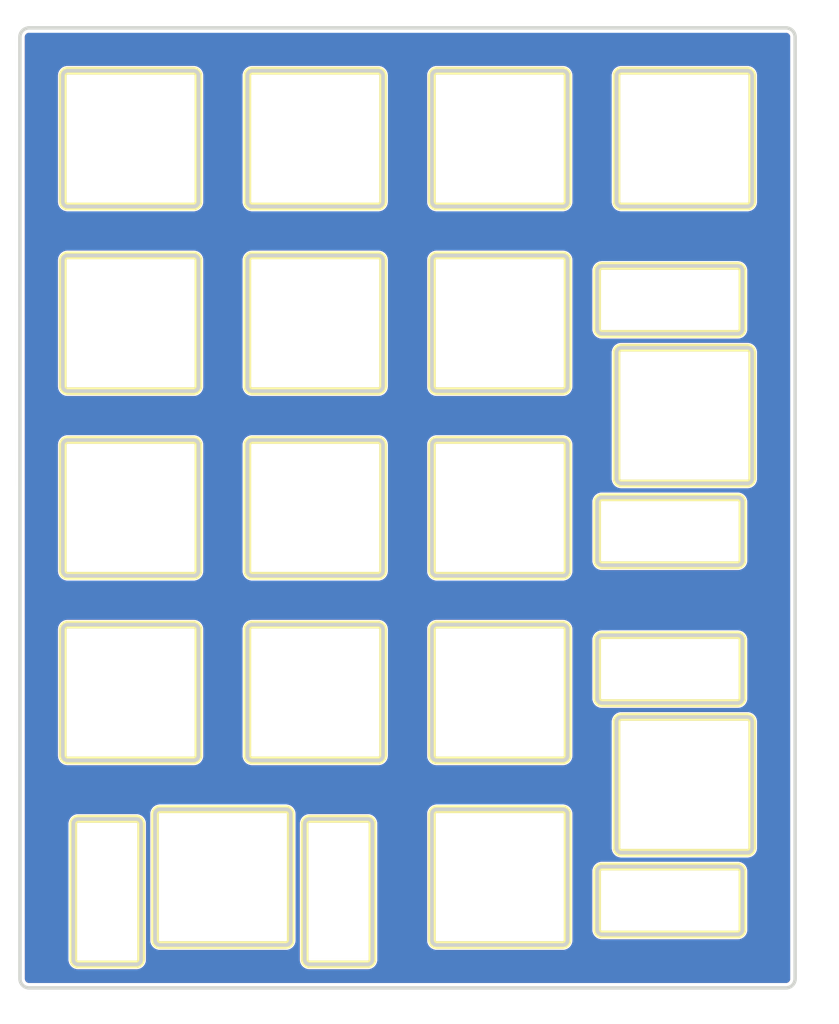
<source format=kicad_pcb>
(kicad_pcb (version 20211014) (generator pcbnew)
  (layers (0 "F.Cu" signal) (31 "B.Cu" signal) (34 "B.Paste" user) (35 "F.Paste" user) (36 "B.SilkS" user "B.Silkscreen") (37 "F.SilkS" user "F.Silkscreen") (38 "B.Mask" user) (39 "F.Mask" user) (44 "Edge.Cuts" user))
  (net 0 "")
  (gr_poly (pts (xy 62.204945 4.554339) (xy 75.204735 4.554339) (xy 75.230513 4.554991) (xy 75.255952 4.556925) (xy 75.281022 4.560111) (xy 75.30569 4.564516) (xy 75.329926 4.57011) (xy 75.353697 4.57686) (xy 75.376973 4.584736) (xy 75.399721 4.593705) (xy 75.421911 4.603737) (xy 75.44351 4.6148) (xy 75.464488 4.626862) (xy 75.484813 4.639892) (xy 75.504453 4.653858) (xy 75.523377 4.66873) (xy 75.541553 4.684475) (xy 75.55895 4.701061) (xy 75.575537 4.718459) (xy 75.591282 4.736635) (xy 75.606153 4.755559) (xy 75.62012 4.7752) (xy 75.63315 4.795524) (xy 75.645212 4.816502) (xy 75.656275 4.838102) (xy 75.666306 4.860292) (xy 75.675276 4.88304) (xy 75.683152 4.906316) (xy 75.689902 4.930088) (xy 75.695496 4.954324) (xy 75.699901 4.978993) (xy 75.703087 5.004063) (xy 75.705021 5.029503) (xy 75.705673 5.055281) (xy 75.705673 18.05508) (xy 75.705021 18.080859) (xy 75.703087 18.106299) (xy 75.699901 18.131369) (xy 75.695496 18.156037) (xy 75.689902 18.180273) (xy 75.683152 18.204044) (xy 75.675276 18.22732) (xy 75.666306 18.250069) (xy 75.656275 18.272258) (xy 75.645212 18.293858) (xy 75.63315 18.314836) (xy 75.62012 18.335161) (xy 75.606153 18.354801) (xy 75.591282 18.373725) (xy 75.575537 18.391901) (xy 75.55895 18.409298) (xy 75.541553 18.425885) (xy 75.523377 18.44163) (xy 75.504453 18.456501) (xy 75.484813 18.470468) (xy 75.464488 18.483498) (xy 75.44351 18.49556) (xy 75.421911 18.506622) (xy 75.399721 18.516654) (xy 75.376973 18.525624) (xy 75.353697 18.533499) (xy 75.329926 18.54025) (xy 75.30569 18.545843) (xy 75.281022 18.550249) (xy 75.255952 18.553434) (xy 75.230513 18.555369) (xy 75.204735 18.556021) (xy 62.204945 18.556021) (xy 62.179166 18.555369) (xy 62.153726 18.553434) (xy 62.128656 18.550249) (xy 62.103988 18.545843) (xy 62.079752 18.54025) (xy 62.05598 18.533499) (xy 62.032705 18.525624) (xy 62.009956 18.516654) (xy 61.987766 18.506622) (xy 61.966167 18.49556) (xy 61.945189 18.483498) (xy 61.924864 18.470468) (xy 61.905224 18.456501) (xy 61.8863 18.44163) (xy 61.868123 18.425885) (xy 61.850726 18.409298) (xy 61.834139 18.391901) (xy 61.818394 18.373725) (xy 61.803522 18.354801) (xy 61.789556 18.335161) (xy 61.776526 18.314836) (xy 61.764464 18.293858) (xy 61.753401 18.272258) (xy 61.743369 18.250069) (xy 61.7344 18.22732) (xy 61.726524 18.204044) (xy 61.719773 18.180273) (xy 61.71418 18.156037) (xy 61.709774 18.131369) (xy 61.706589 18.106299) (xy 61.704654 18.080859) (xy 61.704002 18.05508) (xy 61.704002 5.055281) (xy 61.704654 5.029503) (xy 61.706589 5.004063) (xy 61.709774 4.978993) (xy 61.71418 4.954324) (xy 61.719773 4.930088) (xy 61.726524 4.906316) (xy 61.7344 4.88304) (xy 61.743369 4.860292) (xy 61.753401 4.838102) (xy 61.764464 4.816502) (xy 61.776526 4.795524) (xy 61.789556 4.7752) (xy 61.803522 4.755559) (xy 61.818394 4.736635) (xy 61.834139 4.718459) (xy 61.850726 4.701061) (xy 61.868123 4.684475) (xy 61.8863 4.66873) (xy 61.905224 4.653858) (xy 61.924864 4.639892) (xy 61.945189 4.626862) (xy 61.966167 4.6148) (xy 61.987766 4.603737) (xy 62.009956 4.593705) (xy 62.032705 4.584736) (xy 62.05598 4.57686) (xy 62.079752 4.57011) (xy 62.103988 4.564516) (xy 62.128656 4.560111) (xy 62.153726 4.556925) (xy 62.179166 4.554991) (xy 62.204945 4.554339)) (layer "F.SilkS") (width 0.8) (fill none))
  (gr_poly (pts (xy 43.155056 4.554339) (xy 56.154842 4.554339) (xy 56.180621 4.554991) (xy 56.206061 4.556925) (xy 56.231131 4.560111) (xy 56.255799 4.564516) (xy 56.280035 4.57011) (xy 56.303807 4.57686) (xy 56.327082 4.584736) (xy 56.349831 4.593705) (xy 56.372021 4.603737) (xy 56.39362 4.6148) (xy 56.414598 4.626862) (xy 56.434923 4.639892) (xy 56.454563 4.653858) (xy 56.473487 4.66873) (xy 56.491664 4.684475) (xy 56.509061 4.701061) (xy 56.525648 4.718459) (xy 56.541393 4.736635) (xy 56.556265 4.755559) (xy 56.570231 4.7752) (xy 56.583261 4.795524) (xy 56.595323 4.816502) (xy 56.606386 4.838102) (xy 56.616418 4.860292) (xy 56.625387 4.88304) (xy 56.633263 4.906316) (xy 56.640014 4.930088) (xy 56.645607 4.954324) (xy 56.650013 4.978993) (xy 56.653198 5.004063) (xy 56.655133 5.029503) (xy 56.655785 5.055281) (xy 56.655785 18.05508) (xy 56.655133 18.080859) (xy 56.653198 18.106299) (xy 56.650013 18.131369) (xy 56.645607 18.156037) (xy 56.640014 18.180273) (xy 56.633263 18.204044) (xy 56.625387 18.22732) (xy 56.616418 18.250069) (xy 56.606386 18.272258) (xy 56.595323 18.293858) (xy 56.583261 18.314836) (xy 56.570231 18.335161) (xy 56.556265 18.354801) (xy 56.541393 18.373725) (xy 56.525648 18.391901) (xy 56.509061 18.409298) (xy 56.491664 18.425885) (xy 56.473487 18.44163) (xy 56.454563 18.456501) (xy 56.434923 18.470468) (xy 56.414598 18.483498) (xy 56.39362 18.49556) (xy 56.372021 18.506622) (xy 56.349831 18.516654) (xy 56.327082 18.525624) (xy 56.303807 18.533499) (xy 56.280035 18.54025) (xy 56.255799 18.545843) (xy 56.231131 18.550249) (xy 56.206061 18.553434) (xy 56.180621 18.555369) (xy 56.154842 18.556021) (xy 43.155056 18.556021) (xy 43.129278 18.555369) (xy 43.103838 18.553434) (xy 43.078768 18.550249) (xy 43.054099 18.545843) (xy 43.029863 18.54025) (xy 43.006092 18.533499) (xy 42.982816 18.525624) (xy 42.960067 18.516654) (xy 42.937878 18.506622) (xy 42.916278 18.49556) (xy 42.8953 18.483498) (xy 42.874975 18.470468) (xy 42.855335 18.456501) (xy 42.836411 18.44163) (xy 42.818234 18.425885) (xy 42.800837 18.409298) (xy 42.78425 18.391901) (xy 42.768505 18.373725) (xy 42.753634 18.354801) (xy 42.739667 18.335161) (xy 42.726637 18.314836) (xy 42.714575 18.293858) (xy 42.703512 18.272258) (xy 42.693481 18.250069) (xy 42.684511 18.22732) (xy 42.676635 18.204044) (xy 42.669885 18.180273) (xy 42.664291 18.156037) (xy 42.659886 18.131369) (xy 42.6567 18.106299) (xy 42.654766 18.080859) (xy 42.654114 18.05508) (xy 42.654114 5.055281) (xy 42.654766 5.029503) (xy 42.6567 5.004063) (xy 42.659886 4.978993) (xy 42.664291 4.954324) (xy 42.669885 4.930088) (xy 42.676635 4.906316) (xy 42.684511 4.88304) (xy 42.693481 4.860292) (xy 42.703512 4.838102) (xy 42.714575 4.816502) (xy 42.726637 4.795524) (xy 42.739667 4.7752) (xy 42.753634 4.755559) (xy 42.768505 4.736635) (xy 42.78425 4.718459) (xy 42.800837 4.701061) (xy 42.818234 4.684475) (xy 42.836411 4.66873) (xy 42.855335 4.653858) (xy 42.874975 4.639892) (xy 42.8953 4.626862) (xy 42.916278 4.6148) (xy 42.937878 4.603737) (xy 42.960067 4.593705) (xy 42.982816 4.584736) (xy 43.006092 4.57686) (xy 43.029863 4.57011) (xy 43.054099 4.564516) (xy 43.078768 4.560111) (xy 43.103838 4.556925) (xy 43.129278 4.554991) (xy 43.155056 4.554339)) (layer "F.SilkS") (width 0.8) (fill none))
  (gr_poly (pts (xy 60.204704 48.566681) (xy 74.20285 48.566681) (xy 74.228628 48.567333) (xy 74.254068 48.569267) (xy 74.279138 48.572453) (xy 74.303806 48.576858) (xy 74.328041 48.582452) (xy 74.351813 48.589202) (xy 74.375088 48.597078) (xy 74.397837 48.606048) (xy 74.420026 48.61608) (xy 74.441626 48.627142) (xy 74.462604 48.639204) (xy 74.482928 48.652234) (xy 74.502568 48.666201) (xy 74.521492 48.681072) (xy 74.539669 48.696817) (xy 74.557066 48.713404) (xy 74.573653 48.730802) (xy 74.589398 48.748978) (xy 74.604269 48.767902) (xy 74.618235 48.787542) (xy 74.631265 48.807867) (xy 74.643327 48.828845) (xy 74.65439 48.850445) (xy 74.664422 48.872635) (xy 74.673392 48.895383) (xy 74.681267 48.918659) (xy 74.688018 48.94243) (xy 74.693611 48.966666) (xy 74.698017 48.991335) (xy 74.701202 49.016405) (xy 74.703137 49.041845) (xy 74.703789 49.067623) (xy 74.703789 55.064816) (xy 74.703137 55.090594) (xy 74.701202 55.116034) (xy 74.698017 55.141105) (xy 74.693611 55.165773) (xy 74.688018 55.190009) (xy 74.681267 55.213781) (xy 74.673392 55.237057) (xy 74.664422 55.259806) (xy 74.65439 55.281996) (xy 74.643327 55.303595) (xy 74.631265 55.324573) (xy 74.618235 55.344898) (xy 74.604269 55.364538) (xy 74.589398 55.383462) (xy 74.573653 55.401639) (xy 74.557066 55.419036) (xy 74.539669 55.435623) (xy 74.521492 55.451368) (xy 74.502568 55.466239) (xy 74.482928 55.480205) (xy 74.462604 55.493235) (xy 74.441626 55.505297) (xy 74.420026 55.51636) (xy 74.397837 55.526392) (xy 74.375088 55.535361) (xy 74.351813 55.543237) (xy 74.328041 55.549987) (xy 74.303806 55.55558) (xy 74.279138 55.559986) (xy 74.254068 55.563171) (xy 74.228628 55.565106) (xy 74.20285 55.565758) (xy 60.204704 55.565758) (xy 60.178926 55.565106) (xy 60.153486 55.563171) (xy 60.128416 55.559986) (xy 60.103748 55.55558) (xy 60.079512 55.549987) (xy 60.05574 55.543237) (xy 60.032465 55.535361) (xy 60.009716 55.526392) (xy 59.987527 55.51636) (xy 59.965927 55.505297) (xy 59.944949 55.493235) (xy 59.924625 55.480205) (xy 59.904985 55.466239) (xy 59.886061 55.451368) (xy 59.867884 55.435623) (xy 59.850487 55.419036) (xy 59.8339 55.401639) (xy 59.818156 55.383462) (xy 59.803285 55.364538) (xy 59.789318 55.344898) (xy 59.776288 55.324573) (xy 59.764226 55.303595) (xy 59.753164 55.281996) (xy 59.743132 55.259806) (xy 59.734163 55.237057) (xy 59.726287 55.213781) (xy 59.719537 55.190009) (xy 59.713943 55.165773) (xy 59.709538 55.141105) (xy 59.706352 55.116034) (xy 59.704418 55.090594) (xy 59.703766 55.064816) (xy 59.703766 49.067623) (xy 59.704418 49.041845) (xy 59.706352 49.016405) (xy 59.709538 48.991335) (xy 59.713943 48.966666) (xy 59.719537 48.94243) (xy 59.726287 48.918659) (xy 59.734163 48.895383) (xy 59.743132 48.872635) (xy 59.753164 48.850445) (xy 59.764226 48.828845) (xy 59.776288 48.807867) (xy 59.789318 48.787542) (xy 59.803285 48.767902) (xy 59.818156 48.748978) (xy 59.8339 48.730802) (xy 59.850487 48.713404) (xy 59.867884 48.696817) (xy 59.886061 48.681072) (xy 59.904985 48.666201) (xy 59.924625 48.652234) (xy 59.944949 48.639204) (xy 59.965927 48.627142) (xy 59.987527 48.61608) (xy 60.009716 48.606048) (xy 60.032465 48.597078) (xy 60.05574 48.589202) (xy 60.079512 48.582452) (xy 60.103748 48.576858) (xy 60.128416 48.572453) (xy 60.153486 48.569267) (xy 60.178926 48.567333) (xy 60.204704 48.566681)) (layer "F.SilkS") (width 0.8) (fill none))
  (gr_poly (pts (xy 5.055276 61.704067) (xy 18.055061 61.704067) (xy 18.08084 61.704719) (xy 18.106279 61.706654) (xy 18.131349 61.709839) (xy 18.156018 61.714245) (xy 18.180254 61.719838) (xy 18.204025 61.726588) (xy 18.227301 61.734464) (xy 18.25005 61.743433) (xy 18.272239 61.753465) (xy 18.293839 61.764528) (xy 18.314817 61.77659) (xy 18.335141 61.78962) (xy 18.354782 61.803586) (xy 18.373706 61.818457) (xy 18.391882 61.834202) (xy 18.409279 61.850789) (xy 18.425866 61.868186) (xy 18.441611 61.886362) (xy 18.456482 61.905286) (xy 18.470449 61.924926) (xy 18.483479 61.945251) (xy 18.495541 61.966229) (xy 18.506603 61.987828) (xy 18.516635 62.010018) (xy 18.525605 62.032766) (xy 18.53348 62.056042) (xy 18.540231 62.079813) (xy 18.545824 62.104049) (xy 18.55023 62.128718) (xy 18.553415 62.153788) (xy 18.55535 62.179227) (xy 18.556002 62.205006) (xy 18.556002 75.204811) (xy 18.55535 75.230589) (xy 18.553415 75.256029) (xy 18.55023 75.281098) (xy 18.545824 75.305767) (xy 18.540231 75.330002) (xy 18.53348 75.353774) (xy 18.525605 75.377049) (xy 18.516635 75.399797) (xy 18.506603 75.421987) (xy 18.495541 75.443587) (xy 18.483479 75.464564) (xy 18.470449 75.484889) (xy 18.456482 75.504529) (xy 18.441611 75.523453) (xy 18.425866 75.541629) (xy 18.409279 75.559027) (xy 18.391882 75.575614) (xy 18.373706 75.591358) (xy 18.354782 75.60623) (xy 18.335141 75.620196) (xy 18.314817 75.633226) (xy 18.293839 75.645288) (xy 18.272239 75.656351) (xy 18.25005 75.666383) (xy 18.227301 75.675352) (xy 18.204025 75.683228) (xy 18.180254 75.689978) (xy 18.156018 75.695572) (xy 18.131349 75.699977) (xy 18.106279 75.703163) (xy 18.08084 75.705098) (xy 18.055061 75.70575) (xy 5.055276 75.70575) (xy 5.029498 75.705098) (xy 5.004058 75.703163) (xy 4.978987 75.699977) (xy 4.954319 75.695572) (xy 4.930083 75.689978) (xy 4.906311 75.683228) (xy 4.883035 75.675352) (xy 4.860287 75.666383) (xy 4.838097 75.656351) (xy 4.816498 75.645288) (xy 4.79552 75.633226) (xy 4.775195 75.620196) (xy 4.755555 75.60623) (xy 4.736631 75.591358) (xy 4.718454 75.575614) (xy 4.701057 75.559027) (xy 4.68447 75.541629) (xy 4.668725 75.523453) (xy 4.653854 75.504529) (xy 4.639888 75.484889) (xy 4.626858 75.464564) (xy 4.614796 75.443587) (xy 4.603733 75.421987) (xy 4.593701 75.399797) (xy 4.584732 75.377049) (xy 4.576856 75.353774) (xy 4.570106 75.330002) (xy 4.564512 75.305767) (xy 4.560107 75.281098) (xy 4.556921 75.256029) (xy 4.554986 75.230589) (xy 4.554335 75.204811) (xy 4.554335 62.205006) (xy 4.554986 62.179227) (xy 4.556921 62.153788) (xy 4.560107 62.128718) (xy 4.564512 62.104049) (xy 4.570106 62.079813) (xy 4.576856 62.056042) (xy 4.584732 62.032766) (xy 4.593701 62.010018) (xy 4.603733 61.987828) (xy 4.614796 61.966229) (xy 4.626858 61.945251) (xy 4.639888 61.924926) (xy 4.653854 61.905286) (xy 4.668725 61.886362) (xy 4.68447 61.868186) (xy 4.701057 61.850789) (xy 4.718454 61.834202) (xy 4.736631 61.818457) (xy 4.755555 61.803586) (xy 4.775195 61.78962) (xy 4.79552 61.77659) (xy 4.816498 61.764528) (xy 4.838097 61.753465) (xy 4.860287 61.743433) (xy 4.883035 61.734464) (xy 4.906311 61.726588) (xy 4.930083 61.719838) (xy 4.954319 61.714245) (xy 4.978987 61.709839) (xy 5.004058 61.706654) (xy 5.029498 61.704719) (xy 5.055276 61.704067)) (layer "F.SilkS") (width 0.8) (fill none))
  (gr_poly (pts (xy 24.105165 42.654156) (xy 37.104954 42.654156) (xy 37.130732 42.654808) (xy 37.156172 42.656742) (xy 37.181242 42.659928) (xy 37.205911 42.664333) (xy 37.230146 42.669927) (xy 37.253918 42.676677) (xy 37.277194 42.684553) (xy 37.299942 42.693523) (xy 37.322132 42.703554) (xy 37.343732 42.714617) (xy 37.36471 42.726679) (xy 37.385035 42.739709) (xy 37.404675 42.753676) (xy 37.423599 42.768547) (xy 37.441775 42.784292) (xy 37.459173 42.800879) (xy 37.47576 42.818276) (xy 37.491505 42.836453) (xy 37.506376 42.855377) (xy 37.520342 42.875017) (xy 37.533372 42.895342) (xy 37.545435 42.91632) (xy 37.556497 42.93792) (xy 37.566529 42.960109) (xy 37.575499 42.982858) (xy 37.583374 43.006134) (xy 37.590125 43.029905) (xy 37.595719 43.054141) (xy 37.600124 43.07881) (xy 37.60331 43.10388) (xy 37.605244 43.12932) (xy 37.605896 43.155098) (xy 37.605896 56.1549) (xy 37.605244 56.180678) (xy 37.60331 56.206118) (xy 37.600124 56.231188) (xy 37.595719 56.255856) (xy 37.590125 56.280092) (xy 37.583374 56.303864) (xy 37.575499 56.32714) (xy 37.566529 56.349888) (xy 37.556497 56.372078) (xy 37.545435 56.393678) (xy 37.533372 56.414656) (xy 37.520342 56.43498) (xy 37.506376 56.454621) (xy 37.491505 56.473545) (xy 37.47576 56.491721) (xy 37.459173 56.509119) (xy 37.441775 56.525705) (xy 37.423599 56.54145) (xy 37.404675 56.556322) (xy 37.385035 56.570288) (xy 37.36471 56.583318) (xy 37.343732 56.59538) (xy 37.322132 56.606443) (xy 37.299942 56.616475) (xy 37.277194 56.625445) (xy 37.253918 56.63332) (xy 37.230146 56.640071) (xy 37.205911 56.645664) (xy 37.181242 56.65007) (xy 37.156172 56.653255) (xy 37.130732 56.65519) (xy 37.104954 56.655842) (xy 24.105165 56.655842) (xy 24.079387 56.65519) (xy 24.053947 56.653255) (xy 24.028877 56.65007) (xy 24.004209 56.645664) (xy 23.979973 56.640071) (xy 23.956201 56.63332) (xy 23.932926 56.625445) (xy 23.910177 56.616475) (xy 23.887987 56.606443) (xy 23.866388 56.59538) (xy 23.84541 56.583318) (xy 23.825085 56.570288) (xy 23.805445 56.556322) (xy 23.786521 56.54145) (xy 23.768345 56.525705) (xy 23.750947 56.509119) (xy 23.734361 56.491721) (xy 23.718616 56.473545) (xy 23.703744 56.454621) (xy 23.689778 56.43498) (xy 23.676748 56.414656) (xy 23.664686 56.393678) (xy 23.653623 56.372078) (xy 23.643592 56.349888) (xy 23.634622 56.32714) (xy 23.626747 56.303864) (xy 23.619996 56.280092) (xy 23.614403 56.255856) (xy 23.609997 56.231188) (xy 23.606811 56.206118) (xy 23.604877 56.180678) (xy 23.604225 56.1549) (xy 23.604225 43.155098) (xy 23.604877 43.12932) (xy 23.606811 43.10388) (xy 23.609997 43.07881) (xy 23.614403 43.054141) (xy 23.619996 43.029905) (xy 23.626747 43.006134) (xy 23.634622 42.982858) (xy 23.643592 42.960109) (xy 23.653623 42.93792) (xy 23.664686 42.91632) (xy 23.676748 42.895342) (xy 23.689778 42.875017) (xy 23.703744 42.855377) (xy 23.718616 42.836453) (xy 23.734361 42.818276) (xy 23.750947 42.800879) (xy 23.768345 42.784292) (xy 23.786521 42.768547) (xy 23.805445 42.753676) (xy 23.825085 42.739709) (xy 23.84541 42.726679) (xy 23.866388 42.714617) (xy 23.887987 42.703554) (xy 23.910177 42.693523) (xy 23.932926 42.684553) (xy 23.956201 42.676677) (xy 23.979973 42.669927) (xy 24.004209 42.664333) (xy 24.028877 42.659928) (xy 24.053947 42.656742) (xy 24.079387 42.654808) (xy 24.105165 42.654156)) (layer "F.SilkS") (width 0.8) (fill none))
  (gr_poly (pts (xy 62.204945 71.229019) (xy 75.204735 71.229019) (xy 75.230513 71.229671) (xy 75.255952 71.231605) (xy 75.281022 71.234791) (xy 75.30569 71.239197) (xy 75.329926 71.24479) (xy 75.353697 71.251541) (xy 75.376973 71.259416) (xy 75.399721 71.268386) (xy 75.421911 71.278418) (xy 75.44351 71.28948) (xy 75.464488 71.301543) (xy 75.484813 71.314573) (xy 75.504453 71.328539) (xy 75.523377 71.34341) (xy 75.541553 71.359155) (xy 75.55895 71.375742) (xy 75.575537 71.393139) (xy 75.591282 71.411316) (xy 75.606153 71.43024) (xy 75.62012 71.44988) (xy 75.63315 71.470204) (xy 75.645212 71.491182) (xy 75.656275 71.512782) (xy 75.666306 71.534971) (xy 75.675276 71.55772) (xy 75.683152 71.580995) (xy 75.689902 71.604766) (xy 75.695496 71.629002) (xy 75.699901 71.65367) (xy 75.703087 71.67874) (xy 75.705021 71.70418) (xy 75.705673 71.729958) (xy 75.705673 84.729759) (xy 75.705021 84.755538) (xy 75.703087 84.780978) (xy 75.699901 84.806048) (xy 75.695496 84.830717) (xy 75.689902 84.854953) (xy 75.683152 84.878725) (xy 75.675276 84.902001) (xy 75.666306 84.92475) (xy 75.656275 84.94694) (xy 75.645212 84.96854) (xy 75.63315 84.989518) (xy 75.62012 85.009843) (xy 75.606153 85.029483) (xy 75.591282 85.048407) (xy 75.575537 85.066584) (xy 75.55895 85.083982) (xy 75.541553 85.100569) (xy 75.523377 85.116313) (xy 75.504453 85.131185) (xy 75.484813 85.145152) (xy 75.464488 85.158182) (xy 75.44351 85.170244) (xy 75.421911 85.181307) (xy 75.399721 85.191338) (xy 75.376973 85.200308) (xy 75.353697 85.208184) (xy 75.329926 85.214934) (xy 75.30569 85.220528) (xy 75.281022 85.224933) (xy 75.255952 85.228119) (xy 75.230513 85.230053) (xy 75.204735 85.230705) (xy 62.204945 85.230705) (xy 62.179166 85.230053) (xy 62.153726 85.228119) (xy 62.128656 85.224933) (xy 62.103988 85.220528) (xy 62.079752 85.214934) (xy 62.05598 85.208184) (xy 62.032705 85.200308) (xy 62.009956 85.191338) (xy 61.987766 85.181307) (xy 61.966167 85.170244) (xy 61.945189 85.158182) (xy 61.924864 85.145152) (xy 61.905224 85.131185) (xy 61.8863 85.116313) (xy 61.868123 85.100569) (xy 61.850726 85.083982) (xy 61.834139 85.066584) (xy 61.818394 85.048407) (xy 61.803522 85.029483) (xy 61.789556 85.009843) (xy 61.776526 84.989518) (xy 61.764464 84.96854) (xy 61.753401 84.94694) (xy 61.743369 84.92475) (xy 61.7344 84.902001) (xy 61.726524 84.878725) (xy 61.719773 84.854953) (xy 61.71418 84.830717) (xy 61.709774 84.806048) (xy 61.706589 84.780978) (xy 61.704654 84.755538) (xy 61.704002 84.729759) (xy 61.704002 71.729958) (xy 61.704654 71.70418) (xy 61.706589 71.67874) (xy 61.709774 71.65367) (xy 61.71418 71.629002) (xy 61.719773 71.604766) (xy 61.726524 71.580995) (xy 61.7344 71.55772) (xy 61.743369 71.534971) (xy 61.753401 71.512782) (xy 61.764464 71.491182) (xy 61.776526 71.470204) (xy 61.789556 71.44988) (xy 61.803522 71.43024) (xy 61.818394 71.411316) (xy 61.834139 71.393139) (xy 61.850726 71.375742) (xy 61.868123 71.359155) (xy 61.8863 71.34341) (xy 61.905224 71.328539) (xy 61.924864 71.314573) (xy 61.945189 71.301543) (xy 61.966167 71.28948) (xy 61.987766 71.278418) (xy 62.009956 71.268386) (xy 62.032705 71.259416) (xy 62.05598 71.251541) (xy 62.079752 71.24479) (xy 62.103988 71.239197) (xy 62.128656 71.234791) (xy 62.153726 71.231605) (xy 62.179166 71.229671) (xy 62.204945 71.229019)) (layer "F.SilkS") (width 0.8) (fill none))
  (gr_poly (pts (xy 24.105165 61.704067) (xy 37.104954 61.704067) (xy 37.130732 61.704719) (xy 37.156172 61.706654) (xy 37.181242 61.709839) (xy 37.205911 61.714245) (xy 37.230146 61.719838) (xy 37.253918 61.726588) (xy 37.277194 61.734464) (xy 37.299942 61.743433) (xy 37.322132 61.753465) (xy 37.343732 61.764528) (xy 37.36471 61.77659) (xy 37.385035 61.78962) (xy 37.404675 61.803586) (xy 37.423599 61.818457) (xy 37.441775 61.834202) (xy 37.459173 61.850789) (xy 37.47576 61.868186) (xy 37.491505 61.886362) (xy 37.506376 61.905286) (xy 37.520342 61.924926) (xy 37.533372 61.945251) (xy 37.545435 61.966229) (xy 37.556497 61.987828) (xy 37.566529 62.010018) (xy 37.575499 62.032766) (xy 37.583374 62.056042) (xy 37.590125 62.079813) (xy 37.595719 62.104049) (xy 37.600124 62.128718) (xy 37.60331 62.153788) (xy 37.605244 62.179227) (xy 37.605896 62.205006) (xy 37.605896 75.204811) (xy 37.605244 75.230589) (xy 37.60331 75.256029) (xy 37.600124 75.281098) (xy 37.595719 75.305767) (xy 37.590125 75.330002) (xy 37.583374 75.353774) (xy 37.575499 75.377049) (xy 37.566529 75.399797) (xy 37.556497 75.421987) (xy 37.545435 75.443587) (xy 37.533372 75.464564) (xy 37.520342 75.484889) (xy 37.506376 75.504529) (xy 37.491505 75.523453) (xy 37.47576 75.541629) (xy 37.459173 75.559027) (xy 37.441775 75.575614) (xy 37.423599 75.591358) (xy 37.404675 75.60623) (xy 37.385035 75.620196) (xy 37.36471 75.633226) (xy 37.343732 75.645288) (xy 37.322132 75.656351) (xy 37.299942 75.666383) (xy 37.277194 75.675352) (xy 37.253918 75.683228) (xy 37.230146 75.689978) (xy 37.205911 75.695572) (xy 37.181242 75.699977) (xy 37.156172 75.703163) (xy 37.130732 75.705098) (xy 37.104954 75.70575) (xy 24.105165 75.70575) (xy 24.079387 75.705098) (xy 24.053947 75.703163) (xy 24.028877 75.699977) (xy 24.004209 75.695572) (xy 23.979973 75.689978) (xy 23.956201 75.683228) (xy 23.932926 75.675352) (xy 23.910177 75.666383) (xy 23.887987 75.656351) (xy 23.866388 75.645288) (xy 23.84541 75.633226) (xy 23.825085 75.620196) (xy 23.805445 75.60623) (xy 23.786521 75.591358) (xy 23.768345 75.575614) (xy 23.750947 75.559027) (xy 23.734361 75.541629) (xy 23.718616 75.523453) (xy 23.703744 75.504529) (xy 23.689778 75.484889) (xy 23.676748 75.464564) (xy 23.664686 75.443587) (xy 23.653623 75.421987) (xy 23.643592 75.399797) (xy 23.634622 75.377049) (xy 23.626747 75.353774) (xy 23.619996 75.330002) (xy 23.614403 75.305767) (xy 23.609997 75.281098) (xy 23.606811 75.256029) (xy 23.604877 75.230589) (xy 23.604225 75.204811) (xy 23.604225 62.205006) (xy 23.604877 62.179227) (xy 23.606811 62.153788) (xy 23.609997 62.128718) (xy 23.614403 62.104049) (xy 23.619996 62.079813) (xy 23.626747 62.056042) (xy 23.634622 62.032766) (xy 23.643592 62.010018) (xy 23.653623 61.987828) (xy 23.664686 61.966229) (xy 23.676748 61.945251) (xy 23.689778 61.924926) (xy 23.703744 61.905286) (xy 23.718616 61.886362) (xy 23.734361 61.868186) (xy 23.750947 61.850789) (xy 23.768345 61.834202) (xy 23.786521 61.818457) (xy 23.805445 61.803586) (xy 23.825085 61.78962) (xy 23.84541 61.77659) (xy 23.866388 61.764528) (xy 23.887987 61.753465) (xy 23.910177 61.743433) (xy 23.932926 61.734464) (xy 23.956201 61.726588) (xy 23.979973 61.719838) (xy 24.004209 61.714245) (xy 24.028877 61.709839) (xy 24.053947 61.706654) (xy 24.079387 61.704719) (xy 24.105165 61.704067)) (layer "F.SilkS") (width 0.8) (fill none))
  (gr_poly (pts (xy 6.141825 81.755859) (xy 12.139014 81.755859) (xy 12.164792 81.756511) (xy 12.190232 81.758446) (xy 12.215302 81.761631) (xy 12.239971 81.766036) (xy 12.264207 81.77163) (xy 12.287978 81.77838) (xy 12.311254 81.786256) (xy 12.334002 81.795225) (xy 12.356192 81.805257) (xy 12.377792 81.816319) (xy 12.39877 81.828381) (xy 12.419094 81.841411) (xy 12.438734 81.855377) (xy 12.457658 81.870248) (xy 12.475835 81.885993) (xy 12.493232 81.902579) (xy 12.509819 81.919976) (xy 12.525564 81.938153) (xy 12.540435 81.957077) (xy 12.554402 81.976717) (xy 12.567432 81.997041) (xy 12.579494 82.018019) (xy 12.590556 82.039618) (xy 12.600588 82.061808) (xy 12.609558 82.084557) (xy 12.617433 82.107833) (xy 12.624184 82.131604) (xy 12.629777 82.15584) (xy 12.634183 82.180509) (xy 12.637368 82.205579) (xy 12.639303 82.231019) (xy 12.639955 82.256798) (xy 12.639955 96.254944) (xy 12.639303 96.280723) (xy 12.637368 96.306164) (xy 12.634183 96.331235) (xy 12.629777 96.355904) (xy 12.624184 96.380141) (xy 12.617433 96.403913) (xy 12.609558 96.427189) (xy 12.600588 96.449938) (xy 12.590556 96.472128) (xy 12.579494 96.493728) (xy 12.567432 96.514706) (xy 12.554402 96.535031) (xy 12.540435 96.554671) (xy 12.525564 96.573595) (xy 12.509819 96.591772) (xy 12.493232 96.609169) (xy 12.475835 96.625756) (xy 12.457658 96.641501) (xy 12.438734 96.656372) (xy 12.419094 96.670338) (xy 12.39877 96.683368) (xy 12.377792 96.69543) (xy 12.356192 96.706492) (xy 12.334002 96.716524) (xy 12.311254 96.725493) (xy 12.287978 96.733369) (xy 12.264207 96.740119) (xy 12.239971 96.745713) (xy 12.215302 96.750118) (xy 12.190232 96.753304) (xy 12.164792 96.755238) (xy 12.139014 96.75589) (xy 6.141825 96.75589) (xy 6.116047 96.755238) (xy 6.090607 96.753304) (xy 6.065537 96.750118) (xy 6.040868 96.745713) (xy 6.016632 96.740119) (xy 5.992861 96.733369) (xy 5.969585 96.725493) (xy 5.946836 96.716524) (xy 5.924646 96.706492) (xy 5.903047 96.69543) (xy 5.882069 96.683368) (xy 5.861744 96.670338) (xy 5.842104 96.656372) (xy 5.82318 96.641501) (xy 5.805004 96.625756) (xy 5.787606 96.609169) (xy 5.771019 96.591772) (xy 5.755275 96.573595) (xy 5.740403 96.554671) (xy 5.726437 96.535031) (xy 5.713407 96.514706) (xy 5.701345 96.493728) (xy 5.690282 96.472128) (xy 5.68025 96.449938) (xy 5.671281 96.427189) (xy 5.663405 96.403913) (xy 5.656655 96.380141) (xy 5.651061 96.355904) (xy 5.646656 96.331235) (xy 5.64347 96.306164) (xy 5.641536 96.280723) (xy 5.640884 96.254944) (xy 5.640884 82.256798) (xy 5.641536 82.231019) (xy 5.64347 82.205579) (xy 5.646656 82.180509) (xy 5.651061 82.15584) (xy 5.656655 82.131604) (xy 5.663405 82.107833) (xy 5.671281 82.084557) (xy 5.68025 82.061808) (xy 5.690282 82.039618) (xy 5.701345 82.018019) (xy 5.713407 81.997041) (xy 5.726437 81.976717) (xy 5.740403 81.957077) (xy 5.755275 81.938153) (xy 5.771019 81.919976) (xy 5.787606 81.902579) (xy 5.805004 81.885993) (xy 5.82318 81.870248) (xy 5.842104 81.855377) (xy 5.861744 81.841411) (xy 5.882069 81.828381) (xy 5.903047 81.816319) (xy 5.924646 81.805257) (xy 5.946836 81.795225) (xy 5.969585 81.786256) (xy 5.992861 81.77838) (xy 6.016632 81.77163) (xy 6.040868 81.766036) (xy 6.065537 81.761631) (xy 6.090607 81.758446) (xy 6.116047 81.756511) (xy 6.141825 81.755859)) (layer "F.SilkS") (width 0.8) (fill none))
  (gr_poly (pts (xy 43.155056 42.654156) (xy 56.154842 42.654156) (xy 56.180621 42.654808) (xy 56.206061 42.656742) (xy 56.231131 42.659928) (xy 56.255799 42.664333) (xy 56.280035 42.669927) (xy 56.303807 42.676677) (xy 56.327082 42.684553) (xy 56.349831 42.693523) (xy 56.372021 42.703554) (xy 56.39362 42.714617) (xy 56.414598 42.726679) (xy 56.434923 42.739709) (xy 56.454563 42.753676) (xy 56.473487 42.768547) (xy 56.491664 42.784292) (xy 56.509061 42.800879) (xy 56.525648 42.818276) (xy 56.541393 42.836453) (xy 56.556265 42.855377) (xy 56.570231 42.875017) (xy 56.583261 42.895342) (xy 56.595323 42.91632) (xy 56.606386 42.93792) (xy 56.616418 42.960109) (xy 56.625387 42.982858) (xy 56.633263 43.006134) (xy 56.640014 43.029905) (xy 56.645607 43.054141) (xy 56.650013 43.07881) (xy 56.653198 43.10388) (xy 56.655133 43.12932) (xy 56.655785 43.155098) (xy 56.655785 56.1549) (xy 56.655133 56.180678) (xy 56.653198 56.206118) (xy 56.650013 56.231188) (xy 56.645607 56.255856) (xy 56.640014 56.280092) (xy 56.633263 56.303864) (xy 56.625387 56.32714) (xy 56.616418 56.349888) (xy 56.606386 56.372078) (xy 56.595323 56.393678) (xy 56.583261 56.414656) (xy 56.570231 56.43498) (xy 56.556265 56.454621) (xy 56.541393 56.473545) (xy 56.525648 56.491721) (xy 56.509061 56.509119) (xy 56.491664 56.525705) (xy 56.473487 56.54145) (xy 56.454563 56.556322) (xy 56.434923 56.570288) (xy 56.414598 56.583318) (xy 56.39362 56.59538) (xy 56.372021 56.606443) (xy 56.349831 56.616475) (xy 56.327082 56.625445) (xy 56.303807 56.63332) (xy 56.280035 56.640071) (xy 56.255799 56.645664) (xy 56.231131 56.65007) (xy 56.206061 56.653255) (xy 56.180621 56.65519) (xy 56.154842 56.655842) (xy 43.155056 56.655842) (xy 43.129278 56.65519) (xy 43.103838 56.653255) (xy 43.078768 56.65007) (xy 43.054099 56.645664) (xy 43.029863 56.640071) (xy 43.006092 56.63332) (xy 42.982816 56.625445) (xy 42.960067 56.616475) (xy 42.937878 56.606443) (xy 42.916278 56.59538) (xy 42.8953 56.583318) (xy 42.874975 56.570288) (xy 42.855335 56.556322) (xy 42.836411 56.54145) (xy 42.818234 56.525705) (xy 42.800837 56.509119) (xy 42.78425 56.491721) (xy 42.768505 56.473545) (xy 42.753634 56.454621) (xy 42.739667 56.43498) (xy 42.726637 56.414656) (xy 42.714575 56.393678) (xy 42.703512 56.372078) (xy 42.693481 56.349888) (xy 42.684511 56.32714) (xy 42.676635 56.303864) (xy 42.669885 56.280092) (xy 42.664291 56.255856) (xy 42.659886 56.231188) (xy 42.6567 56.206118) (xy 42.654766 56.180678) (xy 42.654114 56.1549) (xy 42.654114 43.155098) (xy 42.654766 43.12932) (xy 42.6567 43.10388) (xy 42.659886 43.07881) (xy 42.664291 43.054141) (xy 42.669885 43.029905) (xy 42.676635 43.006134) (xy 42.684511 42.982858) (xy 42.693481 42.960109) (xy 42.703512 42.93792) (xy 42.714575 42.91632) (xy 42.726637 42.895342) (xy 42.739667 42.875017) (xy 42.753634 42.855377) (xy 42.768505 42.836453) (xy 42.78425 42.818276) (xy 42.800837 42.800879) (xy 42.818234 42.784292) (xy 42.836411 42.768547) (xy 42.855335 42.753676) (xy 42.874975 42.739709) (xy 42.8953 42.726679) (xy 42.916278 42.714617) (xy 42.937878 42.703554) (xy 42.960067 42.693523) (xy 42.982816 42.684553) (xy 43.006092 42.676677) (xy 43.029863 42.669927) (xy 43.054099 42.664333) (xy 43.078768 42.659928) (xy 43.103838 42.656742) (xy 43.129278 42.654808) (xy 43.155056 42.654156)) (layer "F.SilkS") (width 0.8) (fill none))
  (gr_poly (pts (xy 14.58022 80.753975) (xy 27.580006 80.753975) (xy 27.605784 80.754627) (xy 27.631224 80.756561) (xy 27.656294 80.759747) (xy 27.680962 80.764152) (xy 27.705198 80.769746) (xy 27.72897 80.776496) (xy 27.752246 80.784372) (xy 27.774994 80.793342) (xy 27.797184 80.803373) (xy 27.818784 80.814436) (xy 27.839762 80.826498) (xy 27.860086 80.839528) (xy 27.879727 80.853495) (xy 27.898651 80.868366) (xy 27.916827 80.884111) (xy 27.934225 80.900698) (xy 27.950812 80.918095) (xy 27.966556 80.936271) (xy 27.981428 80.955195) (xy 27.995394 80.974835) (xy 28.008424 80.99516) (xy 28.020486 81.016138) (xy 28.031549 81.037737) (xy 28.041581 81.059927) (xy 28.050551 81.082675) (xy 28.058426 81.105951) (xy 28.065177 81.129722) (xy 28.07077 81.153958) (xy 28.075176 81.178626) (xy 28.078362 81.203696) (xy 28.080296 81.229135) (xy 28.080948 81.254913) (xy 28.080948 94.254707) (xy 28.080296 94.280487) (xy 28.078362 94.305927) (xy 28.075176 94.330998) (xy 28.07077 94.355668) (xy 28.065177 94.379905) (xy 28.058426 94.403677) (xy 28.050551 94.426953) (xy 28.041581 94.449703) (xy 28.031549 94.471893) (xy 28.020486 94.493493) (xy 28.008424 94.514471) (xy 27.995394 94.534797) (xy 27.981428 94.554437) (xy 27.966556 94.573362) (xy 27.950812 94.591539) (xy 27.934225 94.608936) (xy 27.916827 94.625523) (xy 27.898651 94.641269) (xy 27.879727 94.65614) (xy 27.860086 94.670107) (xy 27.839762 94.683137) (xy 27.818784 94.695199) (xy 27.797184 94.706262) (xy 27.774994 94.716294) (xy 27.752246 94.725264) (xy 27.72897 94.733139) (xy 27.705198 94.73989) (xy 27.680962 94.745484) (xy 27.656294 94.749889) (xy 27.631224 94.753075) (xy 27.605784 94.755009) (xy 27.580006 94.755661) (xy 14.58022 94.755661) (xy 14.554442 94.755009) (xy 14.529002 94.753075) (xy 14.503932 94.749889) (xy 14.479263 94.745484) (xy 14.455028 94.73989) (xy 14.431256 94.733139) (xy 14.40798 94.725264) (xy 14.385232 94.716294) (xy 14.363042 94.706262) (xy 14.341442 94.695199) (xy 14.320465 94.683137) (xy 14.30014 94.670107) (xy 14.2805 94.65614) (xy 14.261576 94.641269) (xy 14.243399 94.625523) (xy 14.226002 94.608936) (xy 14.209415 94.591539) (xy 14.19367 94.573362) (xy 14.178799 94.554437) (xy 14.164832 94.534797) (xy 14.151802 94.514471) (xy 14.13974 94.493493) (xy 14.128677 94.471893) (xy 14.118646 94.449703) (xy 14.109676 94.426953) (xy 14.1018 94.403677) (xy 14.09505 94.379905) (xy 14.089456 94.355668) (xy 14.085051 94.330998) (xy 14.081865 94.305927) (xy 14.079931 94.280487) (xy 14.079279 94.254707) (xy 14.079279 81.254913) (xy 14.079931 81.229135) (xy 14.081865 81.203696) (xy 14.085051 81.178626) (xy 14.089456 81.153958) (xy 14.09505 81.129722) (xy 14.1018 81.105951) (xy 14.109676 81.082675) (xy 14.118646 81.059927) (xy 14.128677 81.037737) (xy 14.13974 81.016138) (xy 14.151802 80.99516) (xy 14.164832 80.974835) (xy 14.178799 80.955195) (xy 14.19367 80.936271) (xy 14.209415 80.918095) (xy 14.226002 80.900698) (xy 14.243399 80.884111) (xy 14.261576 80.868366) (xy 14.2805 80.853495) (xy 14.30014 80.839528) (xy 14.320465 80.826498) (xy 14.341442 80.814436) (xy 14.363042 80.803373) (xy 14.385232 80.793342) (xy 14.40798 80.784372) (xy 14.431256 80.776496) (xy 14.455028 80.769746) (xy 14.479263 80.764152) (xy 14.503932 80.759747) (xy 14.529002 80.756561) (xy 14.554442 80.754627) (xy 14.58022 80.753975)) (layer "F.SilkS") (width 0.8) (fill none))
  (gr_poly (pts (xy 60.204704 62.790615) (xy 74.20285 62.790615) (xy 74.228628 62.791267) (xy 74.254068 62.793201) (xy 74.279138 62.796387) (xy 74.303806 62.800793) (xy 74.328041 62.806386) (xy 74.351813 62.813137) (xy 74.375088 62.821012) (xy 74.397837 62.829982) (xy 74.420026 62.840014) (xy 74.441626 62.851076) (xy 74.462604 62.863139) (xy 74.482928 62.876169) (xy 74.502568 62.890135) (xy 74.521492 62.905007) (xy 74.539669 62.920751) (xy 74.557066 62.937338) (xy 74.573653 62.954736) (xy 74.589398 62.972912) (xy 74.604269 62.991836) (xy 74.618235 63.011477) (xy 74.631265 63.031801) (xy 74.643327 63.052779) (xy 74.65439 63.074379) (xy 74.664422 63.096569) (xy 74.673392 63.119317) (xy 74.681267 63.142593) (xy 74.688018 63.166365) (xy 74.693611 63.190601) (xy 74.698017 63.215269) (xy 74.701202 63.240339) (xy 74.703137 63.265779) (xy 74.703789 63.291557) (xy 74.703789 69.28875) (xy 74.703137 69.314528) (xy 74.701202 69.339968) (xy 74.698017 69.365039) (xy 74.693611 69.389708) (xy 74.688018 69.413944) (xy 74.681267 69.437716) (xy 74.673392 69.460992) (xy 74.664422 69.48374) (xy 74.65439 69.50593) (xy 74.643327 69.52753) (xy 74.631265 69.548508) (xy 74.618235 69.568833) (xy 74.604269 69.588474) (xy 74.589398 69.607398) (xy 74.573653 69.625574) (xy 74.557066 69.642972) (xy 74.539669 69.659559) (xy 74.521492 69.675304) (xy 74.502568 69.690175) (xy 74.482928 69.704142) (xy 74.462604 69.717172) (xy 74.441626 69.729234) (xy 74.420026 69.740297) (xy 74.397837 69.750329) (xy 74.375088 69.759298) (xy 74.351813 69.767174) (xy 74.328041 69.773925) (xy 74.303806 69.779518) (xy 74.279138 69.783924) (xy 74.254068 69.787109) (xy 74.228628 69.789044) (xy 74.20285 69.789696) (xy 60.204704 69.789696) (xy 60.178926 69.789044) (xy 60.153486 69.787109) (xy 60.128416 69.783924) (xy 60.103748 69.779518) (xy 60.079512 69.773925) (xy 60.05574 69.767174) (xy 60.032465 69.759298) (xy 60.009716 69.750329) (xy 59.987527 69.740297) (xy 59.965927 69.729234) (xy 59.944949 69.717172) (xy 59.924625 69.704142) (xy 59.904985 69.690175) (xy 59.886061 69.675304) (xy 59.867884 69.659559) (xy 59.850487 69.642972) (xy 59.8339 69.625574) (xy 59.818156 69.607398) (xy 59.803285 69.588474) (xy 59.789318 69.568833) (xy 59.776288 69.548508) (xy 59.764226 69.52753) (xy 59.753164 69.50593) (xy 59.743132 69.48374) (xy 59.734163 69.460992) (xy 59.726287 69.437716) (xy 59.719537 69.413944) (xy 59.713943 69.389708) (xy 59.709538 69.365039) (xy 59.706352 69.339968) (xy 59.704418 69.314528) (xy 59.703766 69.28875) (xy 59.703766 63.291557) (xy 59.704418 63.265779) (xy 59.706352 63.240339) (xy 59.709538 63.215269) (xy 59.713943 63.190601) (xy 59.719537 63.166365) (xy 59.726287 63.142593) (xy 59.734163 63.119317) (xy 59.743132 63.096569) (xy 59.753164 63.074379) (xy 59.764226 63.052779) (xy 59.776288 63.031801) (xy 59.789318 63.011477) (xy 59.803285 62.991836) (xy 59.818156 62.972912) (xy 59.8339 62.954736) (xy 59.850487 62.937338) (xy 59.867884 62.920751) (xy 59.886061 62.905007) (xy 59.904985 62.890135) (xy 59.924625 62.876169) (xy 59.944949 62.863139) (xy 59.965927 62.851076) (xy 59.987527 62.840014) (xy 60.009716 62.829982) (xy 60.032465 62.821012) (xy 60.05574 62.813137) (xy 60.079512 62.806386) (xy 60.103748 62.800793) (xy 60.128416 62.796387) (xy 60.153486 62.793201) (xy 60.178926 62.791267) (xy 60.204704 62.790615)) (layer "F.SilkS") (width 0.8) (fill none))
  (gr_poly (pts (xy 43.155056 61.704067) (xy 56.154842 61.704067) (xy 56.180621 61.704719) (xy 56.206061 61.706654) (xy 56.231131 61.709839) (xy 56.255799 61.714245) (xy 56.280035 61.719838) (xy 56.303807 61.726588) (xy 56.327082 61.734464) (xy 56.349831 61.743433) (xy 56.372021 61.753465) (xy 56.39362 61.764528) (xy 56.414598 61.77659) (xy 56.434923 61.78962) (xy 56.454563 61.803586) (xy 56.473487 61.818457) (xy 56.491664 61.834202) (xy 56.509061 61.850789) (xy 56.525648 61.868186) (xy 56.541393 61.886362) (xy 56.556265 61.905286) (xy 56.570231 61.924926) (xy 56.583261 61.945251) (xy 56.595323 61.966229) (xy 56.606386 61.987828) (xy 56.616418 62.010018) (xy 56.625387 62.032766) (xy 56.633263 62.056042) (xy 56.640014 62.079813) (xy 56.645607 62.104049) (xy 56.650013 62.128718) (xy 56.653198 62.153788) (xy 56.655133 62.179227) (xy 56.655785 62.205006) (xy 56.655785 75.204811) (xy 56.655133 75.230589) (xy 56.653198 75.256029) (xy 56.650013 75.281098) (xy 56.645607 75.305767) (xy 56.640014 75.330002) (xy 56.633263 75.353774) (xy 56.625387 75.377049) (xy 56.616418 75.399797) (xy 56.606386 75.421987) (xy 56.595323 75.443587) (xy 56.583261 75.464564) (xy 56.570231 75.484889) (xy 56.556265 75.504529) (xy 56.541393 75.523453) (xy 56.525648 75.541629) (xy 56.509061 75.559027) (xy 56.491664 75.575614) (xy 56.473487 75.591358) (xy 56.454563 75.60623) (xy 56.434923 75.620196) (xy 56.414598 75.633226) (xy 56.39362 75.645288) (xy 56.372021 75.656351) (xy 56.349831 75.666383) (xy 56.327082 75.675352) (xy 56.303807 75.683228) (xy 56.280035 75.689978) (xy 56.255799 75.695572) (xy 56.231131 75.699977) (xy 56.206061 75.703163) (xy 56.180621 75.705098) (xy 56.154842 75.70575) (xy 43.155056 75.70575) (xy 43.129278 75.705098) (xy 43.103838 75.703163) (xy 43.078768 75.699977) (xy 43.054099 75.695572) (xy 43.029863 75.689978) (xy 43.006092 75.683228) (xy 42.982816 75.675352) (xy 42.960067 75.666383) (xy 42.937878 75.656351) (xy 42.916278 75.645288) (xy 42.8953 75.633226) (xy 42.874975 75.620196) (xy 42.855335 75.60623) (xy 42.836411 75.591358) (xy 42.818234 75.575614) (xy 42.800837 75.559027) (xy 42.78425 75.541629) (xy 42.768505 75.523453) (xy 42.753634 75.504529) (xy 42.739667 75.484889) (xy 42.726637 75.464564) (xy 42.714575 75.443587) (xy 42.703512 75.421987) (xy 42.693481 75.399797) (xy 42.684511 75.377049) (xy 42.676635 75.353774) (xy 42.669885 75.330002) (xy 42.664291 75.305767) (xy 42.659886 75.281098) (xy 42.6567 75.256029) (xy 42.654766 75.230589) (xy 42.654114 75.204811) (xy 42.654114 62.205006) (xy 42.654766 62.179227) (xy 42.6567 62.153788) (xy 42.659886 62.128718) (xy 42.664291 62.104049) (xy 42.669885 62.079813) (xy 42.676635 62.056042) (xy 42.684511 62.032766) (xy 42.693481 62.010018) (xy 42.703512 61.987828) (xy 42.714575 61.966229) (xy 42.726637 61.945251) (xy 42.739667 61.924926) (xy 42.753634 61.905286) (xy 42.768505 61.886362) (xy 42.78425 61.868186) (xy 42.800837 61.850789) (xy 42.818234 61.834202) (xy 42.836411 61.818457) (xy 42.855335 61.803586) (xy 42.874975 61.78962) (xy 42.8953 61.77659) (xy 42.916278 61.764528) (xy 42.937878 61.753465) (xy 42.960067 61.743433) (xy 42.982816 61.734464) (xy 43.006092 61.726588) (xy 43.029863 61.719838) (xy 43.054099 61.714245) (xy 43.078768 61.709839) (xy 43.103838 61.706654) (xy 43.129278 61.704719) (xy 43.155056 61.704067)) (layer "F.SilkS") (width 0.8) (fill none))
  (gr_poly (pts (xy 62.204945 33.129204) (xy 75.204735 33.129204) (xy 75.230513 33.129856) (xy 75.255952 33.13179) (xy 75.281022 33.134976) (xy 75.30569 33.139381) (xy 75.329926 33.144975) (xy 75.353697 33.151725) (xy 75.376973 33.159601) (xy 75.399721 33.16857) (xy 75.421911 33.178602) (xy 75.44351 33.189664) (xy 75.464488 33.201726) (xy 75.484813 33.214756) (xy 75.504453 33.228723) (xy 75.523377 33.243594) (xy 75.541553 33.259339) (xy 75.55895 33.275926) (xy 75.575537 33.293323) (xy 75.591282 33.311499) (xy 75.606153 33.330423) (xy 75.62012 33.350064) (xy 75.63315 33.370388) (xy 75.645212 33.391366) (xy 75.656275 33.412966) (xy 75.666306 33.435156) (xy 75.675276 33.457904) (xy 75.683152 33.48118) (xy 75.689902 33.504952) (xy 75.695496 33.529188) (xy 75.699901 33.553857) (xy 75.703087 33.578927) (xy 75.705021 33.604367) (xy 75.705673 33.630146) (xy 75.705673 46.629944) (xy 75.705021 46.655722) (xy 75.703087 46.681162) (xy 75.699901 46.706232) (xy 75.695496 46.730901) (xy 75.689902 46.755137) (xy 75.683152 46.778908) (xy 75.675276 46.802184) (xy 75.666306 46.824932) (xy 75.656275 46.847122) (xy 75.645212 46.868722) (xy 75.63315 46.8897) (xy 75.62012 46.910025) (xy 75.606153 46.929665) (xy 75.591282 46.948589) (xy 75.575537 46.966765) (xy 75.55895 46.984163) (xy 75.541553 47.00075) (xy 75.523377 47.016495) (xy 75.504453 47.031366) (xy 75.484813 47.045333) (xy 75.464488 47.058363) (xy 75.44351 47.070425) (xy 75.421911 47.081487) (xy 75.399721 47.091519) (xy 75.376973 47.100489) (xy 75.353697 47.108365) (xy 75.329926 47.115115) (xy 75.30569 47.120709) (xy 75.281022 47.125114) (xy 75.255952 47.1283) (xy 75.230513 47.130234) (xy 75.204735 47.130886) (xy 62.204945 47.130886) (xy 62.179166 47.130234) (xy 62.153726 47.1283) (xy 62.128656 47.125114) (xy 62.103988 47.120709) (xy 62.079752 47.115115) (xy 62.05598 47.108365) (xy 62.032705 47.100489) (xy 62.009956 47.091519) (xy 61.987766 47.081487) (xy 61.966167 47.070425) (xy 61.945189 47.058363) (xy 61.924864 47.045333) (xy 61.905224 47.031366) (xy 61.8863 47.016495) (xy 61.868123 47.00075) (xy 61.850726 46.984163) (xy 61.834139 46.966765) (xy 61.818394 46.948589) (xy 61.803522 46.929665) (xy 61.789556 46.910025) (xy 61.776526 46.8897) (xy 61.764464 46.868722) (xy 61.753401 46.847122) (xy 61.743369 46.824932) (xy 61.7344 46.802184) (xy 61.726524 46.778908) (xy 61.719773 46.755137) (xy 61.71418 46.730901) (xy 61.709774 46.706232) (xy 61.706589 46.681162) (xy 61.704654 46.655722) (xy 61.704002 46.629944) (xy 61.704002 33.630146) (xy 61.704654 33.604367) (xy 61.706589 33.578927) (xy 61.709774 33.553857) (xy 61.71418 33.529188) (xy 61.719773 33.504952) (xy 61.726524 33.48118) (xy 61.7344 33.457904) (xy 61.743369 33.435156) (xy 61.753401 33.412966) (xy 61.764464 33.391366) (xy 61.776526 33.370388) (xy 61.789556 33.350064) (xy 61.803522 33.330423) (xy 61.818394 33.311499) (xy 61.834139 33.293323) (xy 61.850726 33.275926) (xy 61.868123 33.259339) (xy 61.8863 33.243594) (xy 61.905224 33.228723) (xy 61.924864 33.214756) (xy 61.945189 33.201726) (xy 61.966167 33.189664) (xy 61.987766 33.178602) (xy 62.009956 33.16857) (xy 62.032705 33.159601) (xy 62.05598 33.151725) (xy 62.079752 33.144975) (xy 62.103988 33.139381) (xy 62.128656 33.134976) (xy 62.153726 33.13179) (xy 62.179166 33.129856) (xy 62.204945 33.129204)) (layer "F.SilkS") (width 0.8) (fill none))
  (gr_poly (pts (xy 5.055276 42.654156) (xy 18.055061 42.654156) (xy 18.08084 42.654808) (xy 18.106279 42.656742) (xy 18.131349 42.659928) (xy 18.156018 42.664333) (xy 18.180254 42.669927) (xy 18.204025 42.676677) (xy 18.227301 42.684553) (xy 18.25005 42.693523) (xy 18.272239 42.703554) (xy 18.293839 42.714617) (xy 18.314817 42.726679) (xy 18.335141 42.739709) (xy 18.354782 42.753676) (xy 18.373706 42.768547) (xy 18.391882 42.784292) (xy 18.409279 42.800879) (xy 18.425866 42.818276) (xy 18.441611 42.836453) (xy 18.456482 42.855377) (xy 18.470449 42.875017) (xy 18.483479 42.895342) (xy 18.495541 42.91632) (xy 18.506603 42.93792) (xy 18.516635 42.960109) (xy 18.525605 42.982858) (xy 18.53348 43.006134) (xy 18.540231 43.029905) (xy 18.545824 43.054141) (xy 18.55023 43.07881) (xy 18.553415 43.10388) (xy 18.55535 43.12932) (xy 18.556002 43.155098) (xy 18.556002 56.1549) (xy 18.55535 56.180678) (xy 18.553415 56.206118) (xy 18.55023 56.231188) (xy 18.545824 56.255856) (xy 18.540231 56.280092) (xy 18.53348 56.303864) (xy 18.525605 56.32714) (xy 18.516635 56.349888) (xy 18.506603 56.372078) (xy 18.495541 56.393678) (xy 18.483479 56.414656) (xy 18.470449 56.43498) (xy 18.456482 56.454621) (xy 18.441611 56.473545) (xy 18.425866 56.491721) (xy 18.409279 56.509119) (xy 18.391882 56.525705) (xy 18.373706 56.54145) (xy 18.354782 56.556322) (xy 18.335141 56.570288) (xy 18.314817 56.583318) (xy 18.293839 56.59538) (xy 18.272239 56.606443) (xy 18.25005 56.616475) (xy 18.227301 56.625445) (xy 18.204025 56.63332) (xy 18.180254 56.640071) (xy 18.156018 56.645664) (xy 18.131349 56.65007) (xy 18.106279 56.653255) (xy 18.08084 56.65519) (xy 18.055061 56.655842) (xy 5.055276 56.655842) (xy 5.029498 56.65519) (xy 5.004058 56.653255) (xy 4.978987 56.65007) (xy 4.954319 56.645664) (xy 4.930083 56.640071) (xy 4.906311 56.63332) (xy 4.883035 56.625445) (xy 4.860287 56.616475) (xy 4.838097 56.606443) (xy 4.816498 56.59538) (xy 4.79552 56.583318) (xy 4.775195 56.570288) (xy 4.755555 56.556322) (xy 4.736631 56.54145) (xy 4.718454 56.525705) (xy 4.701057 56.509119) (xy 4.68447 56.491721) (xy 4.668725 56.473545) (xy 4.653854 56.454621) (xy 4.639888 56.43498) (xy 4.626858 56.414656) (xy 4.614796 56.393678) (xy 4.603733 56.372078) (xy 4.593701 56.349888) (xy 4.584732 56.32714) (xy 4.576856 56.303864) (xy 4.570106 56.280092) (xy 4.564512 56.255856) (xy 4.560107 56.231188) (xy 4.556921 56.206118) (xy 4.554986 56.180678) (xy 4.554335 56.1549) (xy 4.554335 43.155098) (xy 4.554986 43.12932) (xy 4.556921 43.10388) (xy 4.560107 43.07881) (xy 4.564512 43.054141) (xy 4.570106 43.029905) (xy 4.576856 43.006134) (xy 4.584732 42.982858) (xy 4.593701 42.960109) (xy 4.603733 42.93792) (xy 4.614796 42.91632) (xy 4.626858 42.895342) (xy 4.639888 42.875017) (xy 4.653854 42.855377) (xy 4.668725 42.836453) (xy 4.68447 42.818276) (xy 4.701057 42.800879) (xy 4.718454 42.784292) (xy 4.736631 42.768547) (xy 4.755555 42.753676) (xy 4.775195 42.739709) (xy 4.79552 42.726679) (xy 4.816498 42.714617) (xy 4.838097 42.703554) (xy 4.860287 42.693523) (xy 4.883035 42.684553) (xy 4.906311 42.676677) (xy 4.930083 42.669927) (xy 4.954319 42.664333) (xy 4.978987 42.659928) (xy 5.004058 42.656742) (xy 5.029498 42.654808) (xy 5.055276 42.654156)) (layer "F.SilkS") (width 0.8) (fill none))
  (gr_poly (pts (xy 43.155056 23.604248) (xy 56.154842 23.604248) (xy 56.180621 23.6049) (xy 56.206061 23.606834) (xy 56.231131 23.61002) (xy 56.255799 23.614425) (xy 56.280035 23.620019) (xy 56.303807 23.62677) (xy 56.327082 23.634645) (xy 56.349831 23.643615) (xy 56.372021 23.653647) (xy 56.39362 23.664709) (xy 56.414598 23.676772) (xy 56.434923 23.689802) (xy 56.454563 23.703768) (xy 56.473487 23.718639) (xy 56.491664 23.734384) (xy 56.509061 23.750971) (xy 56.525648 23.768369) (xy 56.541393 23.786545) (xy 56.556265 23.805469) (xy 56.570231 23.82511) (xy 56.583261 23.845434) (xy 56.595323 23.866412) (xy 56.606386 23.888012) (xy 56.616418 23.910202) (xy 56.625387 23.93295) (xy 56.633263 23.956226) (xy 56.640014 23.979998) (xy 56.645607 24.004233) (xy 56.650013 24.028902) (xy 56.653198 24.053972) (xy 56.655133 24.079412) (xy 56.655785 24.10519) (xy 56.655785 37.104992) (xy 56.655133 37.13077) (xy 56.653198 37.15621) (xy 56.650013 37.18128) (xy 56.645607 37.205949) (xy 56.640014 37.230185) (xy 56.633263 37.253956) (xy 56.625387 37.277232) (xy 56.616418 37.29998) (xy 56.606386 37.32217) (xy 56.595323 37.34377) (xy 56.583261 37.364748) (xy 56.570231 37.385073) (xy 56.556265 37.404713) (xy 56.541393 37.423637) (xy 56.525648 37.441813) (xy 56.509061 37.459211) (xy 56.491664 37.475798) (xy 56.473487 37.491543) (xy 56.454563 37.506414) (xy 56.434923 37.520381) (xy 56.414598 37.533411) (xy 56.39362 37.545473) (xy 56.372021 37.556535) (xy 56.349831 37.566567) (xy 56.327082 37.575537) (xy 56.303807 37.583413) (xy 56.280035 37.590163) (xy 56.255799 37.595757) (xy 56.231131 37.600162) (xy 56.206061 37.603348) (xy 56.180621 37.605282) (xy 56.154842 37.605934) (xy 43.155056 37.605934) (xy 43.129278 37.605282) (xy 43.103838 37.603348) (xy 43.078768 37.600162) (xy 43.054099 37.595757) (xy 43.029863 37.590163) (xy 43.006092 37.583413) (xy 42.982816 37.575537) (xy 42.960067 37.566567) (xy 42.937878 37.556535) (xy 42.916278 37.545473) (xy 42.8953 37.533411) (xy 42.874975 37.520381) (xy 42.855335 37.506414) (xy 42.836411 37.491543) (xy 42.818234 37.475798) (xy 42.800837 37.459211) (xy 42.78425 37.441813) (xy 42.768505 37.423637) (xy 42.753634 37.404713) (xy 42.739667 37.385073) (xy 42.726637 37.364748) (xy 42.714575 37.34377) (xy 42.703512 37.32217) (xy 42.693481 37.29998) (xy 42.684511 37.277232) (xy 42.676635 37.253956) (xy 42.669885 37.230185) (xy 42.664291 37.205949) (xy 42.659886 37.18128) (xy 42.6567 37.15621) (xy 42.654766 37.13077) (xy 42.654114 37.104992) (xy 42.654114 24.10519) (xy 42.654766 24.079412) (xy 42.6567 24.053972) (xy 42.659886 24.028902) (xy 42.664291 24.004233) (xy 42.669885 23.979998) (xy 42.676635 23.956226) (xy 42.684511 23.93295) (xy 42.693481 23.910202) (xy 42.703512 23.888012) (xy 42.714575 23.866412) (xy 42.726637 23.845434) (xy 42.739667 23.82511) (xy 42.753634 23.805469) (xy 42.768505 23.786545) (xy 42.78425 23.768369) (xy 42.800837 23.750971) (xy 42.818234 23.734384) (xy 42.836411 23.718639) (xy 42.855335 23.703768) (xy 42.874975 23.689802) (xy 42.8953 23.676772) (xy 42.916278 23.664709) (xy 42.937878 23.653647) (xy 42.960067 23.643615) (xy 42.982816 23.634645) (xy 43.006092 23.62677) (xy 43.029863 23.620019) (xy 43.054099 23.614425) (xy 43.078768 23.61002) (xy 43.103838 23.606834) (xy 43.129278 23.6049) (xy 43.155056 23.604248)) (layer "F.SilkS") (width 0.8) (fill none))
  (gr_poly (pts (xy 24.105165 4.554339) (xy 37.104954 4.554339) (xy 37.130732 4.554991) (xy 37.156172 4.556925) (xy 37.181242 4.560111) (xy 37.205911 4.564516) (xy 37.230146 4.57011) (xy 37.253918 4.57686) (xy 37.277194 4.584736) (xy 37.299942 4.593705) (xy 37.322132 4.603737) (xy 37.343732 4.6148) (xy 37.36471 4.626862) (xy 37.385035 4.639892) (xy 37.404675 4.653858) (xy 37.423599 4.66873) (xy 37.441775 4.684475) (xy 37.459173 4.701061) (xy 37.47576 4.718459) (xy 37.491505 4.736635) (xy 37.506376 4.755559) (xy 37.520342 4.7752) (xy 37.533372 4.795524) (xy 37.545435 4.816502) (xy 37.556497 4.838102) (xy 37.566529 4.860292) (xy 37.575499 4.88304) (xy 37.583374 4.906316) (xy 37.590125 4.930088) (xy 37.595719 4.954324) (xy 37.600124 4.978993) (xy 37.60331 5.004063) (xy 37.605244 5.029503) (xy 37.605896 5.055281) (xy 37.605896 18.05508) (xy 37.605244 18.080859) (xy 37.60331 18.106299) (xy 37.600124 18.131369) (xy 37.595719 18.156037) (xy 37.590125 18.180273) (xy 37.583374 18.204044) (xy 37.575499 18.22732) (xy 37.566529 18.250069) (xy 37.556497 18.272258) (xy 37.545435 18.293858) (xy 37.533372 18.314836) (xy 37.520342 18.335161) (xy 37.506376 18.354801) (xy 37.491505 18.373725) (xy 37.47576 18.391901) (xy 37.459173 18.409298) (xy 37.441775 18.425885) (xy 37.423599 18.44163) (xy 37.404675 18.456501) (xy 37.385035 18.470468) (xy 37.36471 18.483498) (xy 37.343732 18.49556) (xy 37.322132 18.506622) (xy 37.299942 18.516654) (xy 37.277194 18.525624) (xy 37.253918 18.533499) (xy 37.230146 18.54025) (xy 37.205911 18.545843) (xy 37.181242 18.550249) (xy 37.156172 18.553434) (xy 37.130732 18.555369) (xy 37.104954 18.556021) (xy 24.105165 18.556021) (xy 24.079387 18.555369) (xy 24.053947 18.553434) (xy 24.028877 18.550249) (xy 24.004209 18.545843) (xy 23.979973 18.54025) (xy 23.956201 18.533499) (xy 23.932926 18.525624) (xy 23.910177 18.516654) (xy 23.887987 18.506622) (xy 23.866388 18.49556) (xy 23.84541 18.483498) (xy 23.825085 18.470468) (xy 23.805445 18.456501) (xy 23.786521 18.44163) (xy 23.768345 18.425885) (xy 23.750947 18.409298) (xy 23.734361 18.391901) (xy 23.718616 18.373725) (xy 23.703744 18.354801) (xy 23.689778 18.335161) (xy 23.676748 18.314836) (xy 23.664686 18.293858) (xy 23.653623 18.272258) (xy 23.643592 18.250069) (xy 23.634622 18.22732) (xy 23.626747 18.204044) (xy 23.619996 18.180273) (xy 23.614403 18.156037) (xy 23.609997 18.131369) (xy 23.606811 18.106299) (xy 23.604877 18.080859) (xy 23.604225 18.05508) (xy 23.604225 5.055281) (xy 23.604877 5.029503) (xy 23.606811 5.004063) (xy 23.609997 4.978993) (xy 23.614403 4.954324) (xy 23.619996 4.930088) (xy 23.626747 4.906316) (xy 23.634622 4.88304) (xy 23.643592 4.860292) (xy 23.653623 4.838102) (xy 23.664686 4.816502) (xy 23.676748 4.795524) (xy 23.689778 4.7752) (xy 23.703744 4.755559) (xy 23.718616 4.736635) (xy 23.734361 4.718459) (xy 23.750947 4.701061) (xy 23.768345 4.684475) (xy 23.786521 4.66873) (xy 23.805445 4.653858) (xy 23.825085 4.639892) (xy 23.84541 4.626862) (xy 23.866388 4.6148) (xy 23.887987 4.603737) (xy 23.910177 4.593705) (xy 23.932926 4.584736) (xy 23.956201 4.57686) (xy 23.979973 4.57011) (xy 24.004209 4.564516) (xy 24.028877 4.560111) (xy 24.053947 4.556925) (xy 24.079387 4.554991) (xy 24.105165 4.554339)) (layer "F.SilkS") (width 0.8) (fill none))
  (gr_poly (pts (xy 60.204704 24.690798) (xy 74.20285 24.690798) (xy 74.228628 24.69145) (xy 74.254068 24.693384) (xy 74.279138 24.69657) (xy 74.303806 24.700975) (xy 74.328041 24.706569) (xy 74.351813 24.713319) (xy 74.375088 24.721195) (xy 74.397837 24.730164) (xy 74.420026 24.740196) (xy 74.441626 24.751259) (xy 74.462604 24.763321) (xy 74.482928 24.776351) (xy 74.502568 24.790317) (xy 74.521492 24.805188) (xy 74.539669 24.820933) (xy 74.557066 24.83752) (xy 74.573653 24.854917) (xy 74.589398 24.873094) (xy 74.604269 24.892018) (xy 74.618235 24.911658) (xy 74.631265 24.931983) (xy 74.643327 24.952961) (xy 74.65439 24.97456) (xy 74.664422 24.99675) (xy 74.673392 25.019498) (xy 74.681267 25.042774) (xy 74.688018 25.066546) (xy 74.693611 25.090781) (xy 74.698017 25.11545) (xy 74.701202 25.14052) (xy 74.703137 25.16596) (xy 74.703789 25.191738) (xy 74.703789 31.188934) (xy 74.703137 31.214713) (xy 74.701202 31.240152) (xy 74.698017 31.265222) (xy 74.693611 31.289891) (xy 74.688018 31.314127) (xy 74.681267 31.337899) (xy 74.673392 31.361174) (xy 74.664422 31.383923) (xy 74.65439 31.406113) (xy 74.643327 31.427712) (xy 74.631265 31.44869) (xy 74.618235 31.469015) (xy 74.604269 31.488655) (xy 74.589398 31.507579) (xy 74.573653 31.525756) (xy 74.557066 31.543153) (xy 74.539669 31.55974) (xy 74.521492 31.575485) (xy 74.502568 31.590357) (xy 74.482928 31.604323) (xy 74.462604 31.617353) (xy 74.441626 31.629415) (xy 74.420026 31.640478) (xy 74.397837 31.65051) (xy 74.375088 31.659479) (xy 74.351813 31.667355) (xy 74.328041 31.674105) (xy 74.303806 31.679699) (xy 74.279138 31.684105) (xy 74.254068 31.68729) (xy 74.228628 31.689225) (xy 74.20285 31.689877) (xy 60.204704 31.689877) (xy 60.178926 31.689225) (xy 60.153486 31.68729) (xy 60.128416 31.684105) (xy 60.103748 31.679699) (xy 60.079512 31.674105) (xy 60.05574 31.667355) (xy 60.032465 31.659479) (xy 60.009716 31.65051) (xy 59.987527 31.640478) (xy 59.965927 31.629415) (xy 59.944949 31.617353) (xy 59.924625 31.604323) (xy 59.904985 31.590357) (xy 59.886061 31.575485) (xy 59.867884 31.55974) (xy 59.850487 31.543153) (xy 59.8339 31.525756) (xy 59.818156 31.507579) (xy 59.803285 31.488655) (xy 59.789318 31.469015) (xy 59.776288 31.44869) (xy 59.764226 31.427712) (xy 59.753164 31.406113) (xy 59.743132 31.383923) (xy 59.734163 31.361174) (xy 59.726287 31.337899) (xy 59.719537 31.314127) (xy 59.713943 31.289891) (xy 59.709538 31.265222) (xy 59.706352 31.240152) (xy 59.704418 31.214713) (xy 59.703766 31.188934) (xy 59.703766 25.191738) (xy 59.704418 25.16596) (xy 59.706352 25.14052) (xy 59.709538 25.11545) (xy 59.713943 25.090781) (xy 59.719537 25.066546) (xy 59.726287 25.042774) (xy 59.734163 25.019498) (xy 59.743132 24.99675) (xy 59.753164 24.97456) (xy 59.764226 24.952961) (xy 59.776288 24.931983) (xy 59.789318 24.911658) (xy 59.803285 24.892018) (xy 59.818156 24.873094) (xy 59.8339 24.854917) (xy 59.850487 24.83752) (xy 59.867884 24.820933) (xy 59.886061 24.805188) (xy 59.904985 24.790317) (xy 59.924625 24.776351) (xy 59.944949 24.763321) (xy 59.965927 24.751259) (xy 59.987527 24.740196) (xy 60.009716 24.730164) (xy 60.032465 24.721195) (xy 60.05574 24.713319) (xy 60.079512 24.706569) (xy 60.103748 24.700975) (xy 60.128416 24.69657) (xy 60.153486 24.693384) (xy 60.178926 24.69145) (xy 60.204704 24.690798)) (layer "F.SilkS") (width 0.8) (fill none))
  (gr_poly (pts (xy 30.017685 81.752335) (xy 36.014874 81.752335) (xy 36.040652 81.752986) (xy 36.066092 81.754921) (xy 36.091162 81.758106) (xy 36.11583 81.762512) (xy 36.140066 81.768105) (xy 36.163837 81.774855) (xy 36.187113 81.782731) (xy 36.209861 81.7917) (xy 36.232051 81.801732) (xy 36.253651 81.812794) (xy 36.274628 81.824856) (xy 36.294953 81.837886) (xy 36.314593 81.851852) (xy 36.333517 81.866723) (xy 36.351693 81.882468) (xy 36.369091 81.899055) (xy 36.385677 81.916452) (xy 36.401422 81.934628) (xy 36.416293 81.953552) (xy 36.43026 81.973192) (xy 36.443289 81.993516) (xy 36.455351 82.014494) (xy 36.466414 82.036094) (xy 36.476446 82.058283) (xy 36.485415 82.081032) (xy 36.493291 82.104308) (xy 36.500041 82.128079) (xy 36.505635 82.152315) (xy 36.51004 82.176984) (xy 36.513226 82.202054) (xy 36.51516 82.227494) (xy 36.515812 82.253273) (xy 36.515812 96.251427) (xy 36.51516 96.277206) (xy 36.513226 96.302647) (xy 36.51004 96.327718) (xy 36.505635 96.352387) (xy 36.500041 96.376623) (xy 36.493291 96.400396) (xy 36.485415 96.423672) (xy 36.476446 96.446421) (xy 36.466414 96.468611) (xy 36.455351 96.490211) (xy 36.443289 96.511189) (xy 36.43026 96.531514) (xy 36.416293 96.551154) (xy 36.401422 96.570078) (xy 36.385677 96.588254) (xy 36.369091 96.605652) (xy 36.351693 96.622239) (xy 36.333517 96.637983) (xy 36.314593 96.652855) (xy 36.294953 96.666821) (xy 36.274628 96.679851) (xy 36.253651 96.691913) (xy 36.232051 96.702975) (xy 36.209861 96.713007) (xy 36.187113 96.721976) (xy 36.163837 96.729852) (xy 36.140066 96.736602) (xy 36.11583 96.742196) (xy 36.091162 96.746601) (xy 36.066092 96.749786) (xy 36.040652 96.751721) (xy 36.014874 96.752373) (xy 30.017685 96.752373) (xy 29.991907 96.751721) (xy 29.966467 96.749786) (xy 29.941397 96.746601) (xy 29.916728 96.742196) (xy 29.892492 96.736602) (xy 29.868721 96.729852) (xy 29.845445 96.721976) (xy 29.822697 96.713007) (xy 29.800507 96.702975) (xy 29.778907 96.691913) (xy 29.75793 96.679851) (xy 29.737605 96.666821) (xy 29.717965 96.652855) (xy 29.699041 96.637983) (xy 29.680864 96.622239) (xy 29.663467 96.605652) (xy 29.64688 96.588254) (xy 29.631135 96.570078) (xy 29.616264 96.551154) (xy 29.602298 96.531514) (xy 29.589268 96.511189) (xy 29.577206 96.490211) (xy 29.566143 96.468611) (xy 29.556111 96.446421) (xy 29.547142 96.423672) (xy 29.539266 96.400396) (xy 29.532516 96.376623) (xy 29.526922 96.352387) (xy 29.522517 96.327718) (xy 29.519331 96.302647) (xy 29.517396 96.277206) (xy 29.516745 96.251427) (xy 29.516745 82.253273) (xy 29.517396 82.227494) (xy 29.519331 82.202054) (xy 29.522517 82.176984) (xy 29.526922 82.152315) (xy 29.532516 82.128079) (xy 29.539266 82.104308) (xy 29.547142 82.081032) (xy 29.556111 82.058283) (xy 29.566143 82.036094) (xy 29.577206 82.014494) (xy 29.589268 81.993516) (xy 29.602298 81.973192) (xy 29.616264 81.953552) (xy 29.631135 81.934628) (xy 29.64688 81.916452) (xy 29.663467 81.899055) (xy 29.680864 81.882468) (xy 29.699041 81.866723) (xy 29.717965 81.851852) (xy 29.737605 81.837886) (xy 29.75793 81.824856) (xy 29.778907 81.812794) (xy 29.800507 81.801732) (xy 29.822697 81.7917) (xy 29.845445 81.782731) (xy 29.868721 81.774855) (xy 29.892492 81.768105) (xy 29.916728 81.762512) (xy 29.941397 81.758106) (xy 29.966467 81.754921) (xy 29.991907 81.752986) (xy 30.017685 81.752335)) (layer "F.SilkS") (width 0.8) (fill none))
  (gr_poly (pts (xy 24.105165 23.604248) (xy 37.104954 23.604248) (xy 37.130732 23.6049) (xy 37.156172 23.606834) (xy 37.181242 23.61002) (xy 37.205911 23.614425) (xy 37.230146 23.620019) (xy 37.253918 23.62677) (xy 37.277194 23.634645) (xy 37.299942 23.643615) (xy 37.322132 23.653647) (xy 37.343732 23.664709) (xy 37.36471 23.676772) (xy 37.385035 23.689802) (xy 37.404675 23.703768) (xy 37.423599 23.718639) (xy 37.441775 23.734384) (xy 37.459173 23.750971) (xy 37.47576 23.768369) (xy 37.491505 23.786545) (xy 37.506376 23.805469) (xy 37.520342 23.82511) (xy 37.533372 23.845434) (xy 37.545435 23.866412) (xy 37.556497 23.888012) (xy 37.566529 23.910202) (xy 37.575499 23.93295) (xy 37.583374 23.956226) (xy 37.590125 23.979998) (xy 37.595719 24.004233) (xy 37.600124 24.028902) (xy 37.60331 24.053972) (xy 37.605244 24.079412) (xy 37.605896 24.10519) (xy 37.605896 37.104992) (xy 37.605244 37.13077) (xy 37.60331 37.15621) (xy 37.600124 37.18128) (xy 37.595719 37.205949) (xy 37.590125 37.230185) (xy 37.583374 37.253956) (xy 37.575499 37.277232) (xy 37.566529 37.29998) (xy 37.556497 37.32217) (xy 37.545435 37.34377) (xy 37.533372 37.364748) (xy 37.520342 37.385073) (xy 37.506376 37.404713) (xy 37.491505 37.423637) (xy 37.47576 37.441813) (xy 37.459173 37.459211) (xy 37.441775 37.475798) (xy 37.423599 37.491543) (xy 37.404675 37.506414) (xy 37.385035 37.520381) (xy 37.36471 37.533411) (xy 37.343732 37.545473) (xy 37.322132 37.556535) (xy 37.299942 37.566567) (xy 37.277194 37.575537) (xy 37.253918 37.583413) (xy 37.230146 37.590163) (xy 37.205911 37.595757) (xy 37.181242 37.600162) (xy 37.156172 37.603348) (xy 37.130732 37.605282) (xy 37.104954 37.605934) (xy 24.105165 37.605934) (xy 24.079387 37.605282) (xy 24.053947 37.603348) (xy 24.028877 37.600162) (xy 24.004209 37.595757) (xy 23.979973 37.590163) (xy 23.956201 37.583413) (xy 23.932926 37.575537) (xy 23.910177 37.566567) (xy 23.887987 37.556535) (xy 23.866388 37.545473) (xy 23.84541 37.533411) (xy 23.825085 37.520381) (xy 23.805445 37.506414) (xy 23.786521 37.491543) (xy 23.768345 37.475798) (xy 23.750947 37.459211) (xy 23.734361 37.441813) (xy 23.718616 37.423637) (xy 23.703744 37.404713) (xy 23.689778 37.385073) (xy 23.676748 37.364748) (xy 23.664686 37.34377) (xy 23.653623 37.32217) (xy 23.643592 37.29998) (xy 23.634622 37.277232) (xy 23.626747 37.253956) (xy 23.619996 37.230185) (xy 23.614403 37.205949) (xy 23.609997 37.18128) (xy 23.606811 37.15621) (xy 23.604877 37.13077) (xy 23.604225 37.104992) (xy 23.604225 24.10519) (xy 23.604877 24.079412) (xy 23.606811 24.053972) (xy 23.609997 24.028902) (xy 23.614403 24.004233) (xy 23.619996 23.979998) (xy 23.626747 23.956226) (xy 23.634622 23.93295) (xy 23.643592 23.910202) (xy 23.653623 23.888012) (xy 23.664686 23.866412) (xy 23.676748 23.845434) (xy 23.689778 23.82511) (xy 23.703744 23.805469) (xy 23.718616 23.786545) (xy 23.734361 23.768369) (xy 23.750947 23.750971) (xy 23.768345 23.734384) (xy 23.786521 23.718639) (xy 23.805445 23.703768) (xy 23.825085 23.689802) (xy 23.84541 23.676772) (xy 23.866388 23.664709) (xy 23.887987 23.653647) (xy 23.910177 23.643615) (xy 23.932926 23.634645) (xy 23.956201 23.62677) (xy 23.979973 23.620019) (xy 24.004209 23.614425) (xy 24.028877 23.61002) (xy 24.053947 23.606834) (xy 24.079387 23.6049) (xy 24.105165 23.604248)) (layer "F.SilkS") (width 0.8) (fill none))
  (gr_poly (pts (xy 5.055276 23.604248) (xy 18.055061 23.604248) (xy 18.08084 23.6049) (xy 18.106279 23.606834) (xy 18.131349 23.61002) (xy 18.156018 23.614425) (xy 18.180254 23.620019) (xy 18.204025 23.62677) (xy 18.227301 23.634645) (xy 18.25005 23.643615) (xy 18.272239 23.653647) (xy 18.293839 23.664709) (xy 18.314817 23.676772) (xy 18.335141 23.689802) (xy 18.354782 23.703768) (xy 18.373706 23.718639) (xy 18.391882 23.734384) (xy 18.409279 23.750971) (xy 18.425866 23.768369) (xy 18.441611 23.786545) (xy 18.456482 23.805469) (xy 18.470449 23.82511) (xy 18.483479 23.845434) (xy 18.495541 23.866412) (xy 18.506603 23.888012) (xy 18.516635 23.910202) (xy 18.525605 23.93295) (xy 18.53348 23.956226) (xy 18.540231 23.979998) (xy 18.545824 24.004233) (xy 18.55023 24.028902) (xy 18.553415 24.053972) (xy 18.55535 24.079412) (xy 18.556002 24.10519) (xy 18.556002 37.104992) (xy 18.55535 37.13077) (xy 18.553415 37.15621) (xy 18.55023 37.18128) (xy 18.545824 37.205949) (xy 18.540231 37.230185) (xy 18.53348 37.253956) (xy 18.525605 37.277232) (xy 18.516635 37.29998) (xy 18.506603 37.32217) (xy 18.495541 37.34377) (xy 18.483479 37.364748) (xy 18.470449 37.385073) (xy 18.456482 37.404713) (xy 18.441611 37.423637) (xy 18.425866 37.441813) (xy 18.409279 37.459211) (xy 18.391882 37.475798) (xy 18.373706 37.491543) (xy 18.354782 37.506414) (xy 18.335141 37.520381) (xy 18.314817 37.533411) (xy 18.293839 37.545473) (xy 18.272239 37.556535) (xy 18.25005 37.566567) (xy 18.227301 37.575537) (xy 18.204025 37.583413) (xy 18.180254 37.590163) (xy 18.156018 37.595757) (xy 18.131349 37.600162) (xy 18.106279 37.603348) (xy 18.08084 37.605282) (xy 18.055061 37.605934) (xy 5.055276 37.605934) (xy 5.029498 37.605282) (xy 5.004058 37.603348) (xy 4.978987 37.600162) (xy 4.954319 37.595757) (xy 4.930083 37.590163) (xy 4.906311 37.583413) (xy 4.883035 37.575537) (xy 4.860287 37.566567) (xy 4.838097 37.556535) (xy 4.816498 37.545473) (xy 4.79552 37.533411) (xy 4.775195 37.520381) (xy 4.755555 37.506414) (xy 4.736631 37.491543) (xy 4.718454 37.475798) (xy 4.701057 37.459211) (xy 4.68447 37.441813) (xy 4.668725 37.423637) (xy 4.653854 37.404713) (xy 4.639888 37.385073) (xy 4.626858 37.364748) (xy 4.614796 37.34377) (xy 4.603733 37.32217) (xy 4.593701 37.29998) (xy 4.584732 37.277232) (xy 4.576856 37.253956) (xy 4.570106 37.230185) (xy 4.564512 37.205949) (xy 4.560107 37.18128) (xy 4.556921 37.15621) (xy 4.554986 37.13077) (xy 4.554335 37.104992) (xy 4.554335 24.10519) (xy 4.554986 24.079412) (xy 4.556921 24.053972) (xy 4.560107 24.028902) (xy 4.564512 24.004233) (xy 4.570106 23.979998) (xy 4.576856 23.956226) (xy 4.584732 23.93295) (xy 4.593701 23.910202) (xy 4.603733 23.888012) (xy 4.614796 23.866412) (xy 4.626858 23.845434) (xy 4.639888 23.82511) (xy 4.653854 23.805469) (xy 4.668725 23.786545) (xy 4.68447 23.768369) (xy 4.701057 23.750971) (xy 4.718454 23.734384) (xy 4.736631 23.718639) (xy 4.755555 23.703768) (xy 4.775195 23.689802) (xy 4.79552 23.676772) (xy 4.816498 23.664709) (xy 4.838097 23.653647) (xy 4.860287 23.643615) (xy 4.883035 23.634645) (xy 4.906311 23.62677) (xy 4.930083 23.620019) (xy 4.954319 23.614425) (xy 4.978987 23.61002) (xy 5.004058 23.606834) (xy 5.029498 23.6049) (xy 5.055276 23.604248)) (layer "F.SilkS") (width 0.8) (fill none))
  (gr_poly (pts (xy 43.155056 80.753975) (xy 56.154842 80.753975) (xy 56.180621 80.754627) (xy 56.206061 80.756561) (xy 56.231131 80.759747) (xy 56.255799 80.764152) (xy 56.280035 80.769746) (xy 56.303807 80.776496) (xy 56.327082 80.784372) (xy 56.349831 80.793342) (xy 56.372021 80.803373) (xy 56.39362 80.814436) (xy 56.414598 80.826498) (xy 56.434923 80.839528) (xy 56.454563 80.853495) (xy 56.473487 80.868366) (xy 56.491664 80.884111) (xy 56.509061 80.900698) (xy 56.525648 80.918095) (xy 56.541393 80.936271) (xy 56.556265 80.955195) (xy 56.570231 80.974835) (xy 56.583261 80.99516) (xy 56.595323 81.016138) (xy 56.606386 81.037737) (xy 56.616418 81.059927) (xy 56.625387 81.082675) (xy 56.633263 81.105951) (xy 56.640014 81.129722) (xy 56.645607 81.153958) (xy 56.650013 81.178626) (xy 56.653198 81.203696) (xy 56.655133 81.229135) (xy 56.655785 81.254913) (xy 56.655785 94.254707) (xy 56.655133 94.280487) (xy 56.653198 94.305927) (xy 56.650013 94.330998) (xy 56.645607 94.355668) (xy 56.640014 94.379905) (xy 56.633263 94.403677) (xy 56.625387 94.426953) (xy 56.616418 94.449703) (xy 56.606386 94.471893) (xy 56.595323 94.493493) (xy 56.583261 94.514471) (xy 56.570231 94.534797) (xy 56.556265 94.554437) (xy 56.541393 94.573362) (xy 56.525648 94.591539) (xy 56.509061 94.608936) (xy 56.491664 94.625523) (xy 56.473487 94.641269) (xy 56.454563 94.65614) (xy 56.434923 94.670107) (xy 56.414598 94.683137) (xy 56.39362 94.695199) (xy 56.372021 94.706262) (xy 56.349831 94.716294) (xy 56.327082 94.725264) (xy 56.303807 94.733139) (xy 56.280035 94.73989) (xy 56.255799 94.745484) (xy 56.231131 94.749889) (xy 56.206061 94.753075) (xy 56.180621 94.755009) (xy 56.154842 94.755661) (xy 43.155056 94.755661) (xy 43.129278 94.755009) (xy 43.103838 94.753075) (xy 43.078768 94.749889) (xy 43.054099 94.745484) (xy 43.029863 94.73989) (xy 43.006092 94.733139) (xy 42.982816 94.725264) (xy 42.960067 94.716294) (xy 42.937878 94.706262) (xy 42.916278 94.695199) (xy 42.8953 94.683137) (xy 42.874975 94.670107) (xy 42.855335 94.65614) (xy 42.836411 94.641269) (xy 42.818234 94.625523) (xy 42.800837 94.608936) (xy 42.78425 94.591539) (xy 42.768505 94.573362) (xy 42.753634 94.554437) (xy 42.739667 94.534797) (xy 42.726637 94.514471) (xy 42.714575 94.493493) (xy 42.703512 94.471893) (xy 42.693481 94.449703) (xy 42.684511 94.426953) (xy 42.676635 94.403677) (xy 42.669885 94.379905) (xy 42.664291 94.355668) (xy 42.659886 94.330998) (xy 42.6567 94.305927) (xy 42.654766 94.280487) (xy 42.654114 94.254707) (xy 42.654114 81.254913) (xy 42.654766 81.229135) (xy 42.6567 81.203696) (xy 42.659886 81.178626) (xy 42.664291 81.153958) (xy 42.669885 81.129722) (xy 42.676635 81.105951) (xy 42.684511 81.082675) (xy 42.693481 81.059927) (xy 42.703512 81.037737) (xy 42.714575 81.016138) (xy 42.726637 80.99516) (xy 42.739667 80.974835) (xy 42.753634 80.955195) (xy 42.768505 80.936271) (xy 42.78425 80.918095) (xy 42.800837 80.900698) (xy 42.818234 80.884111) (xy 42.836411 80.868366) (xy 42.855335 80.853495) (xy 42.874975 80.839528) (xy 42.8953 80.826498) (xy 42.916278 80.814436) (xy 42.937878 80.803373) (xy 42.960067 80.793342) (xy 42.982816 80.784372) (xy 43.006092 80.776496) (xy 43.029863 80.769746) (xy 43.054099 80.764152) (xy 43.078768 80.759747) (xy 43.103838 80.756561) (xy 43.129278 80.754627) (xy 43.155056 80.753975)) (layer "F.SilkS") (width 0.8) (fill none))
  (gr_poly (pts (xy 5.055276 4.554339) (xy 18.055061 4.554339) (xy 18.08084 4.554991) (xy 18.106279 4.556925) (xy 18.131349 4.560111) (xy 18.156018 4.564516) (xy 18.180254 4.57011) (xy 18.204025 4.57686) (xy 18.227301 4.584736) (xy 18.25005 4.593705) (xy 18.272239 4.603737) (xy 18.293839 4.6148) (xy 18.314817 4.626862) (xy 18.335141 4.639892) (xy 18.354782 4.653858) (xy 18.373706 4.66873) (xy 18.391882 4.684475) (xy 18.409279 4.701061) (xy 18.425866 4.718459) (xy 18.441611 4.736635) (xy 18.456482 4.755559) (xy 18.470449 4.7752) (xy 18.483479 4.795524) (xy 18.495541 4.816502) (xy 18.506603 4.838102) (xy 18.516635 4.860292) (xy 18.525605 4.88304) (xy 18.53348 4.906316) (xy 18.540231 4.930088) (xy 18.545824 4.954324) (xy 18.55023 4.978993) (xy 18.553415 5.004063) (xy 18.55535 5.029503) (xy 18.556002 5.055281) (xy 18.556002 18.05508) (xy 18.55535 18.080859) (xy 18.553415 18.106299) (xy 18.55023 18.131369) (xy 18.545824 18.156037) (xy 18.540231 18.180273) (xy 18.53348 18.204044) (xy 18.525605 18.22732) (xy 18.516635 18.250069) (xy 18.506603 18.272258) (xy 18.495541 18.293858) (xy 18.483479 18.314836) (xy 18.470449 18.335161) (xy 18.456482 18.354801) (xy 18.441611 18.373725) (xy 18.425866 18.391901) (xy 18.409279 18.409298) (xy 18.391882 18.425885) (xy 18.373706 18.44163) (xy 18.354782 18.456501) (xy 18.335141 18.470468) (xy 18.314817 18.483498) (xy 18.293839 18.49556) (xy 18.272239 18.506622) (xy 18.25005 18.516654) (xy 18.227301 18.525624) (xy 18.204025 18.533499) (xy 18.180254 18.54025) (xy 18.156018 18.545843) (xy 18.131349 18.550249) (xy 18.106279 18.553434) (xy 18.08084 18.555369) (xy 18.055061 18.556021) (xy 5.055276 18.556021) (xy 5.029498 18.555369) (xy 5.004058 18.553434) (xy 4.978987 18.550249) (xy 4.954319 18.545843) (xy 4.930083 18.54025) (xy 4.906311 18.533499) (xy 4.883035 18.525624) (xy 4.860287 18.516654) (xy 4.838097 18.506622) (xy 4.816498 18.49556) (xy 4.79552 18.483498) (xy 4.775195 18.470468) (xy 4.755555 18.456501) (xy 4.736631 18.44163) (xy 4.718454 18.425885) (xy 4.701057 18.409298) (xy 4.68447 18.391901) (xy 4.668725 18.373725) (xy 4.653854 18.354801) (xy 4.639888 18.335161) (xy 4.626858 18.314836) (xy 4.614796 18.293858) (xy 4.603733 18.272258) (xy 4.593701 18.250069) (xy 4.584732 18.22732) (xy 4.576856 18.204044) (xy 4.570106 18.180273) (xy 4.564512 18.156037) (xy 4.560107 18.131369) (xy 4.556921 18.106299) (xy 4.554986 18.080859) (xy 4.554335 18.05508) (xy 4.554335 5.055281) (xy 4.554986 5.029503) (xy 4.556921 5.004063) (xy 4.560107 4.978993) (xy 4.564512 4.954324) (xy 4.570106 4.930088) (xy 4.576856 4.906316) (xy 4.584732 4.88304) (xy 4.593701 4.860292) (xy 4.603733 4.838102) (xy 4.614796 4.816502) (xy 4.626858 4.795524) (xy 4.639888 4.7752) (xy 4.653854 4.755559) (xy 4.668725 4.736635) (xy 4.68447 4.718459) (xy 4.701057 4.701061) (xy 4.718454 4.684475) (xy 4.736631 4.66873) (xy 4.755555 4.653858) (xy 4.775195 4.639892) (xy 4.79552 4.626862) (xy 4.816498 4.6148) (xy 4.838097 4.603737) (xy 4.860287 4.593705) (xy 4.883035 4.584736) (xy 4.906311 4.57686) (xy 4.930083 4.57011) (xy 4.954319 4.564516) (xy 4.978987 4.560111) (xy 5.004058 4.556925) (xy 5.029498 4.554991) (xy 5.055276 4.554339)) (layer "F.SilkS") (width 0.8) (fill none))
  (gr_poly (pts (xy 60.204704 86.666496) (xy 74.20285 86.666496) (xy 74.228628 86.667148) (xy 74.254068 86.669083) (xy 74.279138 86.672268) (xy 74.303806 86.676674) (xy 74.328041 86.682267) (xy 74.351813 86.689018) (xy 74.375088 86.696894) (xy 74.397837 86.705863) (xy 74.420026 86.715895) (xy 74.441626 86.726958) (xy 74.462604 86.73902) (xy 74.482928 86.75205) (xy 74.502568 86.766017) (xy 74.521492 86.780888) (xy 74.539669 86.796633) (xy 74.557066 86.81322) (xy 74.573653 86.830618) (xy 74.589398 86.848794) (xy 74.604269 86.867718) (xy 74.618235 86.887359) (xy 74.631265 86.907684) (xy 74.643327 86.928662) (xy 74.65439 86.950262) (xy 74.664422 86.972452) (xy 74.673392 86.9952) (xy 74.681267 87.018476) (xy 74.688018 87.042248) (xy 74.693611 87.066484) (xy 74.698017 87.091153) (xy 74.701202 87.116224) (xy 74.703137 87.141664) (xy 74.703789 87.167442) (xy 74.703789 93.164635) (xy 74.703137 93.190414) (xy 74.701202 93.215855) (xy 74.698017 93.240926) (xy 74.693611 93.265595) (xy 74.688018 93.289831) (xy 74.681267 93.313604) (xy 74.673392 93.33688) (xy 74.664422 93.359629) (xy 74.65439 93.381819) (xy 74.643327 93.403419) (xy 74.631265 93.424397) (xy 74.618235 93.444722) (xy 74.604269 93.464362) (xy 74.589398 93.483286) (xy 74.573653 93.501462) (xy 74.557066 93.51886) (xy 74.539669 93.535447) (xy 74.521492 93.551191) (xy 74.502568 93.566063) (xy 74.482928 93.580029) (xy 74.462604 93.593059) (xy 74.441626 93.605121) (xy 74.420026 93.616183) (xy 74.397837 93.626215) (xy 74.375088 93.635184) (xy 74.351813 93.64306) (xy 74.328041 93.64981) (xy 74.303806 93.655404) (xy 74.279138 93.659809) (xy 74.254068 93.662995) (xy 74.228628 93.664929) (xy 74.20285 93.665581) (xy 60.204704 93.665581) (xy 60.178926 93.664929) (xy 60.153486 93.662995) (xy 60.128416 93.659809) (xy 60.103748 93.655404) (xy 60.079512 93.64981) (xy 60.05574 93.64306) (xy 60.032465 93.635184) (xy 60.009716 93.626215) (xy 59.987527 93.616183) (xy 59.965927 93.605121) (xy 59.944949 93.593059) (xy 59.924625 93.580029) (xy 59.904985 93.566063) (xy 59.886061 93.551191) (xy 59.867884 93.535447) (xy 59.850487 93.51886) (xy 59.8339 93.501462) (xy 59.818156 93.483286) (xy 59.803285 93.464362) (xy 59.789318 93.444722) (xy 59.776288 93.424397) (xy 59.764226 93.403419) (xy 59.753164 93.381819) (xy 59.743132 93.359629) (xy 59.734163 93.33688) (xy 59.726287 93.313604) (xy 59.719537 93.289831) (xy 59.713943 93.265595) (xy 59.709538 93.240926) (xy 59.706352 93.215855) (xy 59.704418 93.190414) (xy 59.703766 93.164635) (xy 59.703766 87.167442) (xy 59.704418 87.141664) (xy 59.706352 87.116224) (xy 59.709538 87.091153) (xy 59.713943 87.066484) (xy 59.719537 87.042248) (xy 59.726287 87.018476) (xy 59.734163 86.9952) (xy 59.743132 86.972452) (xy 59.753164 86.950262) (xy 59.764226 86.928662) (xy 59.776288 86.907684) (xy 59.789318 86.887359) (xy 59.803285 86.867718) (xy 59.818156 86.848794) (xy 59.8339 86.830618) (xy 59.850487 86.81322) (xy 59.867884 86.796633) (xy 59.886061 86.780888) (xy 59.904985 86.766017) (xy 59.924625 86.75205) (xy 59.944949 86.73902) (xy 59.965927 86.726958) (xy 59.987527 86.715895) (xy 60.009716 86.705863) (xy 60.032465 86.696894) (xy 60.05574 86.689018) (xy 60.079512 86.682267) (xy 60.103748 86.676674) (xy 60.128416 86.672268) (xy 60.153486 86.669083) (xy 60.178926 86.667148) (xy 60.204704 86.666496)) (layer "F.SilkS") (width 0.8) (fill none))
  (gr_poly (pts (xy 43.155056 23.604248) (xy 56.154842 23.604248) (xy 56.180621 23.6049) (xy 56.206061 23.606834) (xy 56.231131 23.61002) (xy 56.255799 23.614425) (xy 56.280035 23.620019) (xy 56.303807 23.62677) (xy 56.327082 23.634645) (xy 56.349831 23.643615) (xy 56.372021 23.653647) (xy 56.39362 23.664709) (xy 56.414598 23.676772) (xy 56.434923 23.689802) (xy 56.454563 23.703768) (xy 56.473487 23.718639) (xy 56.491664 23.734384) (xy 56.509061 23.750971) (xy 56.525648 23.768369) (xy 56.541393 23.786545) (xy 56.556265 23.805469) (xy 56.570231 23.82511) (xy 56.583261 23.845434) (xy 56.595323 23.866412) (xy 56.606386 23.888012) (xy 56.616418 23.910202) (xy 56.625387 23.93295) (xy 56.633263 23.956226) (xy 56.640014 23.979998) (xy 56.645607 24.004233) (xy 56.650013 24.028902) (xy 56.653198 24.053972) (xy 56.655133 24.079412) (xy 56.655785 24.10519) (xy 56.655785 37.104992) (xy 56.655133 37.13077) (xy 56.653198 37.15621) (xy 56.650013 37.18128) (xy 56.645607 37.205949) (xy 56.640014 37.230185) (xy 56.633263 37.253956) (xy 56.625387 37.277232) (xy 56.616418 37.29998) (xy 56.606386 37.32217) (xy 56.595323 37.34377) (xy 56.583261 37.364748) (xy 56.570231 37.385073) (xy 56.556265 37.404713) (xy 56.541393 37.423637) (xy 56.525648 37.441813) (xy 56.509061 37.459211) (xy 56.491664 37.475798) (xy 56.473487 37.491543) (xy 56.454563 37.506414) (xy 56.434923 37.520381) (xy 56.414598 37.533411) (xy 56.39362 37.545473) (xy 56.372021 37.556535) (xy 56.349831 37.566567) (xy 56.327082 37.575537) (xy 56.303807 37.583413) (xy 56.280035 37.590163) (xy 56.255799 37.595757) (xy 56.231131 37.600162) (xy 56.206061 37.603348) (xy 56.180621 37.605282) (xy 56.154842 37.605934) (xy 43.155056 37.605934) (xy 43.129278 37.605282) (xy 43.103838 37.603348) (xy 43.078768 37.600162) (xy 43.054099 37.595757) (xy 43.029863 37.590163) (xy 43.006092 37.583413) (xy 42.982816 37.575537) (xy 42.960067 37.566567) (xy 42.937878 37.556535) (xy 42.916278 37.545473) (xy 42.8953 37.533411) (xy 42.874975 37.520381) (xy 42.855335 37.506414) (xy 42.836411 37.491543) (xy 42.818234 37.475798) (xy 42.800837 37.459211) (xy 42.78425 37.441813) (xy 42.768505 37.423637) (xy 42.753634 37.404713) (xy 42.739667 37.385073) (xy 42.726637 37.364748) (xy 42.714575 37.34377) (xy 42.703512 37.32217) (xy 42.693481 37.29998) (xy 42.684511 37.277232) (xy 42.676635 37.253956) (xy 42.669885 37.230185) (xy 42.664291 37.205949) (xy 42.659886 37.18128) (xy 42.6567 37.15621) (xy 42.654766 37.13077) (xy 42.654114 37.104992) (xy 42.654114 24.10519) (xy 42.654766 24.079412) (xy 42.6567 24.053972) (xy 42.659886 24.028902) (xy 42.664291 24.004233) (xy 42.669885 23.979998) (xy 42.676635 23.956226) (xy 42.684511 23.93295) (xy 42.693481 23.910202) (xy 42.703512 23.888012) (xy 42.714575 23.866412) (xy 42.726637 23.845434) (xy 42.739667 23.82511) (xy 42.753634 23.805469) (xy 42.768505 23.786545) (xy 42.78425 23.768369) (xy 42.800837 23.750971) (xy 42.818234 23.734384) (xy 42.836411 23.718639) (xy 42.855335 23.703768) (xy 42.874975 23.689802) (xy 42.8953 23.676772) (xy 42.916278 23.664709) (xy 42.937878 23.653647) (xy 42.960067 23.643615) (xy 42.982816 23.634645) (xy 43.006092 23.62677) (xy 43.029863 23.620019) (xy 43.054099 23.614425) (xy 43.078768 23.61002) (xy 43.103838 23.606834) (xy 43.129278 23.6049) (xy 43.155056 23.604248)) (layer "Edge.Cuts") (width 0.352775) (fill none))
  (gr_poly (pts (xy 43.155056 42.654156) (xy 56.154842 42.654156) (xy 56.180621 42.654808) (xy 56.206061 42.656742) (xy 56.231131 42.659928) (xy 56.255799 42.664333) (xy 56.280035 42.669927) (xy 56.303807 42.676677) (xy 56.327082 42.684553) (xy 56.349831 42.693523) (xy 56.372021 42.703554) (xy 56.39362 42.714617) (xy 56.414598 42.726679) (xy 56.434923 42.739709) (xy 56.454563 42.753676) (xy 56.473487 42.768547) (xy 56.491664 42.784292) (xy 56.509061 42.800879) (xy 56.525648 42.818276) (xy 56.541393 42.836453) (xy 56.556265 42.855377) (xy 56.570231 42.875017) (xy 56.583261 42.895342) (xy 56.595323 42.91632) (xy 56.606386 42.93792) (xy 56.616418 42.960109) (xy 56.625387 42.982858) (xy 56.633263 43.006134) (xy 56.640014 43.029905) (xy 56.645607 43.054141) (xy 56.650013 43.07881) (xy 56.653198 43.10388) (xy 56.655133 43.12932) (xy 56.655785 43.155098) (xy 56.655785 56.1549) (xy 56.655133 56.180678) (xy 56.653198 56.206118) (xy 56.650013 56.231188) (xy 56.645607 56.255856) (xy 56.640014 56.280092) (xy 56.633263 56.303864) (xy 56.625387 56.32714) (xy 56.616418 56.349888) (xy 56.606386 56.372078) (xy 56.595323 56.393678) (xy 56.583261 56.414656) (xy 56.570231 56.43498) (xy 56.556265 56.454621) (xy 56.541393 56.473545) (xy 56.525648 56.491721) (xy 56.509061 56.509119) (xy 56.491664 56.525705) (xy 56.473487 56.54145) (xy 56.454563 56.556322) (xy 56.434923 56.570288) (xy 56.414598 56.583318) (xy 56.39362 56.59538) (xy 56.372021 56.606443) (xy 56.349831 56.616475) (xy 56.327082 56.625445) (xy 56.303807 56.63332) (xy 56.280035 56.640071) (xy 56.255799 56.645664) (xy 56.231131 56.65007) (xy 56.206061 56.653255) (xy 56.180621 56.65519) (xy 56.154842 56.655842) (xy 43.155056 56.655842) (xy 43.129278 56.65519) (xy 43.103838 56.653255) (xy 43.078768 56.65007) (xy 43.054099 56.645664) (xy 43.029863 56.640071) (xy 43.006092 56.63332) (xy 42.982816 56.625445) (xy 42.960067 56.616475) (xy 42.937878 56.606443) (xy 42.916278 56.59538) (xy 42.8953 56.583318) (xy 42.874975 56.570288) (xy 42.855335 56.556322) (xy 42.836411 56.54145) (xy 42.818234 56.525705) (xy 42.800837 56.509119) (xy 42.78425 56.491721) (xy 42.768505 56.473545) (xy 42.753634 56.454621) (xy 42.739667 56.43498) (xy 42.726637 56.414656) (xy 42.714575 56.393678) (xy 42.703512 56.372078) (xy 42.693481 56.349888) (xy 42.684511 56.32714) (xy 42.676635 56.303864) (xy 42.669885 56.280092) (xy 42.664291 56.255856) (xy 42.659886 56.231188) (xy 42.6567 56.206118) (xy 42.654766 56.180678) (xy 42.654114 56.1549) (xy 42.654114 43.155098) (xy 42.654766 43.12932) (xy 42.6567 43.10388) (xy 42.659886 43.07881) (xy 42.664291 43.054141) (xy 42.669885 43.029905) (xy 42.676635 43.006134) (xy 42.684511 42.982858) (xy 42.693481 42.960109) (xy 42.703512 42.93792) (xy 42.714575 42.91632) (xy 42.726637 42.895342) (xy 42.739667 42.875017) (xy 42.753634 42.855377) (xy 42.768505 42.836453) (xy 42.78425 42.818276) (xy 42.800837 42.800879) (xy 42.818234 42.784292) (xy 42.836411 42.768547) (xy 42.855335 42.753676) (xy 42.874975 42.739709) (xy 42.8953 42.726679) (xy 42.916278 42.714617) (xy 42.937878 42.703554) (xy 42.960067 42.693523) (xy 42.982816 42.684553) (xy 43.006092 42.676677) (xy 43.029863 42.669927) (xy 43.054099 42.664333) (xy 43.078768 42.659928) (xy 43.103838 42.656742) (xy 43.129278 42.654808) (xy 43.155056 42.654156)) (layer "Edge.Cuts") (width 0.352775) (fill none))
  (gr_poly (pts (xy 14.58022 80.753975) (xy 27.580006 80.753975) (xy 27.605784 80.754627) (xy 27.631224 80.756561) (xy 27.656294 80.759747) (xy 27.680962 80.764152) (xy 27.705198 80.769746) (xy 27.72897 80.776496) (xy 27.752246 80.784372) (xy 27.774994 80.793342) (xy 27.797184 80.803373) (xy 27.818784 80.814436) (xy 27.839762 80.826498) (xy 27.860086 80.839528) (xy 27.879727 80.853495) (xy 27.898651 80.868366) (xy 27.916827 80.884111) (xy 27.934225 80.900698) (xy 27.950812 80.918095) (xy 27.966556 80.936271) (xy 27.981428 80.955195) (xy 27.995394 80.974835) (xy 28.008424 80.99516) (xy 28.020486 81.016138) (xy 28.031549 81.037737) (xy 28.041581 81.059927) (xy 28.050551 81.082675) (xy 28.058426 81.105951) (xy 28.065177 81.129722) (xy 28.07077 81.153958) (xy 28.075176 81.178626) (xy 28.078362 81.203696) (xy 28.080296 81.229135) (xy 28.080948 81.254913) (xy 28.080948 94.254707) (xy 28.080296 94.280487) (xy 28.078362 94.305927) (xy 28.075176 94.330998) (xy 28.07077 94.355668) (xy 28.065177 94.379905) (xy 28.058426 94.403677) (xy 28.050551 94.426953) (xy 28.041581 94.449703) (xy 28.031549 94.471893) (xy 28.020486 94.493493) (xy 28.008424 94.514471) (xy 27.995394 94.534797) (xy 27.981428 94.554437) (xy 27.966556 94.573362) (xy 27.950812 94.591539) (xy 27.934225 94.608936) (xy 27.916827 94.625523) (xy 27.898651 94.641269) (xy 27.879727 94.65614) (xy 27.860086 94.670107) (xy 27.839762 94.683137) (xy 27.818784 94.695199) (xy 27.797184 94.706262) (xy 27.774994 94.716294) (xy 27.752246 94.725264) (xy 27.72897 94.733139) (xy 27.705198 94.73989) (xy 27.680962 94.745484) (xy 27.656294 94.749889) (xy 27.631224 94.753075) (xy 27.605784 94.755009) (xy 27.580006 94.755661) (xy 14.58022 94.755661) (xy 14.554442 94.755009) (xy 14.529002 94.753075) (xy 14.503932 94.749889) (xy 14.479263 94.745484) (xy 14.455028 94.73989) (xy 14.431256 94.733139) (xy 14.40798 94.725264) (xy 14.385232 94.716294) (xy 14.363042 94.706262) (xy 14.341442 94.695199) (xy 14.320465 94.683137) (xy 14.30014 94.670107) (xy 14.2805 94.65614) (xy 14.261576 94.641269) (xy 14.243399 94.625523) (xy 14.226002 94.608936) (xy 14.209415 94.591539) (xy 14.19367 94.573362) (xy 14.178799 94.554437) (xy 14.164832 94.534797) (xy 14.151802 94.514471) (xy 14.13974 94.493493) (xy 14.128677 94.471893) (xy 14.118646 94.449703) (xy 14.109676 94.426953) (xy 14.1018 94.403677) (xy 14.09505 94.379905) (xy 14.089456 94.355668) (xy 14.085051 94.330998) (xy 14.081865 94.305927) (xy 14.079931 94.280487) (xy 14.079279 94.254707) (xy 14.079279 81.254913) (xy 14.079931 81.229135) (xy 14.081865 81.203696) (xy 14.085051 81.178626) (xy 14.089456 81.153958) (xy 14.09505 81.129722) (xy 14.1018 81.105951) (xy 14.109676 81.082675) (xy 14.118646 81.059927) (xy 14.128677 81.037737) (xy 14.13974 81.016138) (xy 14.151802 80.99516) (xy 14.164832 80.974835) (xy 14.178799 80.955195) (xy 14.19367 80.936271) (xy 14.209415 80.918095) (xy 14.226002 80.900698) (xy 14.243399 80.884111) (xy 14.261576 80.868366) (xy 14.2805 80.853495) (xy 14.30014 80.839528) (xy 14.320465 80.826498) (xy 14.341442 80.814436) (xy 14.363042 80.803373) (xy 14.385232 80.793342) (xy 14.40798 80.784372) (xy 14.431256 80.776496) (xy 14.455028 80.769746) (xy 14.479263 80.764152) (xy 14.503932 80.759747) (xy 14.529002 80.756561) (xy 14.554442 80.754627) (xy 14.58022 80.753975)) (layer "Edge.Cuts") (width 0.352775) (fill none))
  (gr_poly (pts (xy 24.105165 61.704067) (xy 37.104954 61.704067) (xy 37.130732 61.704719) (xy 37.156172 61.706654) (xy 37.181242 61.709839) (xy 37.205911 61.714245) (xy 37.230146 61.719838) (xy 37.253918 61.726588) (xy 37.277194 61.734464) (xy 37.299942 61.743433) (xy 37.322132 61.753465) (xy 37.343732 61.764528) (xy 37.36471 61.77659) (xy 37.385035 61.78962) (xy 37.404675 61.803586) (xy 37.423599 61.818457) (xy 37.441775 61.834202) (xy 37.459173 61.850789) (xy 37.47576 61.868186) (xy 37.491505 61.886362) (xy 37.506376 61.905286) (xy 37.520342 61.924926) (xy 37.533372 61.945251) (xy 37.545435 61.966229) (xy 37.556497 61.987828) (xy 37.566529 62.010018) (xy 37.575499 62.032766) (xy 37.583374 62.056042) (xy 37.590125 62.079813) (xy 37.595719 62.104049) (xy 37.600124 62.128718) (xy 37.60331 62.153788) (xy 37.605244 62.179227) (xy 37.605896 62.205006) (xy 37.605896 75.204811) (xy 37.605244 75.230589) (xy 37.60331 75.256029) (xy 37.600124 75.281098) (xy 37.595719 75.305767) (xy 37.590125 75.330002) (xy 37.583374 75.353774) (xy 37.575499 75.377049) (xy 37.566529 75.399797) (xy 37.556497 75.421987) (xy 37.545435 75.443587) (xy 37.533372 75.464564) (xy 37.520342 75.484889) (xy 37.506376 75.504529) (xy 37.491505 75.523453) (xy 37.47576 75.541629) (xy 37.459173 75.559027) (xy 37.441775 75.575614) (xy 37.423599 75.591358) (xy 37.404675 75.60623) (xy 37.385035 75.620196) (xy 37.36471 75.633226) (xy 37.343732 75.645288) (xy 37.322132 75.656351) (xy 37.299942 75.666383) (xy 37.277194 75.675352) (xy 37.253918 75.683228) (xy 37.230146 75.689978) (xy 37.205911 75.695572) (xy 37.181242 75.699977) (xy 37.156172 75.703163) (xy 37.130732 75.705098) (xy 37.104954 75.70575) (xy 24.105165 75.70575) (xy 24.079387 75.705098) (xy 24.053947 75.703163) (xy 24.028877 75.699977) (xy 24.004209 75.695572) (xy 23.979973 75.689978) (xy 23.956201 75.683228) (xy 23.932926 75.675352) (xy 23.910177 75.666383) (xy 23.887987 75.656351) (xy 23.866388 75.645288) (xy 23.84541 75.633226) (xy 23.825085 75.620196) (xy 23.805445 75.60623) (xy 23.786521 75.591358) (xy 23.768345 75.575614) (xy 23.750947 75.559027) (xy 23.734361 75.541629) (xy 23.718616 75.523453) (xy 23.703744 75.504529) (xy 23.689778 75.484889) (xy 23.676748 75.464564) (xy 23.664686 75.443587) (xy 23.653623 75.421987) (xy 23.643592 75.399797) (xy 23.634622 75.377049) (xy 23.626747 75.353774) (xy 23.619996 75.330002) (xy 23.614403 75.305767) (xy 23.609997 75.281098) (xy 23.606811 75.256029) (xy 23.604877 75.230589) (xy 23.604225 75.204811) (xy 23.604225 62.205006) (xy 23.604877 62.179227) (xy 23.606811 62.153788) (xy 23.609997 62.128718) (xy 23.614403 62.104049) (xy 23.619996 62.079813) (xy 23.626747 62.056042) (xy 23.634622 62.032766) (xy 23.643592 62.010018) (xy 23.653623 61.987828) (xy 23.664686 61.966229) (xy 23.676748 61.945251) (xy 23.689778 61.924926) (xy 23.703744 61.905286) (xy 23.718616 61.886362) (xy 23.734361 61.868186) (xy 23.750947 61.850789) (xy 23.768345 61.834202) (xy 23.786521 61.818457) (xy 23.805445 61.803586) (xy 23.825085 61.78962) (xy 23.84541 61.77659) (xy 23.866388 61.764528) (xy 23.887987 61.753465) (xy 23.910177 61.743433) (xy 23.932926 61.734464) (xy 23.956201 61.726588) (xy 23.979973 61.719838) (xy 24.004209 61.714245) (xy 24.028877 61.709839) (xy 24.053947 61.706654) (xy 24.079387 61.704719) (xy 24.105165 61.704067)) (layer "Edge.Cuts") (width 0.352775) (fill none))
  (gr_poly (pts (xy 43.155056 4.554339) (xy 56.154842 4.554339) (xy 56.180621 4.554991) (xy 56.206061 4.556925) (xy 56.231131 4.560111) (xy 56.255799 4.564516) (xy 56.280035 4.57011) (xy 56.303807 4.57686) (xy 56.327082 4.584736) (xy 56.349831 4.593705) (xy 56.372021 4.603737) (xy 56.39362 4.6148) (xy 56.414598 4.626862) (xy 56.434923 4.639892) (xy 56.454563 4.653858) (xy 56.473487 4.66873) (xy 56.491664 4.684475) (xy 56.509061 4.701061) (xy 56.525648 4.718459) (xy 56.541393 4.736635) (xy 56.556265 4.755559) (xy 56.570231 4.7752) (xy 56.583261 4.795524) (xy 56.595323 4.816502) (xy 56.606386 4.838102) (xy 56.616418 4.860292) (xy 56.625387 4.88304) (xy 56.633263 4.906316) (xy 56.640014 4.930088) (xy 56.645607 4.954324) (xy 56.650013 4.978993) (xy 56.653198 5.004063) (xy 56.655133 5.029503) (xy 56.655785 5.055281) (xy 56.655785 18.05508) (xy 56.655133 18.080859) (xy 56.653198 18.106299) (xy 56.650013 18.131369) (xy 56.645607 18.156037) (xy 56.640014 18.180273) (xy 56.633263 18.204044) (xy 56.625387 18.22732) (xy 56.616418 18.250069) (xy 56.606386 18.272258) (xy 56.595323 18.293858) (xy 56.583261 18.314836) (xy 56.570231 18.335161) (xy 56.556265 18.354801) (xy 56.541393 18.373725) (xy 56.525648 18.391901) (xy 56.509061 18.409298) (xy 56.491664 18.425885) (xy 56.473487 18.44163) (xy 56.454563 18.456501) (xy 56.434923 18.470468) (xy 56.414598 18.483498) (xy 56.39362 18.49556) (xy 56.372021 18.506622) (xy 56.349831 18.516654) (xy 56.327082 18.525624) (xy 56.303807 18.533499) (xy 56.280035 18.54025) (xy 56.255799 18.545843) (xy 56.231131 18.550249) (xy 56.206061 18.553434) (xy 56.180621 18.555369) (xy 56.154842 18.556021) (xy 43.155056 18.556021) (xy 43.129278 18.555369) (xy 43.103838 18.553434) (xy 43.078768 18.550249) (xy 43.054099 18.545843) (xy 43.029863 18.54025) (xy 43.006092 18.533499) (xy 42.982816 18.525624) (xy 42.960067 18.516654) (xy 42.937878 18.506622) (xy 42.916278 18.49556) (xy 42.8953 18.483498) (xy 42.874975 18.470468) (xy 42.855335 18.456501) (xy 42.836411 18.44163) (xy 42.818234 18.425885) (xy 42.800837 18.409298) (xy 42.78425 18.391901) (xy 42.768505 18.373725) (xy 42.753634 18.354801) (xy 42.739667 18.335161) (xy 42.726637 18.314836) (xy 42.714575 18.293858) (xy 42.703512 18.272258) (xy 42.693481 18.250069) (xy 42.684511 18.22732) (xy 42.676635 18.204044) (xy 42.669885 18.180273) (xy 42.664291 18.156037) (xy 42.659886 18.131369) (xy 42.6567 18.106299) (xy 42.654766 18.080859) (xy 42.654114 18.05508) (xy 42.654114 5.055281) (xy 42.654766 5.029503) (xy 42.6567 5.004063) (xy 42.659886 4.978993) (xy 42.664291 4.954324) (xy 42.669885 4.930088) (xy 42.676635 4.906316) (xy 42.684511 4.88304) (xy 42.693481 4.860292) (xy 42.703512 4.838102) (xy 42.714575 4.816502) (xy 42.726637 4.795524) (xy 42.739667 4.7752) (xy 42.753634 4.755559) (xy 42.768505 4.736635) (xy 42.78425 4.718459) (xy 42.800837 4.701061) (xy 42.818234 4.684475) (xy 42.836411 4.66873) (xy 42.855335 4.653858) (xy 42.874975 4.639892) (xy 42.8953 4.626862) (xy 42.916278 4.6148) (xy 42.937878 4.603737) (xy 42.960067 4.593705) (xy 42.982816 4.584736) (xy 43.006092 4.57686) (xy 43.029863 4.57011) (xy 43.054099 4.564516) (xy 43.078768 4.560111) (xy 43.103838 4.556925) (xy 43.129278 4.554991) (xy 43.155056 4.554339)) (layer "Edge.Cuts") (width 0.352775) (fill none))
  (gr_poly (pts (xy 5.055276 42.654156) (xy 18.055061 42.654156) (xy 18.08084 42.654808) (xy 18.106279 42.656742) (xy 18.131349 42.659928) (xy 18.156018 42.664333) (xy 18.180254 42.669927) (xy 18.204025 42.676677) (xy 18.227301 42.684553) (xy 18.25005 42.693523) (xy 18.272239 42.703554) (xy 18.293839 42.714617) (xy 18.314817 42.726679) (xy 18.335141 42.739709) (xy 18.354782 42.753676) (xy 18.373706 42.768547) (xy 18.391882 42.784292) (xy 18.409279 42.800879) (xy 18.425866 42.818276) (xy 18.441611 42.836453) (xy 18.456482 42.855377) (xy 18.470449 42.875017) (xy 18.483479 42.895342) (xy 18.495541 42.91632) (xy 18.506603 42.93792) (xy 18.516635 42.960109) (xy 18.525605 42.982858) (xy 18.53348 43.006134) (xy 18.540231 43.029905) (xy 18.545824 43.054141) (xy 18.55023 43.07881) (xy 18.553415 43.10388) (xy 18.55535 43.12932) (xy 18.556002 43.155098) (xy 18.556002 56.1549) (xy 18.55535 56.180678) (xy 18.553415 56.206118) (xy 18.55023 56.231188) (xy 18.545824 56.255856) (xy 18.540231 56.280092) (xy 18.53348 56.303864) (xy 18.525605 56.32714) (xy 18.516635 56.349888) (xy 18.506603 56.372078) (xy 18.495541 56.393678) (xy 18.483479 56.414656) (xy 18.470449 56.43498) (xy 18.456482 56.454621) (xy 18.441611 56.473545) (xy 18.425866 56.491721) (xy 18.409279 56.509119) (xy 18.391882 56.525705) (xy 18.373706 56.54145) (xy 18.354782 56.556322) (xy 18.335141 56.570288) (xy 18.314817 56.583318) (xy 18.293839 56.59538) (xy 18.272239 56.606443) (xy 18.25005 56.616475) (xy 18.227301 56.625445) (xy 18.204025 56.63332) (xy 18.180254 56.640071) (xy 18.156018 56.645664) (xy 18.131349 56.65007) (xy 18.106279 56.653255) (xy 18.08084 56.65519) (xy 18.055061 56.655842) (xy 5.055276 56.655842) (xy 5.029498 56.65519) (xy 5.004058 56.653255) (xy 4.978987 56.65007) (xy 4.954319 56.645664) (xy 4.930083 56.640071) (xy 4.906311 56.63332) (xy 4.883035 56.625445) (xy 4.860287 56.616475) (xy 4.838097 56.606443) (xy 4.816498 56.59538) (xy 4.79552 56.583318) (xy 4.775195 56.570288) (xy 4.755555 56.556322) (xy 4.736631 56.54145) (xy 4.718454 56.525705) (xy 4.701057 56.509119) (xy 4.68447 56.491721) (xy 4.668725 56.473545) (xy 4.653854 56.454621) (xy 4.639888 56.43498) (xy 4.626858 56.414656) (xy 4.614796 56.393678) (xy 4.603733 56.372078) (xy 4.593701 56.349888) (xy 4.584732 56.32714) (xy 4.576856 56.303864) (xy 4.570106 56.280092) (xy 4.564512 56.255856) (xy 4.560107 56.231188) (xy 4.556921 56.206118) (xy 4.554986 56.180678) (xy 4.554335 56.1549) (xy 4.554335 43.155098) (xy 4.554986 43.12932) (xy 4.556921 43.10388) (xy 4.560107 43.07881) (xy 4.564512 43.054141) (xy 4.570106 43.029905) (xy 4.576856 43.006134) (xy 4.584732 42.982858) (xy 4.593701 42.960109) (xy 4.603733 42.93792) (xy 4.614796 42.91632) (xy 4.626858 42.895342) (xy 4.639888 42.875017) (xy 4.653854 42.855377) (xy 4.668725 42.836453) (xy 4.68447 42.818276) (xy 4.701057 42.800879) (xy 4.718454 42.784292) (xy 4.736631 42.768547) (xy 4.755555 42.753676) (xy 4.775195 42.739709) (xy 4.79552 42.726679) (xy 4.816498 42.714617) (xy 4.838097 42.703554) (xy 4.860287 42.693523) (xy 4.883035 42.684553) (xy 4.906311 42.676677) (xy 4.930083 42.669927) (xy 4.954319 42.664333) (xy 4.978987 42.659928) (xy 5.004058 42.656742) (xy 5.029498 42.654808) (xy 5.055276 42.654156)) (layer "Edge.Cuts") (width 0.352775) (fill none))
  (gr_poly (pts (xy 5.055276 4.554339) (xy 18.055061 4.554339) (xy 18.08084 4.554991) (xy 18.106279 4.556925) (xy 18.131349 4.560111) (xy 18.156018 4.564516) (xy 18.180254 4.57011) (xy 18.204025 4.57686) (xy 18.227301 4.584736) (xy 18.25005 4.593705) (xy 18.272239 4.603737) (xy 18.293839 4.6148) (xy 18.314817 4.626862) (xy 18.335141 4.639892) (xy 18.354782 4.653858) (xy 18.373706 4.66873) (xy 18.391882 4.684475) (xy 18.409279 4.701061) (xy 18.425866 4.718459) (xy 18.441611 4.736635) (xy 18.456482 4.755559) (xy 18.470449 4.7752) (xy 18.483479 4.795524) (xy 18.495541 4.816502) (xy 18.506603 4.838102) (xy 18.516635 4.860292) (xy 18.525605 4.88304) (xy 18.53348 4.906316) (xy 18.540231 4.930088) (xy 18.545824 4.954324) (xy 18.55023 4.978993) (xy 18.553415 5.004063) (xy 18.55535 5.029503) (xy 18.556002 5.055281) (xy 18.556002 18.05508) (xy 18.55535 18.080859) (xy 18.553415 18.106299) (xy 18.55023 18.131369) (xy 18.545824 18.156037) (xy 18.540231 18.180273) (xy 18.53348 18.204044) (xy 18.525605 18.22732) (xy 18.516635 18.250069) (xy 18.506603 18.272258) (xy 18.495541 18.293858) (xy 18.483479 18.314836) (xy 18.470449 18.335161) (xy 18.456482 18.354801) (xy 18.441611 18.373725) (xy 18.425866 18.391901) (xy 18.409279 18.409298) (xy 18.391882 18.425885) (xy 18.373706 18.44163) (xy 18.354782 18.456501) (xy 18.335141 18.470468) (xy 18.314817 18.483498) (xy 18.293839 18.49556) (xy 18.272239 18.506622) (xy 18.25005 18.516654) (xy 18.227301 18.525624) (xy 18.204025 18.533499) (xy 18.180254 18.54025) (xy 18.156018 18.545843) (xy 18.131349 18.550249) (xy 18.106279 18.553434) (xy 18.08084 18.555369) (xy 18.055061 18.556021) (xy 5.055276 18.556021) (xy 5.029498 18.555369) (xy 5.004058 18.553434) (xy 4.978987 18.550249) (xy 4.954319 18.545843) (xy 4.930083 18.54025) (xy 4.906311 18.533499) (xy 4.883035 18.525624) (xy 4.860287 18.516654) (xy 4.838097 18.506622) (xy 4.816498 18.49556) (xy 4.79552 18.483498) (xy 4.775195 18.470468) (xy 4.755555 18.456501) (xy 4.736631 18.44163) (xy 4.718454 18.425885) (xy 4.701057 18.409298) (xy 4.68447 18.391901) (xy 4.668725 18.373725) (xy 4.653854 18.354801) (xy 4.639888 18.335161) (xy 4.626858 18.314836) (xy 4.614796 18.293858) (xy 4.603733 18.272258) (xy 4.593701 18.250069) (xy 4.584732 18.22732) (xy 4.576856 18.204044) (xy 4.570106 18.180273) (xy 4.564512 18.156037) (xy 4.560107 18.131369) (xy 4.556921 18.106299) (xy 4.554986 18.080859) (xy 4.554335 18.05508) (xy 4.554335 5.055281) (xy 4.554986 5.029503) (xy 4.556921 5.004063) (xy 4.560107 4.978993) (xy 4.564512 4.954324) (xy 4.570106 4.930088) (xy 4.576856 4.906316) (xy 4.584732 4.88304) (xy 4.593701 4.860292) (xy 4.603733 4.838102) (xy 4.614796 4.816502) (xy 4.626858 4.795524) (xy 4.639888 4.7752) (xy 4.653854 4.755559) (xy 4.668725 4.736635) (xy 4.68447 4.718459) (xy 4.701057 4.701061) (xy 4.718454 4.684475) (xy 4.736631 4.66873) (xy 4.755555 4.653858) (xy 4.775195 4.639892) (xy 4.79552 4.626862) (xy 4.816498 4.6148) (xy 4.838097 4.603737) (xy 4.860287 4.593705) (xy 4.883035 4.584736) (xy 4.906311 4.57686) (xy 4.930083 4.57011) (xy 4.954319 4.564516) (xy 4.978987 4.560111) (xy 5.004058 4.556925) (xy 5.029498 4.554991) (xy 5.055276 4.554339)) (layer "Edge.Cuts") (width 0.352775) (fill none))
  (gr_poly (pts (xy 60.204704 48.566681) (xy 74.20285 48.566681) (xy 74.228628 48.567333) (xy 74.254068 48.569267) (xy 74.279138 48.572453) (xy 74.303806 48.576858) (xy 74.328041 48.582452) (xy 74.351813 48.589202) (xy 74.375088 48.597078) (xy 74.397837 48.606048) (xy 74.420026 48.61608) (xy 74.441626 48.627142) (xy 74.462604 48.639204) (xy 74.482928 48.652234) (xy 74.502568 48.666201) (xy 74.521492 48.681072) (xy 74.539669 48.696817) (xy 74.557066 48.713404) (xy 74.573653 48.730802) (xy 74.589398 48.748978) (xy 74.604269 48.767902) (xy 74.618235 48.787542) (xy 74.631265 48.807867) (xy 74.643327 48.828845) (xy 74.65439 48.850445) (xy 74.664422 48.872635) (xy 74.673392 48.895383) (xy 74.681267 48.918659) (xy 74.688018 48.94243) (xy 74.693611 48.966666) (xy 74.698017 48.991335) (xy 74.701202 49.016405) (xy 74.703137 49.041845) (xy 74.703789 49.067623) (xy 74.703789 55.064816) (xy 74.703137 55.090594) (xy 74.701202 55.116034) (xy 74.698017 55.141105) (xy 74.693611 55.165773) (xy 74.688018 55.190009) (xy 74.681267 55.213781) (xy 74.673392 55.237057) (xy 74.664422 55.259806) (xy 74.65439 55.281996) (xy 74.643327 55.303595) (xy 74.631265 55.324573) (xy 74.618235 55.344898) (xy 74.604269 55.364538) (xy 74.589398 55.383462) (xy 74.573653 55.401639) (xy 74.557066 55.419036) (xy 74.539669 55.435623) (xy 74.521492 55.451368) (xy 74.502568 55.466239) (xy 74.482928 55.480205) (xy 74.462604 55.493235) (xy 74.441626 55.505297) (xy 74.420026 55.51636) (xy 74.397837 55.526392) (xy 74.375088 55.535361) (xy 74.351813 55.543237) (xy 74.328041 55.549987) (xy 74.303806 55.55558) (xy 74.279138 55.559986) (xy 74.254068 55.563171) (xy 74.228628 55.565106) (xy 74.20285 55.565758) (xy 60.204704 55.565758) (xy 60.178926 55.565106) (xy 60.153486 55.563171) (xy 60.128416 55.559986) (xy 60.103748 55.55558) (xy 60.079512 55.549987) (xy 60.05574 55.543237) (xy 60.032465 55.535361) (xy 60.009716 55.526392) (xy 59.987527 55.51636) (xy 59.965927 55.505297) (xy 59.944949 55.493235) (xy 59.924625 55.480205) (xy 59.904985 55.466239) (xy 59.886061 55.451368) (xy 59.867884 55.435623) (xy 59.850487 55.419036) (xy 59.8339 55.401639) (xy 59.818156 55.383462) (xy 59.803285 55.364538) (xy 59.789318 55.344898) (xy 59.776288 55.324573) (xy 59.764226 55.303595) (xy 59.753164 55.281996) (xy 59.743132 55.259806) (xy 59.734163 55.237057) (xy 59.726287 55.213781) (xy 59.719537 55.190009) (xy 59.713943 55.165773) (xy 59.709538 55.141105) (xy 59.706352 55.116034) (xy 59.704418 55.090594) (xy 59.703766 55.064816) (xy 59.703766 49.067623) (xy 59.704418 49.041845) (xy 59.706352 49.016405) (xy 59.709538 48.991335) (xy 59.713943 48.966666) (xy 59.719537 48.94243) (xy 59.726287 48.918659) (xy 59.734163 48.895383) (xy 59.743132 48.872635) (xy 59.753164 48.850445) (xy 59.764226 48.828845) (xy 59.776288 48.807867) (xy 59.789318 48.787542) (xy 59.803285 48.767902) (xy 59.818156 48.748978) (xy 59.8339 48.730802) (xy 59.850487 48.713404) (xy 59.867884 48.696817) (xy 59.886061 48.681072) (xy 59.904985 48.666201) (xy 59.924625 48.652234) (xy 59.944949 48.639204) (xy 59.965927 48.627142) (xy 59.987527 48.61608) (xy 60.009716 48.606048) (xy 60.032465 48.597078) (xy 60.05574 48.589202) (xy 60.079512 48.582452) (xy 60.103748 48.576858) (xy 60.128416 48.572453) (xy 60.153486 48.569267) (xy 60.178926 48.567333) (xy 60.204704 48.566681)) (layer "Edge.Cuts") (width 0.352775) (fill none))
  (gr_poly (pts (xy 60.204704 62.790615) (xy 74.20285 62.790615) (xy 74.228628 62.791267) (xy 74.254068 62.793201) (xy 74.279138 62.796387) (xy 74.303806 62.800793) (xy 74.328041 62.806386) (xy 74.351813 62.813137) (xy 74.375088 62.821012) (xy 74.397837 62.829982) (xy 74.420026 62.840014) (xy 74.441626 62.851076) (xy 74.462604 62.863139) (xy 74.482928 62.876169) (xy 74.502568 62.890135) (xy 74.521492 62.905007) (xy 74.539669 62.920751) (xy 74.557066 62.937338) (xy 74.573653 62.954736) (xy 74.589398 62.972912) (xy 74.604269 62.991836) (xy 74.618235 63.011477) (xy 74.631265 63.031801) (xy 74.643327 63.052779) (xy 74.65439 63.074379) (xy 74.664422 63.096569) (xy 74.673392 63.119317) (xy 74.681267 63.142593) (xy 74.688018 63.166365) (xy 74.693611 63.190601) (xy 74.698017 63.215269) (xy 74.701202 63.240339) (xy 74.703137 63.265779) (xy 74.703789 63.291557) (xy 74.703789 69.28875) (xy 74.703137 69.314528) (xy 74.701202 69.339968) (xy 74.698017 69.365039) (xy 74.693611 69.389708) (xy 74.688018 69.413944) (xy 74.681267 69.437716) (xy 74.673392 69.460992) (xy 74.664422 69.48374) (xy 74.65439 69.50593) (xy 74.643327 69.52753) (xy 74.631265 69.548508) (xy 74.618235 69.568833) (xy 74.604269 69.588474) (xy 74.589398 69.607398) (xy 74.573653 69.625574) (xy 74.557066 69.642972) (xy 74.539669 69.659559) (xy 74.521492 69.675304) (xy 74.502568 69.690175) (xy 74.482928 69.704142) (xy 74.462604 69.717172) (xy 74.441626 69.729234) (xy 74.420026 69.740297) (xy 74.397837 69.750329) (xy 74.375088 69.759298) (xy 74.351813 69.767174) (xy 74.328041 69.773925) (xy 74.303806 69.779518) (xy 74.279138 69.783924) (xy 74.254068 69.787109) (xy 74.228628 69.789044) (xy 74.20285 69.789696) (xy 60.204704 69.789696) (xy 60.178926 69.789044) (xy 60.153486 69.787109) (xy 60.128416 69.783924) (xy 60.103748 69.779518) (xy 60.079512 69.773925) (xy 60.05574 69.767174) (xy 60.032465 69.759298) (xy 60.009716 69.750329) (xy 59.987527 69.740297) (xy 59.965927 69.729234) (xy 59.944949 69.717172) (xy 59.924625 69.704142) (xy 59.904985 69.690175) (xy 59.886061 69.675304) (xy 59.867884 69.659559) (xy 59.850487 69.642972) (xy 59.8339 69.625574) (xy 59.818156 69.607398) (xy 59.803285 69.588474) (xy 59.789318 69.568833) (xy 59.776288 69.548508) (xy 59.764226 69.52753) (xy 59.753164 69.50593) (xy 59.743132 69.48374) (xy 59.734163 69.460992) (xy 59.726287 69.437716) (xy 59.719537 69.413944) (xy 59.713943 69.389708) (xy 59.709538 69.365039) (xy 59.706352 69.339968) (xy 59.704418 69.314528) (xy 59.703766 69.28875) (xy 59.703766 63.291557) (xy 59.704418 63.265779) (xy 59.706352 63.240339) (xy 59.709538 63.215269) (xy 59.713943 63.190601) (xy 59.719537 63.166365) (xy 59.726287 63.142593) (xy 59.734163 63.119317) (xy 59.743132 63.096569) (xy 59.753164 63.074379) (xy 59.764226 63.052779) (xy 59.776288 63.031801) (xy 59.789318 63.011477) (xy 59.803285 62.991836) (xy 59.818156 62.972912) (xy 59.8339 62.954736) (xy 59.850487 62.937338) (xy 59.867884 62.920751) (xy 59.886061 62.905007) (xy 59.904985 62.890135) (xy 59.924625 62.876169) (xy 59.944949 62.863139) (xy 59.965927 62.851076) (xy 59.987527 62.840014) (xy 60.009716 62.829982) (xy 60.032465 62.821012) (xy 60.05574 62.813137) (xy 60.079512 62.806386) (xy 60.103748 62.800793) (xy 60.128416 62.796387) (xy 60.153486 62.793201) (xy 60.178926 62.791267) (xy 60.204704 62.790615)) (layer "Edge.Cuts") (width 0.352775) (fill none))
  (gr_poly (pts (xy 30.017685 81.752335) (xy 36.014874 81.752335) (xy 36.040652 81.752986) (xy 36.066092 81.754921) (xy 36.091162 81.758106) (xy 36.11583 81.762512) (xy 36.140066 81.768105) (xy 36.163837 81.774855) (xy 36.187113 81.782731) (xy 36.209861 81.7917) (xy 36.232051 81.801732) (xy 36.253651 81.812794) (xy 36.274628 81.824856) (xy 36.294953 81.837886) (xy 36.314593 81.851852) (xy 36.333517 81.866723) (xy 36.351693 81.882468) (xy 36.369091 81.899055) (xy 36.385677 81.916452) (xy 36.401422 81.934628) (xy 36.416293 81.953552) (xy 36.43026 81.973192) (xy 36.443289 81.993516) (xy 36.455351 82.014494) (xy 36.466414 82.036094) (xy 36.476446 82.058283) (xy 36.485415 82.081032) (xy 36.493291 82.104308) (xy 36.500041 82.128079) (xy 36.505635 82.152315) (xy 36.51004 82.176984) (xy 36.513226 82.202054) (xy 36.51516 82.227494) (xy 36.515812 82.253273) (xy 36.515812 96.251427) (xy 36.51516 96.277206) (xy 36.513226 96.302647) (xy 36.51004 96.327718) (xy 36.505635 96.352387) (xy 36.500041 96.376623) (xy 36.493291 96.400396) (xy 36.485415 96.423672) (xy 36.476446 96.446421) (xy 36.466414 96.468611) (xy 36.455351 96.490211) (xy 36.443289 96.511189) (xy 36.43026 96.531514) (xy 36.416293 96.551154) (xy 36.401422 96.570078) (xy 36.385677 96.588254) (xy 36.369091 96.605652) (xy 36.351693 96.622239) (xy 36.333517 96.637983) (xy 36.314593 96.652855) (xy 36.294953 96.666821) (xy 36.274628 96.679851) (xy 36.253651 96.691913) (xy 36.232051 96.702975) (xy 36.209861 96.713007) (xy 36.187113 96.721976) (xy 36.163837 96.729852) (xy 36.140066 96.736602) (xy 36.11583 96.742196) (xy 36.091162 96.746601) (xy 36.066092 96.749786) (xy 36.040652 96.751721) (xy 36.014874 96.752373) (xy 30.017685 96.752373) (xy 29.991907 96.751721) (xy 29.966467 96.749786) (xy 29.941397 96.746601) (xy 29.916728 96.742196) (xy 29.892492 96.736602) (xy 29.868721 96.729852) (xy 29.845445 96.721976) (xy 29.822697 96.713007) (xy 29.800507 96.702975) (xy 29.778907 96.691913) (xy 29.75793 96.679851) (xy 29.737605 96.666821) (xy 29.717965 96.652855) (xy 29.699041 96.637983) (xy 29.680864 96.622239) (xy 29.663467 96.605652) (xy 29.64688 96.588254) (xy 29.631135 96.570078) (xy 29.616264 96.551154) (xy 29.602298 96.531514) (xy 29.589268 96.511189) (xy 29.577206 96.490211) (xy 29.566143 96.468611) (xy 29.556111 96.446421) (xy 29.547142 96.423672) (xy 29.539266 96.400396) (xy 29.532516 96.376623) (xy 29.526922 96.352387) (xy 29.522517 96.327718) (xy 29.519331 96.302647) (xy 29.517396 96.277206) (xy 29.516745 96.251427) (xy 29.516745 82.253273) (xy 29.517396 82.227494) (xy 29.519331 82.202054) (xy 29.522517 82.176984) (xy 29.526922 82.152315) (xy 29.532516 82.128079) (xy 29.539266 82.104308) (xy 29.547142 82.081032) (xy 29.556111 82.058283) (xy 29.566143 82.036094) (xy 29.577206 82.014494) (xy 29.589268 81.993516) (xy 29.602298 81.973192) (xy 29.616264 81.953552) (xy 29.631135 81.934628) (xy 29.64688 81.916452) (xy 29.663467 81.899055) (xy 29.680864 81.882468) (xy 29.699041 81.866723) (xy 29.717965 81.851852) (xy 29.737605 81.837886) (xy 29.75793 81.824856) (xy 29.778907 81.812794) (xy 29.800507 81.801732) (xy 29.822697 81.7917) (xy 29.845445 81.782731) (xy 29.868721 81.774855) (xy 29.892492 81.768105) (xy 29.916728 81.762512) (xy 29.941397 81.758106) (xy 29.966467 81.754921) (xy 29.991907 81.752986) (xy 30.017685 81.752335)) (layer "Edge.Cuts") (width 0.352775) (fill none))
  (gr_poly (pts (xy 5.055276 61.704067) (xy 18.055061 61.704067) (xy 18.08084 61.704719) (xy 18.106279 61.706654) (xy 18.131349 61.709839) (xy 18.156018 61.714245) (xy 18.180254 61.719838) (xy 18.204025 61.726588) (xy 18.227301 61.734464) (xy 18.25005 61.743433) (xy 18.272239 61.753465) (xy 18.293839 61.764528) (xy 18.314817 61.77659) (xy 18.335141 61.78962) (xy 18.354782 61.803586) (xy 18.373706 61.818457) (xy 18.391882 61.834202) (xy 18.409279 61.850789) (xy 18.425866 61.868186) (xy 18.441611 61.886362) (xy 18.456482 61.905286) (xy 18.470449 61.924926) (xy 18.483479 61.945251) (xy 18.495541 61.966229) (xy 18.506603 61.987828) (xy 18.516635 62.010018) (xy 18.525605 62.032766) (xy 18.53348 62.056042) (xy 18.540231 62.079813) (xy 18.545824 62.104049) (xy 18.55023 62.128718) (xy 18.553415 62.153788) (xy 18.55535 62.179227) (xy 18.556002 62.205006) (xy 18.556002 75.204811) (xy 18.55535 75.230589) (xy 18.553415 75.256029) (xy 18.55023 75.281098) (xy 18.545824 75.305767) (xy 18.540231 75.330002) (xy 18.53348 75.353774) (xy 18.525605 75.377049) (xy 18.516635 75.399797) (xy 18.506603 75.421987) (xy 18.495541 75.443587) (xy 18.483479 75.464564) (xy 18.470449 75.484889) (xy 18.456482 75.504529) (xy 18.441611 75.523453) (xy 18.425866 75.541629) (xy 18.409279 75.559027) (xy 18.391882 75.575614) (xy 18.373706 75.591358) (xy 18.354782 75.60623) (xy 18.335141 75.620196) (xy 18.314817 75.633226) (xy 18.293839 75.645288) (xy 18.272239 75.656351) (xy 18.25005 75.666383) (xy 18.227301 75.675352) (xy 18.204025 75.683228) (xy 18.180254 75.689978) (xy 18.156018 75.695572) (xy 18.131349 75.699977) (xy 18.106279 75.703163) (xy 18.08084 75.705098) (xy 18.055061 75.70575) (xy 5.055276 75.70575) (xy 5.029498 75.705098) (xy 5.004058 75.703163) (xy 4.978987 75.699977) (xy 4.954319 75.695572) (xy 4.930083 75.689978) (xy 4.906311 75.683228) (xy 4.883035 75.675352) (xy 4.860287 75.666383) (xy 4.838097 75.656351) (xy 4.816498 75.645288) (xy 4.79552 75.633226) (xy 4.775195 75.620196) (xy 4.755555 75.60623) (xy 4.736631 75.591358) (xy 4.718454 75.575614) (xy 4.701057 75.559027) (xy 4.68447 75.541629) (xy 4.668725 75.523453) (xy 4.653854 75.504529) (xy 4.639888 75.484889) (xy 4.626858 75.464564) (xy 4.614796 75.443587) (xy 4.603733 75.421987) (xy 4.593701 75.399797) (xy 4.584732 75.377049) (xy 4.576856 75.353774) (xy 4.570106 75.330002) (xy 4.564512 75.305767) (xy 4.560107 75.281098) (xy 4.556921 75.256029) (xy 4.554986 75.230589) (xy 4.554335 75.204811) (xy 4.554335 62.205006) (xy 4.554986 62.179227) (xy 4.556921 62.153788) (xy 4.560107 62.128718) (xy 4.564512 62.104049) (xy 4.570106 62.079813) (xy 4.576856 62.056042) (xy 4.584732 62.032766) (xy 4.593701 62.010018) (xy 4.603733 61.987828) (xy 4.614796 61.966229) (xy 4.626858 61.945251) (xy 4.639888 61.924926) (xy 4.653854 61.905286) (xy 4.668725 61.886362) (xy 4.68447 61.868186) (xy 4.701057 61.850789) (xy 4.718454 61.834202) (xy 4.736631 61.818457) (xy 4.755555 61.803586) (xy 4.775195 61.78962) (xy 4.79552 61.77659) (xy 4.816498 61.764528) (xy 4.838097 61.753465) (xy 4.860287 61.743433) (xy 4.883035 61.734464) (xy 4.906311 61.726588) (xy 4.930083 61.719838) (xy 4.954319 61.714245) (xy 4.978987 61.709839) (xy 5.004058 61.706654) (xy 5.029498 61.704719) (xy 5.055276 61.704067)) (layer "Edge.Cuts") (width 0.352775) (fill none))
  (gr_poly (pts (xy 43.155056 80.753975) (xy 56.154842 80.753975) (xy 56.180621 80.754627) (xy 56.206061 80.756561) (xy 56.231131 80.759747) (xy 56.255799 80.764152) (xy 56.280035 80.769746) (xy 56.303807 80.776496) (xy 56.327082 80.784372) (xy 56.349831 80.793342) (xy 56.372021 80.803373) (xy 56.39362 80.814436) (xy 56.414598 80.826498) (xy 56.434923 80.839528) (xy 56.454563 80.853495) (xy 56.473487 80.868366) (xy 56.491664 80.884111) (xy 56.509061 80.900698) (xy 56.525648 80.918095) (xy 56.541393 80.936271) (xy 56.556265 80.955195) (xy 56.570231 80.974835) (xy 56.583261 80.99516) (xy 56.595323 81.016138) (xy 56.606386 81.037737) (xy 56.616418 81.059927) (xy 56.625387 81.082675) (xy 56.633263 81.105951) (xy 56.640014 81.129722) (xy 56.645607 81.153958) (xy 56.650013 81.178626) (xy 56.653198 81.203696) (xy 56.655133 81.229135) (xy 56.655785 81.254913) (xy 56.655785 94.254707) (xy 56.655133 94.280487) (xy 56.653198 94.305927) (xy 56.650013 94.330998) (xy 56.645607 94.355668) (xy 56.640014 94.379905) (xy 56.633263 94.403677) (xy 56.625387 94.426953) (xy 56.616418 94.449703) (xy 56.606386 94.471893) (xy 56.595323 94.493493) (xy 56.583261 94.514471) (xy 56.570231 94.534797) (xy 56.556265 94.554437) (xy 56.541393 94.573362) (xy 56.525648 94.591539) (xy 56.509061 94.608936) (xy 56.491664 94.625523) (xy 56.473487 94.641269) (xy 56.454563 94.65614) (xy 56.434923 94.670107) (xy 56.414598 94.683137) (xy 56.39362 94.695199) (xy 56.372021 94.706262) (xy 56.349831 94.716294) (xy 56.327082 94.725264) (xy 56.303807 94.733139) (xy 56.280035 94.73989) (xy 56.255799 94.745484) (xy 56.231131 94.749889) (xy 56.206061 94.753075) (xy 56.180621 94.755009) (xy 56.154842 94.755661) (xy 43.155056 94.755661) (xy 43.129278 94.755009) (xy 43.103838 94.753075) (xy 43.078768 94.749889) (xy 43.054099 94.745484) (xy 43.029863 94.73989) (xy 43.006092 94.733139) (xy 42.982816 94.725264) (xy 42.960067 94.716294) (xy 42.937878 94.706262) (xy 42.916278 94.695199) (xy 42.8953 94.683137) (xy 42.874975 94.670107) (xy 42.855335 94.65614) (xy 42.836411 94.641269) (xy 42.818234 94.625523) (xy 42.800837 94.608936) (xy 42.78425 94.591539) (xy 42.768505 94.573362) (xy 42.753634 94.554437) (xy 42.739667 94.534797) (xy 42.726637 94.514471) (xy 42.714575 94.493493) (xy 42.703512 94.471893) (xy 42.693481 94.449703) (xy 42.684511 94.426953) (xy 42.676635 94.403677) (xy 42.669885 94.379905) (xy 42.664291 94.355668) (xy 42.659886 94.330998) (xy 42.6567 94.305927) (xy 42.654766 94.280487) (xy 42.654114 94.254707) (xy 42.654114 81.254913) (xy 42.654766 81.229135) (xy 42.6567 81.203696) (xy 42.659886 81.178626) (xy 42.664291 81.153958) (xy 42.669885 81.129722) (xy 42.676635 81.105951) (xy 42.684511 81.082675) (xy 42.693481 81.059927) (xy 42.703512 81.037737) (xy 42.714575 81.016138) (xy 42.726637 80.99516) (xy 42.739667 80.974835) (xy 42.753634 80.955195) (xy 42.768505 80.936271) (xy 42.78425 80.918095) (xy 42.800837 80.900698) (xy 42.818234 80.884111) (xy 42.836411 80.868366) (xy 42.855335 80.853495) (xy 42.874975 80.839528) (xy 42.8953 80.826498) (xy 42.916278 80.814436) (xy 42.937878 80.803373) (xy 42.960067 80.793342) (xy 42.982816 80.784372) (xy 43.006092 80.776496) (xy 43.029863 80.769746) (xy 43.054099 80.764152) (xy 43.078768 80.759747) (xy 43.103838 80.756561) (xy 43.129278 80.754627) (xy 43.155056 80.753975)) (layer "Edge.Cuts") (width 0.352775) (fill none))
  (gr_poly (pts (xy 5.055276 23.604248) (xy 18.055061 23.604248) (xy 18.08084 23.6049) (xy 18.106279 23.606834) (xy 18.131349 23.61002) (xy 18.156018 23.614425) (xy 18.180254 23.620019) (xy 18.204025 23.62677) (xy 18.227301 23.634645) (xy 18.25005 23.643615) (xy 18.272239 23.653647) (xy 18.293839 23.664709) (xy 18.314817 23.676772) (xy 18.335141 23.689802) (xy 18.354782 23.703768) (xy 18.373706 23.718639) (xy 18.391882 23.734384) (xy 18.409279 23.750971) (xy 18.425866 23.768369) (xy 18.441611 23.786545) (xy 18.456482 23.805469) (xy 18.470449 23.82511) (xy 18.483479 23.845434) (xy 18.495541 23.866412) (xy 18.506603 23.888012) (xy 18.516635 23.910202) (xy 18.525605 23.93295) (xy 18.53348 23.956226) (xy 18.540231 23.979998) (xy 18.545824 24.004233) (xy 18.55023 24.028902) (xy 18.553415 24.053972) (xy 18.55535 24.079412) (xy 18.556002 24.10519) (xy 18.556002 37.104992) (xy 18.55535 37.13077) (xy 18.553415 37.15621) (xy 18.55023 37.18128) (xy 18.545824 37.205949) (xy 18.540231 37.230185) (xy 18.53348 37.253956) (xy 18.525605 37.277232) (xy 18.516635 37.29998) (xy 18.506603 37.32217) (xy 18.495541 37.34377) (xy 18.483479 37.364748) (xy 18.470449 37.385073) (xy 18.456482 37.404713) (xy 18.441611 37.423637) (xy 18.425866 37.441813) (xy 18.409279 37.459211) (xy 18.391882 37.475798) (xy 18.373706 37.491543) (xy 18.354782 37.506414) (xy 18.335141 37.520381) (xy 18.314817 37.533411) (xy 18.293839 37.545473) (xy 18.272239 37.556535) (xy 18.25005 37.566567) (xy 18.227301 37.575537) (xy 18.204025 37.583413) (xy 18.180254 37.590163) (xy 18.156018 37.595757) (xy 18.131349 37.600162) (xy 18.106279 37.603348) (xy 18.08084 37.605282) (xy 18.055061 37.605934) (xy 5.055276 37.605934) (xy 5.029498 37.605282) (xy 5.004058 37.603348) (xy 4.978987 37.600162) (xy 4.954319 37.595757) (xy 4.930083 37.590163) (xy 4.906311 37.583413) (xy 4.883035 37.575537) (xy 4.860287 37.566567) (xy 4.838097 37.556535) (xy 4.816498 37.545473) (xy 4.79552 37.533411) (xy 4.775195 37.520381) (xy 4.755555 37.506414) (xy 4.736631 37.491543) (xy 4.718454 37.475798) (xy 4.701057 37.459211) (xy 4.68447 37.441813) (xy 4.668725 37.423637) (xy 4.653854 37.404713) (xy 4.639888 37.385073) (xy 4.626858 37.364748) (xy 4.614796 37.34377) (xy 4.603733 37.32217) (xy 4.593701 37.29998) (xy 4.584732 37.277232) (xy 4.576856 37.253956) (xy 4.570106 37.230185) (xy 4.564512 37.205949) (xy 4.560107 37.18128) (xy 4.556921 37.15621) (xy 4.554986 37.13077) (xy 4.554335 37.104992) (xy 4.554335 24.10519) (xy 4.554986 24.079412) (xy 4.556921 24.053972) (xy 4.560107 24.028902) (xy 4.564512 24.004233) (xy 4.570106 23.979998) (xy 4.576856 23.956226) (xy 4.584732 23.93295) (xy 4.593701 23.910202) (xy 4.603733 23.888012) (xy 4.614796 23.866412) (xy 4.626858 23.845434) (xy 4.639888 23.82511) (xy 4.653854 23.805469) (xy 4.668725 23.786545) (xy 4.68447 23.768369) (xy 4.701057 23.750971) (xy 4.718454 23.734384) (xy 4.736631 23.718639) (xy 4.755555 23.703768) (xy 4.775195 23.689802) (xy 4.79552 23.676772) (xy 4.816498 23.664709) (xy 4.838097 23.653647) (xy 4.860287 23.643615) (xy 4.883035 23.634645) (xy 4.906311 23.62677) (xy 4.930083 23.620019) (xy 4.954319 23.614425) (xy 4.978987 23.61002) (xy 5.004058 23.606834) (xy 5.029498 23.6049) (xy 5.055276 23.604248)) (layer "Edge.Cuts") (width 0.352775) (fill none))
  (gr_poly (pts (xy 43.155056 61.704067) (xy 56.154842 61.704067) (xy 56.180621 61.704719) (xy 56.206061 61.706654) (xy 56.231131 61.709839) (xy 56.255799 61.714245) (xy 56.280035 61.719838) (xy 56.303807 61.726588) (xy 56.327082 61.734464) (xy 56.349831 61.743433) (xy 56.372021 61.753465) (xy 56.39362 61.764528) (xy 56.414598 61.77659) (xy 56.434923 61.78962) (xy 56.454563 61.803586) (xy 56.473487 61.818457) (xy 56.491664 61.834202) (xy 56.509061 61.850789) (xy 56.525648 61.868186) (xy 56.541393 61.886362) (xy 56.556265 61.905286) (xy 56.570231 61.924926) (xy 56.583261 61.945251) (xy 56.595323 61.966229) (xy 56.606386 61.987828) (xy 56.616418 62.010018) (xy 56.625387 62.032766) (xy 56.633263 62.056042) (xy 56.640014 62.079813) (xy 56.645607 62.104049) (xy 56.650013 62.128718) (xy 56.653198 62.153788) (xy 56.655133 62.179227) (xy 56.655785 62.205006) (xy 56.655785 75.204811) (xy 56.655133 75.230589) (xy 56.653198 75.256029) (xy 56.650013 75.281098) (xy 56.645607 75.305767) (xy 56.640014 75.330002) (xy 56.633263 75.353774) (xy 56.625387 75.377049) (xy 56.616418 75.399797) (xy 56.606386 75.421987) (xy 56.595323 75.443587) (xy 56.583261 75.464564) (xy 56.570231 75.484889) (xy 56.556265 75.504529) (xy 56.541393 75.523453) (xy 56.525648 75.541629) (xy 56.509061 75.559027) (xy 56.491664 75.575614) (xy 56.473487 75.591358) (xy 56.454563 75.60623) (xy 56.434923 75.620196) (xy 56.414598 75.633226) (xy 56.39362 75.645288) (xy 56.372021 75.656351) (xy 56.349831 75.666383) (xy 56.327082 75.675352) (xy 56.303807 75.683228) (xy 56.280035 75.689978) (xy 56.255799 75.695572) (xy 56.231131 75.699977) (xy 56.206061 75.703163) (xy 56.180621 75.705098) (xy 56.154842 75.70575) (xy 43.155056 75.70575) (xy 43.129278 75.705098) (xy 43.103838 75.703163) (xy 43.078768 75.699977) (xy 43.054099 75.695572) (xy 43.029863 75.689978) (xy 43.006092 75.683228) (xy 42.982816 75.675352) (xy 42.960067 75.666383) (xy 42.937878 75.656351) (xy 42.916278 75.645288) (xy 42.8953 75.633226) (xy 42.874975 75.620196) (xy 42.855335 75.60623) (xy 42.836411 75.591358) (xy 42.818234 75.575614) (xy 42.800837 75.559027) (xy 42.78425 75.541629) (xy 42.768505 75.523453) (xy 42.753634 75.504529) (xy 42.739667 75.484889) (xy 42.726637 75.464564) (xy 42.714575 75.443587) (xy 42.703512 75.421987) (xy 42.693481 75.399797) (xy 42.684511 75.377049) (xy 42.676635 75.353774) (xy 42.669885 75.330002) (xy 42.664291 75.305767) (xy 42.659886 75.281098) (xy 42.6567 75.256029) (xy 42.654766 75.230589) (xy 42.654114 75.204811) (xy 42.654114 62.205006) (xy 42.654766 62.179227) (xy 42.6567 62.153788) (xy 42.659886 62.128718) (xy 42.664291 62.104049) (xy 42.669885 62.079813) (xy 42.676635 62.056042) (xy 42.684511 62.032766) (xy 42.693481 62.010018) (xy 42.703512 61.987828) (xy 42.714575 61.966229) (xy 42.726637 61.945251) (xy 42.739667 61.924926) (xy 42.753634 61.905286) (xy 42.768505 61.886362) (xy 42.78425 61.868186) (xy 42.800837 61.850789) (xy 42.818234 61.834202) (xy 42.836411 61.818457) (xy 42.855335 61.803586) (xy 42.874975 61.78962) (xy 42.8953 61.77659) (xy 42.916278 61.764528) (xy 42.937878 61.753465) (xy 42.960067 61.743433) (xy 42.982816 61.734464) (xy 43.006092 61.726588) (xy 43.029863 61.719838) (xy 43.054099 61.714245) (xy 43.078768 61.709839) (xy 43.103838 61.706654) (xy 43.129278 61.704719) (xy 43.155056 61.704067)) (layer "Edge.Cuts") (width 0.352775) (fill none))
  (gr_poly (pts (xy 62.204945 71.229019) (xy 75.204735 71.229019) (xy 75.230513 71.229671) (xy 75.255952 71.231605) (xy 75.281022 71.234791) (xy 75.30569 71.239197) (xy 75.329926 71.24479) (xy 75.353697 71.251541) (xy 75.376973 71.259416) (xy 75.399721 71.268386) (xy 75.421911 71.278418) (xy 75.44351 71.28948) (xy 75.464488 71.301543) (xy 75.484813 71.314573) (xy 75.504453 71.328539) (xy 75.523377 71.34341) (xy 75.541553 71.359155) (xy 75.55895 71.375742) (xy 75.575537 71.393139) (xy 75.591282 71.411316) (xy 75.606153 71.43024) (xy 75.62012 71.44988) (xy 75.63315 71.470204) (xy 75.645212 71.491182) (xy 75.656275 71.512782) (xy 75.666306 71.534971) (xy 75.675276 71.55772) (xy 75.683152 71.580995) (xy 75.689902 71.604766) (xy 75.695496 71.629002) (xy 75.699901 71.65367) (xy 75.703087 71.67874) (xy 75.705021 71.70418) (xy 75.705673 71.729958) (xy 75.705673 84.729759) (xy 75.705021 84.755538) (xy 75.703087 84.780978) (xy 75.699901 84.806048) (xy 75.695496 84.830717) (xy 75.689902 84.854953) (xy 75.683152 84.878725) (xy 75.675276 84.902001) (xy 75.666306 84.92475) (xy 75.656275 84.94694) (xy 75.645212 84.96854) (xy 75.63315 84.989518) (xy 75.62012 85.009843) (xy 75.606153 85.029483) (xy 75.591282 85.048407) (xy 75.575537 85.066584) (xy 75.55895 85.083982) (xy 75.541553 85.100569) (xy 75.523377 85.116313) (xy 75.504453 85.131185) (xy 75.484813 85.145152) (xy 75.464488 85.158182) (xy 75.44351 85.170244) (xy 75.421911 85.181307) (xy 75.399721 85.191338) (xy 75.376973 85.200308) (xy 75.353697 85.208184) (xy 75.329926 85.214934) (xy 75.30569 85.220528) (xy 75.281022 85.224933) (xy 75.255952 85.228119) (xy 75.230513 85.230053) (xy 75.204735 85.230705) (xy 62.204945 85.230705) (xy 62.179166 85.230053) (xy 62.153726 85.228119) (xy 62.128656 85.224933) (xy 62.103988 85.220528) (xy 62.079752 85.214934) (xy 62.05598 85.208184) (xy 62.032705 85.200308) (xy 62.009956 85.191338) (xy 61.987766 85.181307) (xy 61.966167 85.170244) (xy 61.945189 85.158182) (xy 61.924864 85.145152) (xy 61.905224 85.131185) (xy 61.8863 85.116313) (xy 61.868123 85.100569) (xy 61.850726 85.083982) (xy 61.834139 85.066584) (xy 61.818394 85.048407) (xy 61.803522 85.029483) (xy 61.789556 85.009843) (xy 61.776526 84.989518) (xy 61.764464 84.96854) (xy 61.753401 84.94694) (xy 61.743369 84.92475) (xy 61.7344 84.902001) (xy 61.726524 84.878725) (xy 61.719773 84.854953) (xy 61.71418 84.830717) (xy 61.709774 84.806048) (xy 61.706589 84.780978) (xy 61.704654 84.755538) (xy 61.704002 84.729759) (xy 61.704002 71.729958) (xy 61.704654 71.70418) (xy 61.706589 71.67874) (xy 61.709774 71.65367) (xy 61.71418 71.629002) (xy 61.719773 71.604766) (xy 61.726524 71.580995) (xy 61.7344 71.55772) (xy 61.743369 71.534971) (xy 61.753401 71.512782) (xy 61.764464 71.491182) (xy 61.776526 71.470204) (xy 61.789556 71.44988) (xy 61.803522 71.43024) (xy 61.818394 71.411316) (xy 61.834139 71.393139) (xy 61.850726 71.375742) (xy 61.868123 71.359155) (xy 61.8863 71.34341) (xy 61.905224 71.328539) (xy 61.924864 71.314573) (xy 61.945189 71.301543) (xy 61.966167 71.28948) (xy 61.987766 71.278418) (xy 62.009956 71.268386) (xy 62.032705 71.259416) (xy 62.05598 71.251541) (xy 62.079752 71.24479) (xy 62.103988 71.239197) (xy 62.128656 71.234791) (xy 62.153726 71.231605) (xy 62.179166 71.229671) (xy 62.204945 71.229019)) (layer "Edge.Cuts") (width 0.352775) (fill none))
  (gr_poly (pts (xy 24.105165 42.654156) (xy 37.104954 42.654156) (xy 37.130732 42.654808) (xy 37.156172 42.656742) (xy 37.181242 42.659928) (xy 37.205911 42.664333) (xy 37.230146 42.669927) (xy 37.253918 42.676677) (xy 37.277194 42.684553) (xy 37.299942 42.693523) (xy 37.322132 42.703554) (xy 37.343732 42.714617) (xy 37.36471 42.726679) (xy 37.385035 42.739709) (xy 37.404675 42.753676) (xy 37.423599 42.768547) (xy 37.441775 42.784292) (xy 37.459173 42.800879) (xy 37.47576 42.818276) (xy 37.491505 42.836453) (xy 37.506376 42.855377) (xy 37.520342 42.875017) (xy 37.533372 42.895342) (xy 37.545435 42.91632) (xy 37.556497 42.93792) (xy 37.566529 42.960109) (xy 37.575499 42.982858) (xy 37.583374 43.006134) (xy 37.590125 43.029905) (xy 37.595719 43.054141) (xy 37.600124 43.07881) (xy 37.60331 43.10388) (xy 37.605244 43.12932) (xy 37.605896 43.155098) (xy 37.605896 56.1549) (xy 37.605244 56.180678) (xy 37.60331 56.206118) (xy 37.600124 56.231188) (xy 37.595719 56.255856) (xy 37.590125 56.280092) (xy 37.583374 56.303864) (xy 37.575499 56.32714) (xy 37.566529 56.349888) (xy 37.556497 56.372078) (xy 37.545435 56.393678) (xy 37.533372 56.414656) (xy 37.520342 56.43498) (xy 37.506376 56.454621) (xy 37.491505 56.473545) (xy 37.47576 56.491721) (xy 37.459173 56.509119) (xy 37.441775 56.525705) (xy 37.423599 56.54145) (xy 37.404675 56.556322) (xy 37.385035 56.570288) (xy 37.36471 56.583318) (xy 37.343732 56.59538) (xy 37.322132 56.606443) (xy 37.299942 56.616475) (xy 37.277194 56.625445) (xy 37.253918 56.63332) (xy 37.230146 56.640071) (xy 37.205911 56.645664) (xy 37.181242 56.65007) (xy 37.156172 56.653255) (xy 37.130732 56.65519) (xy 37.104954 56.655842) (xy 24.105165 56.655842) (xy 24.079387 56.65519) (xy 24.053947 56.653255) (xy 24.028877 56.65007) (xy 24.004209 56.645664) (xy 23.979973 56.640071) (xy 23.956201 56.63332) (xy 23.932926 56.625445) (xy 23.910177 56.616475) (xy 23.887987 56.606443) (xy 23.866388 56.59538) (xy 23.84541 56.583318) (xy 23.825085 56.570288) (xy 23.805445 56.556322) (xy 23.786521 56.54145) (xy 23.768345 56.525705) (xy 23.750947 56.509119) (xy 23.734361 56.491721) (xy 23.718616 56.473545) (xy 23.703744 56.454621) (xy 23.689778 56.43498) (xy 23.676748 56.414656) (xy 23.664686 56.393678) (xy 23.653623 56.372078) (xy 23.643592 56.349888) (xy 23.634622 56.32714) (xy 23.626747 56.303864) (xy 23.619996 56.280092) (xy 23.614403 56.255856) (xy 23.609997 56.231188) (xy 23.606811 56.206118) (xy 23.604877 56.180678) (xy 23.604225 56.1549) (xy 23.604225 43.155098) (xy 23.604877 43.12932) (xy 23.606811 43.10388) (xy 23.609997 43.07881) (xy 23.614403 43.054141) (xy 23.619996 43.029905) (xy 23.626747 43.006134) (xy 23.634622 42.982858) (xy 23.643592 42.960109) (xy 23.653623 42.93792) (xy 23.664686 42.91632) (xy 23.676748 42.895342) (xy 23.689778 42.875017) (xy 23.703744 42.855377) (xy 23.718616 42.836453) (xy 23.734361 42.818276) (xy 23.750947 42.800879) (xy 23.768345 42.784292) (xy 23.786521 42.768547) (xy 23.805445 42.753676) (xy 23.825085 42.739709) (xy 23.84541 42.726679) (xy 23.866388 42.714617) (xy 23.887987 42.703554) (xy 23.910177 42.693523) (xy 23.932926 42.684553) (xy 23.956201 42.676677) (xy 23.979973 42.669927) (xy 24.004209 42.664333) (xy 24.028877 42.659928) (xy 24.053947 42.656742) (xy 24.079387 42.654808) (xy 24.105165 42.654156)) (layer "Edge.Cuts") (width 0.352775) (fill none))
  (gr_poly (pts (xy 24.105165 4.554339) (xy 37.104954 4.554339) (xy 37.130732 4.554991) (xy 37.156172 4.556925) (xy 37.181242 4.560111) (xy 37.205911 4.564516) (xy 37.230146 4.57011) (xy 37.253918 4.57686) (xy 37.277194 4.584736) (xy 37.299942 4.593705) (xy 37.322132 4.603737) (xy 37.343732 4.6148) (xy 37.36471 4.626862) (xy 37.385035 4.639892) (xy 37.404675 4.653858) (xy 37.423599 4.66873) (xy 37.441775 4.684475) (xy 37.459173 4.701061) (xy 37.47576 4.718459) (xy 37.491505 4.736635) (xy 37.506376 4.755559) (xy 37.520342 4.7752) (xy 37.533372 4.795524) (xy 37.545435 4.816502) (xy 37.556497 4.838102) (xy 37.566529 4.860292) (xy 37.575499 4.88304) (xy 37.583374 4.906316) (xy 37.590125 4.930088) (xy 37.595719 4.954324) (xy 37.600124 4.978993) (xy 37.60331 5.004063) (xy 37.605244 5.029503) (xy 37.605896 5.055281) (xy 37.605896 18.05508) (xy 37.605244 18.080859) (xy 37.60331 18.106299) (xy 37.600124 18.131369) (xy 37.595719 18.156037) (xy 37.590125 18.180273) (xy 37.583374 18.204044) (xy 37.575499 18.22732) (xy 37.566529 18.250069) (xy 37.556497 18.272258) (xy 37.545435 18.293858) (xy 37.533372 18.314836) (xy 37.520342 18.335161) (xy 37.506376 18.354801) (xy 37.491505 18.373725) (xy 37.47576 18.391901) (xy 37.459173 18.409298) (xy 37.441775 18.425885) (xy 37.423599 18.44163) (xy 37.404675 18.456501) (xy 37.385035 18.470468) (xy 37.36471 18.483498) (xy 37.343732 18.49556) (xy 37.322132 18.506622) (xy 37.299942 18.516654) (xy 37.277194 18.525624) (xy 37.253918 18.533499) (xy 37.230146 18.54025) (xy 37.205911 18.545843) (xy 37.181242 18.550249) (xy 37.156172 18.553434) (xy 37.130732 18.555369) (xy 37.104954 18.556021) (xy 24.105165 18.556021) (xy 24.079387 18.555369) (xy 24.053947 18.553434) (xy 24.028877 18.550249) (xy 24.004209 18.545843) (xy 23.979973 18.54025) (xy 23.956201 18.533499) (xy 23.932926 18.525624) (xy 23.910177 18.516654) (xy 23.887987 18.506622) (xy 23.866388 18.49556) (xy 23.84541 18.483498) (xy 23.825085 18.470468) (xy 23.805445 18.456501) (xy 23.786521 18.44163) (xy 23.768345 18.425885) (xy 23.750947 18.409298) (xy 23.734361 18.391901) (xy 23.718616 18.373725) (xy 23.703744 18.354801) (xy 23.689778 18.335161) (xy 23.676748 18.314836) (xy 23.664686 18.293858) (xy 23.653623 18.272258) (xy 23.643592 18.250069) (xy 23.634622 18.22732) (xy 23.626747 18.204044) (xy 23.619996 18.180273) (xy 23.614403 18.156037) (xy 23.609997 18.131369) (xy 23.606811 18.106299) (xy 23.604877 18.080859) (xy 23.604225 18.05508) (xy 23.604225 5.055281) (xy 23.604877 5.029503) (xy 23.606811 5.004063) (xy 23.609997 4.978993) (xy 23.614403 4.954324) (xy 23.619996 4.930088) (xy 23.626747 4.906316) (xy 23.634622 4.88304) (xy 23.643592 4.860292) (xy 23.653623 4.838102) (xy 23.664686 4.816502) (xy 23.676748 4.795524) (xy 23.689778 4.7752) (xy 23.703744 4.755559) (xy 23.718616 4.736635) (xy 23.734361 4.718459) (xy 23.750947 4.701061) (xy 23.768345 4.684475) (xy 23.786521 4.66873) (xy 23.805445 4.653858) (xy 23.825085 4.639892) (xy 23.84541 4.626862) (xy 23.866388 4.6148) (xy 23.887987 4.603737) (xy 23.910177 4.593705) (xy 23.932926 4.584736) (xy 23.956201 4.57686) (xy 23.979973 4.57011) (xy 24.004209 4.564516) (xy 24.028877 4.560111) (xy 24.053947 4.556925) (xy 24.079387 4.554991) (xy 24.105165 4.554339)) (layer "Edge.Cuts") (width 0.352775) (fill none))
  (gr_poly (pts (xy 60.204704 86.666496) (xy 74.20285 86.666496) (xy 74.228628 86.667148) (xy 74.254068 86.669083) (xy 74.279138 86.672268) (xy 74.303806 86.676674) (xy 74.328041 86.682267) (xy 74.351813 86.689018) (xy 74.375088 86.696894) (xy 74.397837 86.705863) (xy 74.420026 86.715895) (xy 74.441626 86.726958) (xy 74.462604 86.73902) (xy 74.482928 86.75205) (xy 74.502568 86.766017) (xy 74.521492 86.780888) (xy 74.539669 86.796633) (xy 74.557066 86.81322) (xy 74.573653 86.830618) (xy 74.589398 86.848794) (xy 74.604269 86.867718) (xy 74.618235 86.887359) (xy 74.631265 86.907684) (xy 74.643327 86.928662) (xy 74.65439 86.950262) (xy 74.664422 86.972452) (xy 74.673392 86.9952) (xy 74.681267 87.018476) (xy 74.688018 87.042248) (xy 74.693611 87.066484) (xy 74.698017 87.091153) (xy 74.701202 87.116224) (xy 74.703137 87.141664) (xy 74.703789 87.167442) (xy 74.703789 93.164635) (xy 74.703137 93.190414) (xy 74.701202 93.215855) (xy 74.698017 93.240926) (xy 74.693611 93.265595) (xy 74.688018 93.289831) (xy 74.681267 93.313604) (xy 74.673392 93.33688) (xy 74.664422 93.359629) (xy 74.65439 93.381819) (xy 74.643327 93.403419) (xy 74.631265 93.424397) (xy 74.618235 93.444722) (xy 74.604269 93.464362) (xy 74.589398 93.483286) (xy 74.573653 93.501462) (xy 74.557066 93.51886) (xy 74.539669 93.535447) (xy 74.521492 93.551191) (xy 74.502568 93.566063) (xy 74.482928 93.580029) (xy 74.462604 93.593059) (xy 74.441626 93.605121) (xy 74.420026 93.616183) (xy 74.397837 93.626215) (xy 74.375088 93.635184) (xy 74.351813 93.64306) (xy 74.328041 93.64981) (xy 74.303806 93.655404) (xy 74.279138 93.659809) (xy 74.254068 93.662995) (xy 74.228628 93.664929) (xy 74.20285 93.665581) (xy 60.204704 93.665581) (xy 60.178926 93.664929) (xy 60.153486 93.662995) (xy 60.128416 93.659809) (xy 60.103748 93.655404) (xy 60.079512 93.64981) (xy 60.05574 93.64306) (xy 60.032465 93.635184) (xy 60.009716 93.626215) (xy 59.987527 93.616183) (xy 59.965927 93.605121) (xy 59.944949 93.593059) (xy 59.924625 93.580029) (xy 59.904985 93.566063) (xy 59.886061 93.551191) (xy 59.867884 93.535447) (xy 59.850487 93.51886) (xy 59.8339 93.501462) (xy 59.818156 93.483286) (xy 59.803285 93.464362) (xy 59.789318 93.444722) (xy 59.776288 93.424397) (xy 59.764226 93.403419) (xy 59.753164 93.381819) (xy 59.743132 93.359629) (xy 59.734163 93.33688) (xy 59.726287 93.313604) (xy 59.719537 93.289831) (xy 59.713943 93.265595) (xy 59.709538 93.240926) (xy 59.706352 93.215855) (xy 59.704418 93.190414) (xy 59.703766 93.164635) (xy 59.703766 87.167442) (xy 59.704418 87.141664) (xy 59.706352 87.116224) (xy 59.709538 87.091153) (xy 59.713943 87.066484) (xy 59.719537 87.042248) (xy 59.726287 87.018476) (xy 59.734163 86.9952) (xy 59.743132 86.972452) (xy 59.753164 86.950262) (xy 59.764226 86.928662) (xy 59.776288 86.907684) (xy 59.789318 86.887359) (xy 59.803285 86.867718) (xy 59.818156 86.848794) (xy 59.8339 86.830618) (xy 59.850487 86.81322) (xy 59.867884 86.796633) (xy 59.886061 86.780888) (xy 59.904985 86.766017) (xy 59.924625 86.75205) (xy 59.944949 86.73902) (xy 59.965927 86.726958) (xy 59.987527 86.715895) (xy 60.009716 86.705863) (xy 60.032465 86.696894) (xy 60.05574 86.689018) (xy 60.079512 86.682267) (xy 60.103748 86.676674) (xy 60.128416 86.672268) (xy 60.153486 86.669083) (xy 60.178926 86.667148) (xy 60.204704 86.666496)) (layer "Edge.Cuts") (width 0.352775) (fill none))
  (gr_poly (pts (xy 0.126994 1.075968) (xy 0.128165 1.028737) (xy 0.131655 0.981826) (xy 0.137433 0.935314) (xy 0.145466 0.889278) (xy 0.155722 0.843797) (xy 0.168168 0.798949) (xy 0.182772 0.754812) (xy 0.199502 0.711463) (xy 0.218325 0.668982) (xy 0.239209 0.627446) (xy 0.262122 0.586933) (xy 0.287031 0.547521) (xy 0.313903 0.509289) (xy 0.342707 0.472314) (xy 0.373411 0.436675) (xy 0.405981 0.40245) (xy 0.440206 0.36988) (xy 0.475845 0.339177) (xy 0.512819 0.310373) (xy 0.55105 0.283501) (xy 0.590461 0.258593) (xy 0.630973 0.235682) (xy 0.672509 0.214799) (xy 0.714989 0.195977) (xy 0.758337 0.179248) (xy 0.802473 0.164645) (xy 0.847321 0.152199) (xy 0.892802 0.141944) (xy 0.938837 0.133912) (xy 0.98535 0.128135) (xy 1.032261 0.124644) (xy 1.079493 0.123474) (xy 79.184036 0.123474) (xy 79.231266 0.124644) (xy 79.278176 0.128135) (xy 79.324688 0.133912) (xy 79.370723 0.141944) (xy 79.416204 0.152199) (xy 79.461052 0.164645) (xy 79.505189 0.179248) (xy 79.548537 0.195977) (xy 79.591019 0.214799) (xy 79.632555 0.235682) (xy 79.673068 0.258593) (xy 79.71248 0.283501) (xy 79.750712 0.310373) (xy 79.787687 0.339177) (xy 79.823326 0.36988) (xy 79.857552 0.40245) (xy 79.890122 0.436675) (xy 79.920825 0.472314) (xy 79.949629 0.509289) (xy 79.976501 0.547521) (xy 80.00141 0.586933) (xy 80.024322 0.627446) (xy 80.045206 0.668982) (xy 80.064029 0.711463) (xy 80.080758 0.754812) (xy 80.095362 0.798949) (xy 80.107808 0.843797) (xy 80.118064 0.889278) (xy 80.126097 0.935314) (xy 80.131875 0.981826) (xy 80.135365 1.028737) (xy 80.136536 1.075968) (xy 80.136536 98.230507) (xy 80.135365 98.277737) (xy 80.131875 98.324647) (xy 80.126097 98.371158) (xy 80.118064 98.417193) (xy 80.107808 98.462673) (xy 80.095362 98.50752) (xy 80.080758 98.551656) (xy 80.064029 98.595004) (xy 80.045206 98.637485) (xy 80.024322 98.67902) (xy 80.00141 98.719533) (xy 79.976501 98.758944) (xy 79.949629 98.797176) (xy 79.920825 98.83415) (xy 79.890122 98.869789) (xy 79.857552 98.904015) (xy 79.823326 98.936585) (xy 79.787687 98.967288) (xy 79.750712 98.996092) (xy 79.71248 99.022965) (xy 79.673068 99.047874) (xy 79.632555 99.070788) (xy 79.591019 99.091672) (xy 79.548537 99.110496) (xy 79.505189 99.127226) (xy 79.461052 99.14183) (xy 79.416204 99.154277) (xy 79.370723 99.164533) (xy 79.324688 99.172567) (xy 79.278176 99.178345) (xy 79.231266 99.181836) (xy 79.184036 99.183006) (xy 1.086545 99.183006) (xy 1.039312 99.181836) (xy 0.992401 99.178345) (xy 0.945889 99.172567) (xy 0.899853 99.164533) (xy 0.854373 99.154277) (xy 0.809525 99.14183) (xy 0.765388 99.127226) (xy 0.722041 99.110496) (xy 0.67956 99.091672) (xy 0.638025 99.070788) (xy 0.597513 99.047874) (xy 0.558102 99.022965) (xy 0.519871 98.996092) (xy 0.482896 98.967288) (xy 0.447258 98.936585) (xy 0.413032 98.904015) (xy 0.380462 98.869789) (xy 0.349759 98.83415) (xy 0.320955 98.797176) (xy 0.294082 98.758944) (xy 0.269173 98.719533) (xy 0.246261 98.67902) (xy 0.225377 98.637485) (xy 0.206554 98.595004) (xy 0.189824 98.551656) (xy 0.17522 98.50752) (xy 0.162774 98.462673) (xy 0.152518 98.417193) (xy 0.144485 98.371158) (xy 0.138707 98.324647) (xy 0.135216 98.277737) (xy 0.134046 98.230507) (xy 0.126994 1.075968)) (layer "Edge.Cuts") (width 0.352775) (fill none))
  (gr_poly (pts (xy 62.204945 33.129204) (xy 75.204735 33.129204) (xy 75.230513 33.129856) (xy 75.255952 33.13179) (xy 75.281022 33.134976) (xy 75.30569 33.139381) (xy 75.329926 33.144975) (xy 75.353697 33.151725) (xy 75.376973 33.159601) (xy 75.399721 33.16857) (xy 75.421911 33.178602) (xy 75.44351 33.189664) (xy 75.464488 33.201726) (xy 75.484813 33.214756) (xy 75.504453 33.228723) (xy 75.523377 33.243594) (xy 75.541553 33.259339) (xy 75.55895 33.275926) (xy 75.575537 33.293323) (xy 75.591282 33.311499) (xy 75.606153 33.330423) (xy 75.62012 33.350064) (xy 75.63315 33.370388) (xy 75.645212 33.391366) (xy 75.656275 33.412966) (xy 75.666306 33.435156) (xy 75.675276 33.457904) (xy 75.683152 33.48118) (xy 75.689902 33.504952) (xy 75.695496 33.529188) (xy 75.699901 33.553857) (xy 75.703087 33.578927) (xy 75.705021 33.604367) (xy 75.705673 33.630146) (xy 75.705673 46.629944) (xy 75.705021 46.655722) (xy 75.703087 46.681162) (xy 75.699901 46.706232) (xy 75.695496 46.730901) (xy 75.689902 46.755137) (xy 75.683152 46.778908) (xy 75.675276 46.802184) (xy 75.666306 46.824932) (xy 75.656275 46.847122) (xy 75.645212 46.868722) (xy 75.63315 46.8897) (xy 75.62012 46.910025) (xy 75.606153 46.929665) (xy 75.591282 46.948589) (xy 75.575537 46.966765) (xy 75.55895 46.984163) (xy 75.541553 47.00075) (xy 75.523377 47.016495) (xy 75.504453 47.031366) (xy 75.484813 47.045333) (xy 75.464488 47.058363) (xy 75.44351 47.070425) (xy 75.421911 47.081487) (xy 75.399721 47.091519) (xy 75.376973 47.100489) (xy 75.353697 47.108365) (xy 75.329926 47.115115) (xy 75.30569 47.120709) (xy 75.281022 47.125114) (xy 75.255952 47.1283) (xy 75.230513 47.130234) (xy 75.204735 47.130886) (xy 62.204945 47.130886) (xy 62.179166 47.130234) (xy 62.153726 47.1283) (xy 62.128656 47.125114) (xy 62.103988 47.120709) (xy 62.079752 47.115115) (xy 62.05598 47.108365) (xy 62.032705 47.100489) (xy 62.009956 47.091519) (xy 61.987766 47.081487) (xy 61.966167 47.070425) (xy 61.945189 47.058363) (xy 61.924864 47.045333) (xy 61.905224 47.031366) (xy 61.8863 47.016495) (xy 61.868123 47.00075) (xy 61.850726 46.984163) (xy 61.834139 46.966765) (xy 61.818394 46.948589) (xy 61.803522 46.929665) (xy 61.789556 46.910025) (xy 61.776526 46.8897) (xy 61.764464 46.868722) (xy 61.753401 46.847122) (xy 61.743369 46.824932) (xy 61.7344 46.802184) (xy 61.726524 46.778908) (xy 61.719773 46.755137) (xy 61.71418 46.730901) (xy 61.709774 46.706232) (xy 61.706589 46.681162) (xy 61.704654 46.655722) (xy 61.704002 46.629944) (xy 61.704002 33.630146) (xy 61.704654 33.604367) (xy 61.706589 33.578927) (xy 61.709774 33.553857) (xy 61.71418 33.529188) (xy 61.719773 33.504952) (xy 61.726524 33.48118) (xy 61.7344 33.457904) (xy 61.743369 33.435156) (xy 61.753401 33.412966) (xy 61.764464 33.391366) (xy 61.776526 33.370388) (xy 61.789556 33.350064) (xy 61.803522 33.330423) (xy 61.818394 33.311499) (xy 61.834139 33.293323) (xy 61.850726 33.275926) (xy 61.868123 33.259339) (xy 61.8863 33.243594) (xy 61.905224 33.228723) (xy 61.924864 33.214756) (xy 61.945189 33.201726) (xy 61.966167 33.189664) (xy 61.987766 33.178602) (xy 62.009956 33.16857) (xy 62.032705 33.159601) (xy 62.05598 33.151725) (xy 62.079752 33.144975) (xy 62.103988 33.139381) (xy 62.128656 33.134976) (xy 62.153726 33.13179) (xy 62.179166 33.129856) (xy 62.204945 33.129204)) (layer "Edge.Cuts") (width 0.352775) (fill none))
  (gr_poly (pts (xy 6.141825 81.755859) (xy 12.139014 81.755859) (xy 12.164792 81.756511) (xy 12.190232 81.758446) (xy 12.215302 81.761631) (xy 12.239971 81.766036) (xy 12.264207 81.77163) (xy 12.287978 81.77838) (xy 12.311254 81.786256) (xy 12.334002 81.795225) (xy 12.356192 81.805257) (xy 12.377792 81.816319) (xy 12.39877 81.828381) (xy 12.419094 81.841411) (xy 12.438734 81.855377) (xy 12.457658 81.870248) (xy 12.475835 81.885993) (xy 12.493232 81.902579) (xy 12.509819 81.919976) (xy 12.525564 81.938153) (xy 12.540435 81.957077) (xy 12.554402 81.976717) (xy 12.567432 81.997041) (xy 12.579494 82.018019) (xy 12.590556 82.039618) (xy 12.600588 82.061808) (xy 12.609558 82.084557) (xy 12.617433 82.107833) (xy 12.624184 82.131604) (xy 12.629777 82.15584) (xy 12.634183 82.180509) (xy 12.637368 82.205579) (xy 12.639303 82.231019) (xy 12.639955 82.256798) (xy 12.639955 96.254944) (xy 12.639303 96.280723) (xy 12.637368 96.306164) (xy 12.634183 96.331235) (xy 12.629777 96.355904) (xy 12.624184 96.380141) (xy 12.617433 96.403913) (xy 12.609558 96.427189) (xy 12.600588 96.449938) (xy 12.590556 96.472128) (xy 12.579494 96.493728) (xy 12.567432 96.514706) (xy 12.554402 96.535031) (xy 12.540435 96.554671) (xy 12.525564 96.573595) (xy 12.509819 96.591772) (xy 12.493232 96.609169) (xy 12.475835 96.625756) (xy 12.457658 96.641501) (xy 12.438734 96.656372) (xy 12.419094 96.670338) (xy 12.39877 96.683368) (xy 12.377792 96.69543) (xy 12.356192 96.706492) (xy 12.334002 96.716524) (xy 12.311254 96.725493) (xy 12.287978 96.733369) (xy 12.264207 96.740119) (xy 12.239971 96.745713) (xy 12.215302 96.750118) (xy 12.190232 96.753304) (xy 12.164792 96.755238) (xy 12.139014 96.75589) (xy 6.141825 96.75589) (xy 6.116047 96.755238) (xy 6.090607 96.753304) (xy 6.065537 96.750118) (xy 6.040868 96.745713) (xy 6.016632 96.740119) (xy 5.992861 96.733369) (xy 5.969585 96.725493) (xy 5.946836 96.716524) (xy 5.924646 96.706492) (xy 5.903047 96.69543) (xy 5.882069 96.683368) (xy 5.861744 96.670338) (xy 5.842104 96.656372) (xy 5.82318 96.641501) (xy 5.805004 96.625756) (xy 5.787606 96.609169) (xy 5.771019 96.591772) (xy 5.755275 96.573595) (xy 5.740403 96.554671) (xy 5.726437 96.535031) (xy 5.713407 96.514706) (xy 5.701345 96.493728) (xy 5.690282 96.472128) (xy 5.68025 96.449938) (xy 5.671281 96.427189) (xy 5.663405 96.403913) (xy 5.656655 96.380141) (xy 5.651061 96.355904) (xy 5.646656 96.331235) (xy 5.64347 96.306164) (xy 5.641536 96.280723) (xy 5.640884 96.254944) (xy 5.640884 82.256798) (xy 5.641536 82.231019) (xy 5.64347 82.205579) (xy 5.646656 82.180509) (xy 5.651061 82.15584) (xy 5.656655 82.131604) (xy 5.663405 82.107833) (xy 5.671281 82.084557) (xy 5.68025 82.061808) (xy 5.690282 82.039618) (xy 5.701345 82.018019) (xy 5.713407 81.997041) (xy 5.726437 81.976717) (xy 5.740403 81.957077) (xy 5.755275 81.938153) (xy 5.771019 81.919976) (xy 5.787606 81.902579) (xy 5.805004 81.885993) (xy 5.82318 81.870248) (xy 5.842104 81.855377) (xy 5.861744 81.841411) (xy 5.882069 81.828381) (xy 5.903047 81.816319) (xy 5.924646 81.805257) (xy 5.946836 81.795225) (xy 5.969585 81.786256) (xy 5.992861 81.77838) (xy 6.016632 81.77163) (xy 6.040868 81.766036) (xy 6.065537 81.761631) (xy 6.090607 81.758446) (xy 6.116047 81.756511) (xy 6.141825 81.755859)) (layer "Edge.Cuts") (width 0.352775) (fill none))
  (gr_poly (pts (xy 24.105165 23.604248) (xy 37.104954 23.604248) (xy 37.130732 23.6049) (xy 37.156172 23.606834) (xy 37.181242 23.61002) (xy 37.205911 23.614425) (xy 37.230146 23.620019) (xy 37.253918 23.62677) (xy 37.277194 23.634645) (xy 37.299942 23.643615) (xy 37.322132 23.653647) (xy 37.343732 23.664709) (xy 37.36471 23.676772) (xy 37.385035 23.689802) (xy 37.404675 23.703768) (xy 37.423599 23.718639) (xy 37.441775 23.734384) (xy 37.459173 23.750971) (xy 37.47576 23.768369) (xy 37.491505 23.786545) (xy 37.506376 23.805469) (xy 37.520342 23.82511) (xy 37.533372 23.845434) (xy 37.545435 23.866412) (xy 37.556497 23.888012) (xy 37.566529 23.910202) (xy 37.575499 23.93295) (xy 37.583374 23.956226) (xy 37.590125 23.979998) (xy 37.595719 24.004233) (xy 37.600124 24.028902) (xy 37.60331 24.053972) (xy 37.605244 24.079412) (xy 37.605896 24.10519) (xy 37.605896 37.104992) (xy 37.605244 37.13077) (xy 37.60331 37.15621) (xy 37.600124 37.18128) (xy 37.595719 37.205949) (xy 37.590125 37.230185) (xy 37.583374 37.253956) (xy 37.575499 37.277232) (xy 37.566529 37.29998) (xy 37.556497 37.32217) (xy 37.545435 37.34377) (xy 37.533372 37.364748) (xy 37.520342 37.385073) (xy 37.506376 37.404713) (xy 37.491505 37.423637) (xy 37.47576 37.441813) (xy 37.459173 37.459211) (xy 37.441775 37.475798) (xy 37.423599 37.491543) (xy 37.404675 37.506414) (xy 37.385035 37.520381) (xy 37.36471 37.533411) (xy 37.343732 37.545473) (xy 37.322132 37.556535) (xy 37.299942 37.566567) (xy 37.277194 37.575537) (xy 37.253918 37.583413) (xy 37.230146 37.590163) (xy 37.205911 37.595757) (xy 37.181242 37.600162) (xy 37.156172 37.603348) (xy 37.130732 37.605282) (xy 37.104954 37.605934) (xy 24.105165 37.605934) (xy 24.079387 37.605282) (xy 24.053947 37.603348) (xy 24.028877 37.600162) (xy 24.004209 37.595757) (xy 23.979973 37.590163) (xy 23.956201 37.583413) (xy 23.932926 37.575537) (xy 23.910177 37.566567) (xy 23.887987 37.556535) (xy 23.866388 37.545473) (xy 23.84541 37.533411) (xy 23.825085 37.520381) (xy 23.805445 37.506414) (xy 23.786521 37.491543) (xy 23.768345 37.475798) (xy 23.750947 37.459211) (xy 23.734361 37.441813) (xy 23.718616 37.423637) (xy 23.703744 37.404713) (xy 23.689778 37.385073) (xy 23.676748 37.364748) (xy 23.664686 37.34377) (xy 23.653623 37.32217) (xy 23.643592 37.29998) (xy 23.634622 37.277232) (xy 23.626747 37.253956) (xy 23.619996 37.230185) (xy 23.614403 37.205949) (xy 23.609997 37.18128) (xy 23.606811 37.15621) (xy 23.604877 37.13077) (xy 23.604225 37.104992) (xy 23.604225 24.10519) (xy 23.604877 24.079412) (xy 23.606811 24.053972) (xy 23.609997 24.028902) (xy 23.614403 24.004233) (xy 23.619996 23.979998) (xy 23.626747 23.956226) (xy 23.634622 23.93295) (xy 23.643592 23.910202) (xy 23.653623 23.888012) (xy 23.664686 23.866412) (xy 23.676748 23.845434) (xy 23.689778 23.82511) (xy 23.703744 23.805469) (xy 23.718616 23.786545) (xy 23.734361 23.768369) (xy 23.750947 23.750971) (xy 23.768345 23.734384) (xy 23.786521 23.718639) (xy 23.805445 23.703768) (xy 23.825085 23.689802) (xy 23.84541 23.676772) (xy 23.866388 23.664709) (xy 23.887987 23.653647) (xy 23.910177 23.643615) (xy 23.932926 23.634645) (xy 23.956201 23.62677) (xy 23.979973 23.620019) (xy 24.004209 23.614425) (xy 24.028877 23.61002) (xy 24.053947 23.606834) (xy 24.079387 23.6049) (xy 24.105165 23.604248)) (layer "Edge.Cuts") (width 0.352775) (fill none))
  (gr_poly (pts (xy 62.204945 4.554339) (xy 75.204735 4.554339) (xy 75.230513 4.554991) (xy 75.255952 4.556925) (xy 75.281022 4.560111) (xy 75.30569 4.564516) (xy 75.329926 4.57011) (xy 75.353697 4.57686) (xy 75.376973 4.584736) (xy 75.399721 4.593705) (xy 75.421911 4.603737) (xy 75.44351 4.6148) (xy 75.464488 4.626862) (xy 75.484813 4.639892) (xy 75.504453 4.653858) (xy 75.523377 4.66873) (xy 75.541553 4.684475) (xy 75.55895 4.701061) (xy 75.575537 4.718459) (xy 75.591282 4.736635) (xy 75.606153 4.755559) (xy 75.62012 4.7752) (xy 75.63315 4.795524) (xy 75.645212 4.816502) (xy 75.656275 4.838102) (xy 75.666306 4.860292) (xy 75.675276 4.88304) (xy 75.683152 4.906316) (xy 75.689902 4.930088) (xy 75.695496 4.954324) (xy 75.699901 4.978993) (xy 75.703087 5.004063) (xy 75.705021 5.029503) (xy 75.705673 5.055281) (xy 75.705673 18.05508) (xy 75.705021 18.080859) (xy 75.703087 18.106299) (xy 75.699901 18.131369) (xy 75.695496 18.156037) (xy 75.689902 18.180273) (xy 75.683152 18.204044) (xy 75.675276 18.22732) (xy 75.666306 18.250069) (xy 75.656275 18.272258) (xy 75.645212 18.293858) (xy 75.63315 18.314836) (xy 75.62012 18.335161) (xy 75.606153 18.354801) (xy 75.591282 18.373725) (xy 75.575537 18.391901) (xy 75.55895 18.409298) (xy 75.541553 18.425885) (xy 75.523377 18.44163) (xy 75.504453 18.456501) (xy 75.484813 18.470468) (xy 75.464488 18.483498) (xy 75.44351 18.49556) (xy 75.421911 18.506622) (xy 75.399721 18.516654) (xy 75.376973 18.525624) (xy 75.353697 18.533499) (xy 75.329926 18.54025) (xy 75.30569 18.545843) (xy 75.281022 18.550249) (xy 75.255952 18.553434) (xy 75.230513 18.555369) (xy 75.204735 18.556021) (xy 62.204945 18.556021) (xy 62.179166 18.555369) (xy 62.153726 18.553434) (xy 62.128656 18.550249) (xy 62.103988 18.545843) (xy 62.079752 18.54025) (xy 62.05598 18.533499) (xy 62.032705 18.525624) (xy 62.009956 18.516654) (xy 61.987766 18.506622) (xy 61.966167 18.49556) (xy 61.945189 18.483498) (xy 61.924864 18.470468) (xy 61.905224 18.456501) (xy 61.8863 18.44163) (xy 61.868123 18.425885) (xy 61.850726 18.409298) (xy 61.834139 18.391901) (xy 61.818394 18.373725) (xy 61.803522 18.354801) (xy 61.789556 18.335161) (xy 61.776526 18.314836) (xy 61.764464 18.293858) (xy 61.753401 18.272258) (xy 61.743369 18.250069) (xy 61.7344 18.22732) (xy 61.726524 18.204044) (xy 61.719773 18.180273) (xy 61.71418 18.156037) (xy 61.709774 18.131369) (xy 61.706589 18.106299) (xy 61.704654 18.080859) (xy 61.704002 18.05508) (xy 61.704002 5.055281) (xy 61.704654 5.029503) (xy 61.706589 5.004063) (xy 61.709774 4.978993) (xy 61.71418 4.954324) (xy 61.719773 4.930088) (xy 61.726524 4.906316) (xy 61.7344 4.88304) (xy 61.743369 4.860292) (xy 61.753401 4.838102) (xy 61.764464 4.816502) (xy 61.776526 4.795524) (xy 61.789556 4.7752) (xy 61.803522 4.755559) (xy 61.818394 4.736635) (xy 61.834139 4.718459) (xy 61.850726 4.701061) (xy 61.868123 4.684475) (xy 61.8863 4.66873) (xy 61.905224 4.653858) (xy 61.924864 4.639892) (xy 61.945189 4.626862) (xy 61.966167 4.6148) (xy 61.987766 4.603737) (xy 62.009956 4.593705) (xy 62.032705 4.584736) (xy 62.05598 4.57686) (xy 62.079752 4.57011) (xy 62.103988 4.564516) (xy 62.128656 4.560111) (xy 62.153726 4.556925) (xy 62.179166 4.554991) (xy 62.204945 4.554339)) (layer "Edge.Cuts") (width 0.352775) (fill none))
  (gr_poly (pts (xy 60.204704 24.690798) (xy 74.20285 24.690798) (xy 74.228628 24.69145) (xy 74.254068 24.693384) (xy 74.279138 24.69657) (xy 74.303806 24.700975) (xy 74.328041 24.706569) (xy 74.351813 24.713319) (xy 74.375088 24.721195) (xy 74.397837 24.730164) (xy 74.420026 24.740196) (xy 74.441626 24.751259) (xy 74.462604 24.763321) (xy 74.482928 24.776351) (xy 74.502568 24.790317) (xy 74.521492 24.805188) (xy 74.539669 24.820933) (xy 74.557066 24.83752) (xy 74.573653 24.854917) (xy 74.589398 24.873094) (xy 74.604269 24.892018) (xy 74.618235 24.911658) (xy 74.631265 24.931983) (xy 74.643327 24.952961) (xy 74.65439 24.97456) (xy 74.664422 24.99675) (xy 74.673392 25.019498) (xy 74.681267 25.042774) (xy 74.688018 25.066546) (xy 74.693611 25.090781) (xy 74.698017 25.11545) (xy 74.701202 25.14052) (xy 74.703137 25.16596) (xy 74.703789 25.191738) (xy 74.703789 31.188934) (xy 74.703137 31.214713) (xy 74.701202 31.240152) (xy 74.698017 31.265222) (xy 74.693611 31.289891) (xy 74.688018 31.314127) (xy 74.681267 31.337899) (xy 74.673392 31.361174) (xy 74.664422 31.383923) (xy 74.65439 31.406113) (xy 74.643327 31.427712) (xy 74.631265 31.44869) (xy 74.618235 31.469015) (xy 74.604269 31.488655) (xy 74.589398 31.507579) (xy 74.573653 31.525756) (xy 74.557066 31.543153) (xy 74.539669 31.55974) (xy 74.521492 31.575485) (xy 74.502568 31.590357) (xy 74.482928 31.604323) (xy 74.462604 31.617353) (xy 74.441626 31.629415) (xy 74.420026 31.640478) (xy 74.397837 31.65051) (xy 74.375088 31.659479) (xy 74.351813 31.667355) (xy 74.328041 31.674105) (xy 74.303806 31.679699) (xy 74.279138 31.684105) (xy 74.254068 31.68729) (xy 74.228628 31.689225) (xy 74.20285 31.689877) (xy 60.204704 31.689877) (xy 60.178926 31.689225) (xy 60.153486 31.68729) (xy 60.128416 31.684105) (xy 60.103748 31.679699) (xy 60.079512 31.674105) (xy 60.05574 31.667355) (xy 60.032465 31.659479) (xy 60.009716 31.65051) (xy 59.987527 31.640478) (xy 59.965927 31.629415) (xy 59.944949 31.617353) (xy 59.924625 31.604323) (xy 59.904985 31.590357) (xy 59.886061 31.575485) (xy 59.867884 31.55974) (xy 59.850487 31.543153) (xy 59.8339 31.525756) (xy 59.818156 31.507579) (xy 59.803285 31.488655) (xy 59.789318 31.469015) (xy 59.776288 31.44869) (xy 59.764226 31.427712) (xy 59.753164 31.406113) (xy 59.743132 31.383923) (xy 59.734163 31.361174) (xy 59.726287 31.337899) (xy 59.719537 31.314127) (xy 59.713943 31.289891) (xy 59.709538 31.265222) (xy 59.706352 31.240152) (xy 59.704418 31.214713) (xy 59.703766 31.188934) (xy 59.703766 25.191738) (xy 59.704418 25.16596) (xy 59.706352 25.14052) (xy 59.709538 25.11545) (xy 59.713943 25.090781) (xy 59.719537 25.066546) (xy 59.726287 25.042774) (xy 59.734163 25.019498) (xy 59.743132 24.99675) (xy 59.753164 24.97456) (xy 59.764226 24.952961) (xy 59.776288 24.931983) (xy 59.789318 24.911658) (xy 59.803285 24.892018) (xy 59.818156 24.873094) (xy 59.8339 24.854917) (xy 59.850487 24.83752) (xy 59.867884 24.820933) (xy 59.886061 24.805188) (xy 59.904985 24.790317) (xy 59.924625 24.776351) (xy 59.944949 24.763321) (xy 59.965927 24.751259) (xy 59.987527 24.740196) (xy 60.009716 24.730164) (xy 60.032465 24.721195) (xy 60.05574 24.713319) (xy 60.079512 24.706569) (xy 60.103748 24.700975) (xy 60.128416 24.69657) (xy 60.153486 24.693384) (xy 60.178926 24.69145) (xy 60.204704 24.690798)) (layer "Edge.Cuts") (width 0.352775) (fill none))
  (zone (net 0) (net_name "") (layers F&B.Cu) (connect_pads (clearance 0.508)) (min_thickness 0.254) (fill yes (thermal_gap 0.508) (thermal_bridge_width 0.508))
    (polygon (pts (xy 84.675 101.95) (xy -1.925 102.925) (xy -1.925 -2.475) (xy 83.7 -2.75)))
  )
)
</source>
